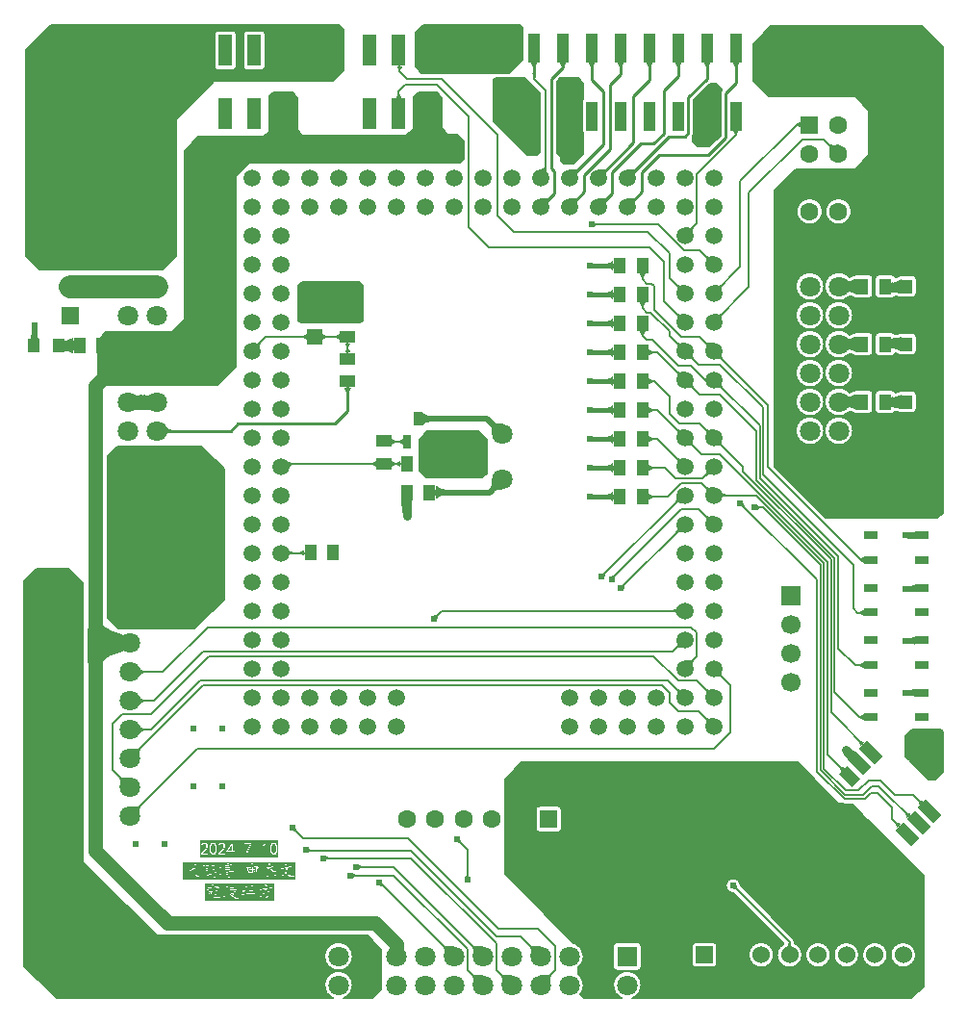
<source format=gtl>
G04 Layer: TopLayer*
G04 EasyEDA Pro v2.1.21.9b64d12f.b3811b, 2024-07-11 22:11:45*
G04 Gerber Generator version 0.3*
G04 Scale: 100 percent, Rotated: No, Reflected: No*
G04 Dimensions in millimeters*
G04 Leading zeros omitted, absolute positions, 3 integers and 3 decimals*
%FSLAX33Y33*%
%MOMM*%
%AMRect*21,1,$1,$2,0,0,$3*%
%ADD8191C,0.203*%
%ADD10C,1.5*%
%ADD11R,1.133X1.377*%
%ADD12R,1.0X1.25*%
%ADD13R,1.133X1.377*%
%ADD14R,1.0084X1.25*%
%ADD15R,1.0X1.25*%
%ADD16R,1.133X1.377*%
%ADD17R,0.7X1.25*%
%ADD18R,1.6X1.6*%
%ADD19C,1.6*%
%ADD20R,1.7X1.7*%
%ADD21C,1.7*%
%ADD22R,1.27X2.8*%
%ADD23C,1.575*%
%ADD24R,1.575X1.575*%
%ADD25R,1.6X1.6*%
%ADD26C,1.6*%
%ADD27Rect,2.0X1.0X-45.0*%
%ADD28Rect,1.6X1.0X-45.0*%
%ADD29Rect,1.5X1.5X-45.0*%
%ADD30R,1.3X0.7*%
%ADD31R,1.377X1.133*%
%ADD32R,1.35X1.41*%
%ADD33R,1.02X2.5*%
%ADD34C,1.8*%
%ADD35R,1.8X1.8*%
%ADD36R,1.8X1.8*%
%ADD37R,1.8X1.8*%
%ADD38R,1.524X1.524*%
%ADD39C,1.524*%
%ADD40R,1.377X1.133*%
%ADD41C,0.61*%
%ADD42C,0.254*%
%ADD43C,2.032*%
%ADD44C,1.27*%
%ADD45C,0.203*%
%ADD46C,0.508*%
%ADD47C,0.762*%
%ADD48C,0.381*%
G75*


G04 Copper Start*
G36*
G01X-23968Y-50188D02*
G01X-26820Y-47336D01*
G01Y-13469D01*
G01X-25772Y-12421D01*
G01X-22902D01*
G01X-21692Y-13631D01*
G01Y-38100D01*
G03X-21662Y-38172I102J0D01*
G01X-15185Y-44649D01*
G03X-15113Y-44679I72J72D01*
G01X3387D01*
G01X4597Y-45889D01*
G01Y-49424D01*
G01X3834Y-50188D01*
G01X1316D01*
G03X2101Y-49022I-473J1166D01*
G03X843Y-47764I-1258J0D01*
G03X-415Y-49022I0J-1258D01*
G03X370Y-50188I1258J0D01*
G01X-23968D01*
G37*
%LPC*%
G36*
G01X843Y-47740D02*
G03X2101Y-46482I0J1258D01*
G03X843Y-45224I-1258J0D01*
G03X-415Y-46482I0J-1258D01*
G03X843Y-47740I1258J0D01*
G37*
%LPD*%
G36*
G01X-25485Y13945D02*
G01X-26677Y15137D01*
G01Y33232D01*
G01X-24453Y35456D01*
G01X849D01*
G01X1295Y35010D01*
G01Y31431D01*
G01X382Y30518D01*
G01X-10091D01*
G03X-10163Y30488I0J-102D01*
G01X-13407Y27245D01*
G03X-13437Y27173I72J-72D01*
G01Y15155D01*
G01X-14647Y13945D01*
G01X-25485D01*
G37*
%LPC*%
G36*
G01X-8473Y31458D02*
G03X-8115Y31816I0J358D01*
G01Y34616D01*
G03X-8473Y34975I-358J0D01*
G01X-9743D01*
G03X-10101Y34616I0J-358D01*
G01Y31816D01*
G03X-9743Y31458I358J0D01*
G01X-8473D01*
G37*
G36*
G01X-5933Y31458D02*
G03X-5575Y31816I0J358D01*
G01Y34616D01*
G03X-5933Y34975I-358J0D01*
G01X-7203D01*
G03X-7561Y34616I0J-358D01*
G01Y31816D01*
G03X-7203Y31458I358J0D01*
G01X-5933D01*
G37*
%LPD*%
G36*
G01X-19812Y-19304D02*
G01X-21209Y-20701D01*
G01Y-17653D01*
G01X-21082D01*
G01X-19812Y-18923D01*
G01Y-19304D01*
G37*
G36*
G01X-8230Y5376D02*
G01X-9821Y3785D01*
G01X-20024D01*
G01X-20345Y4106D01*
G01Y7705D01*
G01X-19643Y8407D01*
G01X-13843D01*
G03X-13771Y8437I0J102D01*
G01X-12755Y9453D01*
G03X-12725Y9525I-72J72D01*
G01Y24377D01*
G01X-11507Y25595D01*
G01X-5799D01*
G03X-5727Y25625I0J102D01*
G01X-5262Y26090D01*
G03X-5232Y26162I-72J72D01*
G01Y29168D01*
G01X-4911Y29489D01*
G01X-3217D01*
G01X-2769Y29041D01*
G01Y26210D01*
G03X-2739Y26138I102J0D01*
G01X-2322Y25721D01*
G03X-2250Y25692I72J72D01*
G01X6743D01*
G03X6815Y25721I0J102D01*
G01X7438Y26344D01*
G03X7468Y26416I-72J72D01*
G01Y29082D01*
G01X7875Y29489D01*
G01X9483D01*
G01X9931Y29041D01*
G01Y26342D01*
G03X9961Y26270I102J0D01*
G01X10435Y25796D01*
G03X10506Y25767I72J72D01*
G01X11276D01*
G01X11859Y25184D01*
G01Y23687D01*
G01X11515Y23343D01*
G01X-6985D01*
G03X-7057Y23313I0J-102D01*
G01X-8200Y22170D01*
G03X-8230Y22098I72J-72D01*
G01Y5376D01*
G37*
G36*
G01X-9246Y-15071D02*
G01X-11853Y-17678D01*
G01X-17342D01*
G03X-17526Y-17665I-184J-1245D01*
G03X-17710Y-17678I0J-1258D01*
G01X-18500D01*
G01X-19456Y-16722D01*
G01Y-2455D01*
G01X-18627Y-1626D01*
G01X-11214D01*
G01X-9246Y-3594D01*
G01Y-15071D01*
G37*
G36*
G01X2946Y9440D02*
G01X2752Y9246D01*
G01X-2486D01*
G01X-2701Y9460D01*
G01Y12522D01*
G01X-2371Y12852D01*
G01X2625D01*
G01X2946Y12531D01*
G01Y9440D01*
G37*
G36*
G01X14621Y31254D02*
G03X14462Y31217I0J-358D01*
G01X8170D01*
G01X7595Y31792D01*
G01Y34756D01*
G01X8295Y35456D01*
G01X16798D01*
G01X17043Y35210D01*
G01Y32441D01*
G01X15857Y31254D01*
G01X14621D01*
G37*
G36*
G01X8519Y-4363D02*
G01X7929Y-3773D01*
G01Y-1050D01*
G01X8661Y-318D01*
G01X13129D01*
G01X13868Y-1058D01*
G01Y-3995D01*
G01X13501Y-4363D01*
G01X8519D01*
G37*
G36*
G01X17412Y24027D02*
G01X14453Y26987D01*
G01Y30584D01*
G01X14664Y30794D01*
G01X17195D01*
G01X18590Y29399D01*
G01Y24288D01*
G01X18329Y24027D01*
G01X17412D01*
G37*
G36*
G01X22472Y-50188D02*
G01X22121Y-49837D01*
G03X22421Y-49022I-959J815D01*
G03X21899Y-48002I-1258J0D01*
G01Y-47502D01*
G03X22421Y-46482I-737J1020D01*
G03X21554Y-45286I-1258J0D01*
G01X15469Y-39201D01*
G01Y-34633D01*
G03X15489Y-34417I-1138J216D01*
G03X15469Y-34201I-1158J0D01*
G01Y-30903D01*
G01X16933Y-29439D01*
G01X41207D01*
G01X44785Y-33016D01*
G03X44856Y-33046I72J72D01*
G01X45151D01*
G03X45366Y-33099I214J407D01*
G01X46036D01*
G01X46868Y-33931D01*
G03X47476Y-34539I1064J456D01*
G01X52349Y-39412D01*
G01Y-49107D01*
G01X51268Y-50188D01*
G01X26716D01*
G03X27501Y-49022I-473J1166D01*
G03X26243Y-47764I-1258J0D01*
G03X24985Y-49022I0J-1258D01*
G03X25770Y-50188I1258J0D01*
G01X22472D01*
G37*
%LPC*%
G36*
G01X39413Y-46355D02*
G03X40533Y-47475I1120J0D01*
G03X41653Y-46355I0J1120D01*
G03X41373Y-45614I-1120J0D01*
G03X41330Y-45568I-840J-741D01*
G01X41319Y-45557D01*
G03X41285Y-45524I-786J-798D01*
G01X41269Y-45510D01*
G01X41268Y-45509D01*
G03X41238Y-45485I-734J-846D01*
G01X41236Y-45483D01*
G01X41219Y-45469D01*
G01X41218D01*
G03X41178Y-45439I-685J-886D01*
G01X41176Y-45438D01*
G01X41157Y-45424D01*
G01X41151Y-45421D01*
G03X41125Y-45404I-618J-934D01*
G01X41105Y-45391D01*
G01X41089Y-45381D01*
G01X40993Y-45327D01*
G01Y-45322D01*
G01Y-45316D01*
G01Y-45232D01*
G03X40858Y-44907I-460J0D01*
G01X36224Y-40273D01*
G01X36223Y-40244D01*
G01Y-40239D01*
G01X36222Y-40229D01*
G01Y-40217D01*
G03X35560Y-39596I-662J-42D01*
G03X34897Y-40259I0J-663D01*
G03X35518Y-40921I663J0D01*
G03X35547Y-40922I42J662D01*
G01X35574Y-40923D01*
G01X40012Y-45361D01*
G01X39987Y-45375D01*
G01X39975Y-45383D01*
G01X39923Y-45415D01*
G01X39905Y-45427D01*
G01X39901Y-45430D01*
G03X39864Y-45457I632J-925D01*
G01X39863Y-45458D01*
G01X39846Y-45470D01*
G01X39843Y-45473D01*
G03X39815Y-45495I690J-882D01*
G01X39813Y-45497D01*
G01X39798Y-45510D01*
G01X39797Y-45511D01*
G03X39764Y-45540I736J-844D01*
G01X39751Y-45553D01*
G03X39711Y-45594I782J-802D01*
G01X39707Y-45598D01*
G01X39693Y-45614D01*
G03X39413Y-46355I840J-741D01*
G37*
G36*
G01X24985Y-47382D02*
G03X25343Y-47740I358J0D01*
G01X27143D01*
G03X27501Y-47382I0J358D01*
G01Y-45582D01*
G03X27143Y-45224I-358J0D01*
G01X25343D01*
G03X24985Y-45582I0J-358D01*
G01Y-47382D01*
G37*
G36*
G01X18174Y-35217D02*
G03X18532Y-35575I358J0D01*
G01X20132D01*
G03X20490Y-35217I0J358D01*
G01Y-33617D01*
G03X20132Y-33259I-358J0D01*
G01X18532D01*
G03X18174Y-33617I0J-358D01*
G01Y-35217D01*
G37*
G36*
G01X50533Y-47475D02*
G03X51653Y-46355I0J1120D01*
G03X50533Y-45235I-1120J0D01*
G03X49413Y-46355I0J-1120D01*
G03X50533Y-47475I1120J0D01*
G37*
G36*
G01X31913Y-47117D02*
G03X32271Y-47475I358J0D01*
G01X33795D01*
G03X34153Y-47117I0J358D01*
G01Y-45593D01*
G03X33795Y-45235I-358J0D01*
G01X32271D01*
G03X31913Y-45593I0J-358D01*
G01Y-47117D01*
G37*
G36*
G01X43033Y-47475D02*
G03X44153Y-46355I0J1120D01*
G03X43033Y-45235I-1120J0D01*
G03X41913Y-46355I0J-1120D01*
G03X43033Y-47475I1120J0D01*
G37*
G36*
G01X36913Y-46355D02*
G03X38033Y-47475I1120J0D01*
G03X39153Y-46355I0J1120D01*
G03X38033Y-45235I-1120J0D01*
G03X36913Y-46355I0J-1120D01*
G37*
G36*
G01X46913Y-46355D02*
G03X48033Y-47475I1120J0D01*
G03X49153Y-46355I0J1120D01*
G03X48033Y-45235I-1120J0D01*
G03X46913Y-46355I0J-1120D01*
G37*
G36*
G01X45533Y-47475D02*
G03X46653Y-46355I0J1120D01*
G03X45533Y-45235I-1120J0D01*
G03X44413Y-46355I0J-1120D01*
G03X45533Y-47475I1120J0D01*
G37*
%LPD*%
G36*
G01X20670Y23289D02*
G01X20422Y23537D01*
G01Y23749D01*
G03X20392Y23821I-102J0D01*
G01X20043Y24170D01*
G01Y30440D01*
G01X20362Y30759D01*
G01X21929D01*
G01X22377Y30311D01*
G01Y28944D01*
G03X22246Y28667I227J-277D01*
G01Y26167D01*
G03X22377Y25889I358J0D01*
G01Y24139D01*
G01X21527Y23289D01*
G01X20670D01*
G37*
G36*
G01X32427Y24740D02*
G01X31979Y25188D01*
G01Y25632D01*
G03X32108Y25962I-356J330D01*
G01Y28882D01*
G01X33541Y30315D01*
G01X34057D01*
G01X34569Y29803D01*
G01Y29794D01*
G03X34440Y29464I356J-330D01*
G01Y25728D01*
G01X33452Y24740D01*
G01X32427D01*
G37*
G36*
G01X43730Y-7899D02*
G01X39218Y-3387D01*
G01Y20913D01*
G01X41063Y22758D01*
G01X46228D01*
G03X46300Y22788I0J102D01*
G01X47443Y23931D01*
G03X47473Y24003I-72J72D01*
G01Y27940D01*
G03X47443Y28012I-102J0D01*
G01X46300Y29155D01*
G03X46228Y29185I-72J-72D01*
G01X38664D01*
G01X37313Y30536D01*
G01Y33753D01*
G01X38891Y35331D01*
G01X52155D01*
G01X53986Y33500D01*
G02X53998Y33274I-2170J-226D01*
G01Y-7453D01*
G01X53552Y-7899D01*
G01X43730D01*
G37*
%LPC*%
G36*
G01X43601Y2291D02*
G03X44859Y1033I1258J0D01*
G03X45687Y1344I0J1258D01*
G01X45741Y1389D01*
G01X45796Y1430D01*
G01X45839Y1457D01*
G02X46207Y1293I-595J-1825D01*
G03X46387Y1244I180J310D01*
G01X47519D01*
G03X47877Y1603I0J358D01*
G01Y2980D01*
G03X47519Y3338I-358J0D01*
G01X46387D01*
G03X46207Y3289I0J-358D01*
G02X45838Y3125I-963J1661D01*
G01X45826Y3133D01*
G01X45768Y3172D01*
G01X45714Y3215D01*
G01X45689Y3236D01*
G03X44859Y3549I-830J-945D01*
G03X43601Y2291I0J-1258D01*
G37*
G36*
G01X43601Y12451D02*
G03X44859Y11193I1258J0D01*
G03X45687Y11504I0J1258D01*
G01X45741Y11549D01*
G01X45796Y11590D01*
G01X45839Y11617D01*
G02X46207Y11453I-595J-1825D01*
G03X46387Y11404I180J310D01*
G01X47519D01*
G03X47877Y11763I0J358D01*
G01Y13140D01*
G03X47519Y13498I-358J0D01*
G01X46387D01*
G03X46207Y13449I0J-358D01*
G02X45838Y13285I-963J1661D01*
G01X45826Y13293D01*
G01X45768Y13332D01*
G01X45714Y13375D01*
G01X45689Y13396D01*
G03X44859Y13709I-830J-945D01*
G03X43601Y12451I0J-1258D01*
G37*
G36*
G01X43601Y7371D02*
G03X44859Y6113I1258J0D01*
G03X45687Y6424I0J1258D01*
G01X45741Y6469D01*
G01X45796Y6510D01*
G01X45839Y6537D01*
G02X46207Y6373I-595J-1825D01*
G03X46387Y6324I180J310D01*
G01X47519D01*
G03X47877Y6683I0J358D01*
G01Y8060D01*
G03X47519Y8418I-358J0D01*
G01X46387D01*
G03X46207Y8369I0J-358D01*
G02X45838Y8205I-963J1661D01*
G01X45826Y8213D01*
G01X45768Y8252D01*
G01X45714Y8295D01*
G01X45689Y8316D01*
G03X44859Y8629I-830J-945D01*
G03X43601Y7371I0J-1258D01*
G37*
G36*
G01X48029Y11763D02*
G03X48387Y11404I358J0D01*
G01X49519D01*
G03X49813Y11557I0J358D01*
G01X49838Y11560D01*
G02X50262Y11482I-638J-4650D01*
G03X50343Y11473I81J349D01*
G01X51343D01*
G03X51701Y11831I0J358D01*
G01Y13081D01*
G03X51343Y13439I-358J0D01*
G01X50343D01*
G03X50139Y13375I0J-358D01*
G02X49867Y13223I-939J1357D01*
G03X49519Y13498I-348J-84D01*
G01X48387D01*
G03X48029Y13140I0J-358D01*
G01Y11763D01*
G37*
G36*
G01X48029Y6683D02*
G03X48387Y6324I358J0D01*
G01X49519D01*
G03X49862Y6578I0J358D01*
G02X50167Y6439I-662J-1852D01*
G03X50343Y6393I176J312D01*
G01X51343D01*
G03X51701Y6751I0J358D01*
G01Y8001D01*
G03X51343Y8359I-358J0D01*
G01X50343D01*
G03X50228Y8340I0J-358D01*
G02X49832Y8234I-1028J3047D01*
G03X49519Y8418I-313J-175D01*
G01X48387D01*
G03X48029Y8060I0J-358D01*
G01Y6683D01*
G37*
G36*
G01X49519Y1244D02*
G03X49844Y1453I0J358D01*
G02X50212Y1337I-644J-2703D01*
G03X50343Y1313I131J334D01*
G01X51343D01*
G03X51701Y1671I0J358D01*
G01Y2921D01*
G03X51343Y3279I-358J0D01*
G01X50343D01*
G03X50181Y3241I0J-358D01*
G02X49854Y3107I-981J1943D01*
G03X49519Y3338I-335J-128D01*
G01X48387D01*
G03X48029Y2980I0J-358D01*
G01Y1603D01*
G03X48387Y1244I358J0D01*
G01X49519D01*
G37*
G36*
G01X41061Y2291D02*
G03X42319Y1033I1258J0D01*
G03X43577Y2291I0J1258D01*
G03X42319Y3549I-1258J0D01*
G03X41061Y2291I0J-1258D01*
G37*
G36*
G01X41061Y-249D02*
G03X42319Y-1507I1258J0D01*
G03X43577Y-249I0J1258D01*
G03X42319Y1009I-1258J0D01*
G03X41061Y-249I0J-1258D01*
G37*
G36*
G01X44859Y-1507D02*
G03X46117Y-249I0J1258D01*
G03X44859Y1009I-1258J0D01*
G03X43601Y-249I0J-1258D01*
G03X44859Y-1507I1258J0D01*
G37*
G36*
G01X44859Y3573D02*
G03X46117Y4831I0J1258D01*
G03X44859Y6089I-1258J0D01*
G03X43601Y4831I0J-1258D01*
G03X44859Y3573I1258J0D01*
G37*
G36*
G01X42319Y3573D02*
G03X43577Y4831I0J1258D01*
G03X42319Y6089I-1258J0D01*
G03X41061Y4831I0J-1258D01*
G03X42319Y3573I1258J0D01*
G37*
G36*
G01X44859Y8653D02*
G03X46117Y9911I0J1258D01*
G03X44859Y11169I-1258J0D01*
G03X43601Y9911I0J-1258D01*
G03X44859Y8653I1258J0D01*
G37*
G36*
G01X42319Y11193D02*
G03X43577Y12451I0J1258D01*
G03X42319Y13709I-1258J0D01*
G03X41061Y12451I0J-1258D01*
G03X42319Y11193I1258J0D01*
G37*
G36*
G01X41061Y9911D02*
G03X42319Y8653I1258J0D01*
G03X43577Y9911I0J1258D01*
G03X42319Y11169I-1258J0D01*
G03X41061Y9911I0J-1258D01*
G37*
G36*
G01X41061Y7371D02*
G03X42319Y6113I1258J0D01*
G03X43577Y7371I0J1258D01*
G03X42319Y8629I-1258J0D01*
G03X41061Y7371I0J-1258D01*
G37*
G36*
G01X42291Y17892D02*
G03X43449Y19050I0J1158D01*
G03X42291Y20208I-1158J0D01*
G03X41133Y19050I0J-1158D01*
G03X42291Y17892I1158J0D01*
G37*
G36*
G01X44831Y17892D02*
G03X45989Y19050I0J1158D01*
G03X44831Y20208I-1158J0D01*
G03X43673Y19050I0J-1158D01*
G03X44831Y17892I1158J0D01*
G37*
%LPD*%
G36*
G01X53998Y-30269D02*
G01X53352Y-30915D01*
G01X52776D01*
G01X51818Y-29958D01*
G03X51449Y-29588I-1199J-830D01*
G01X50745Y-28885D01*
G01Y-27114D01*
G01X51342Y-26518D01*
G01X53806D01*
G01X53998Y-26710D01*
G01Y-30269D01*
G37*
G54D8191*
G01X-23968Y-50188D02*
G01X-26820Y-47336D01*
G01Y-13469D01*
G01X-25772Y-12421D01*
G01X-22902D01*
G01X-21692Y-13631D01*
G01Y-38100D01*
G03X-21662Y-38172I102J0D01*
G01X-15185Y-44649D01*
G03X-15113Y-44679I72J72D01*
G01X3387D01*
G01X4597Y-45889D01*
G01Y-49424D01*
G01X3834Y-50188D01*
G01X1316D01*
G03X2101Y-49022I-473J1166D01*
G03X843Y-47764I-1258J0D01*
G03X-415Y-49022I0J-1258D01*
G03X370Y-50188I1258J0D01*
G01X-23968D01*
G01X843Y-47740D02*
G03X2101Y-46482I0J1258D01*
G03X843Y-45224I-1258J0D01*
G03X-415Y-46482I0J-1258D01*
G03X843Y-47740I1258J0D01*
G01X-25485Y13945D02*
G01X-26677Y15137D01*
G01Y33232D01*
G01X-24453Y35456D01*
G01X849D01*
G01X1295Y35010D01*
G01Y31431D01*
G01X382Y30518D01*
G01X-10091D01*
G03X-10163Y30488I0J-102D01*
G01X-13407Y27245D01*
G03X-13437Y27173I72J-72D01*
G01Y15155D01*
G01X-14647Y13945D01*
G01X-25485D01*
G01X-8473Y31458D02*
G03X-8115Y31816I0J358D01*
G01Y34616D01*
G03X-8473Y34975I-358J0D01*
G01X-9743D01*
G03X-10101Y34616I0J-358D01*
G01Y31816D01*
G03X-9743Y31458I358J0D01*
G01X-8473D01*
G01X-5933Y31458D02*
G03X-5575Y31816I0J358D01*
G01Y34616D01*
G03X-5933Y34975I-358J0D01*
G01X-7203D01*
G03X-7561Y34616I0J-358D01*
G01Y31816D01*
G03X-7203Y31458I358J0D01*
G01X-5933D01*
G01X-8230Y5376D02*
G01X-9821Y3785D01*
G01X-20024D01*
G01X-20345Y4106D01*
G01Y7705D01*
G01X-19643Y8407D01*
G01X-13843D01*
G03X-13771Y8437I0J102D01*
G01X-12755Y9453D01*
G03X-12725Y9525I-72J72D01*
G01Y24377D01*
G01X-11507Y25595D01*
G01X-5799D01*
G03X-5727Y25625I0J102D01*
G01X-5262Y26090D01*
G03X-5232Y26162I-72J72D01*
G01Y29168D01*
G01X-4911Y29489D01*
G01X-3217D01*
G01X-2769Y29041D01*
G01Y26210D01*
G03X-2739Y26138I102J0D01*
G01X-2322Y25721D01*
G03X-2250Y25692I72J72D01*
G01X6743D01*
G03X6815Y25721I0J102D01*
G01X7438Y26344D01*
G03X7468Y26416I-72J72D01*
G01Y29082D01*
G01X7875Y29489D01*
G01X9483D01*
G01X9931Y29041D01*
G01Y26342D01*
G03X9961Y26270I102J0D01*
G01X10435Y25796D01*
G03X10506Y25767I72J72D01*
G01X11276D01*
G01X11859Y25184D01*
G01Y23687D01*
G01X11515Y23343D01*
G01X-6985D01*
G03X-7057Y23313I0J-102D01*
G01X-8200Y22170D01*
G03X-8230Y22098I72J-72D01*
G01Y5376D01*
G01X-9246Y-15071D02*
G01X-11853Y-17678D01*
G01X-17342D01*
G03X-17526Y-17665I-184J-1245D01*
G03X-17710Y-17678I0J-1258D01*
G01X-18500D01*
G01X-19456Y-16722D01*
G01Y-2455D01*
G01X-18627Y-1626D01*
G01X-11214D01*
G01X-9246Y-3594D01*
G01Y-15071D01*
G01X2946Y9440D02*
G01X2752Y9246D01*
G01X-2486D01*
G01X-2701Y9460D01*
G01Y12522D01*
G01X-2371Y12852D01*
G01X2625D01*
G01X2946Y12531D01*
G01Y9440D01*
G01X14621Y31254D02*
G03X14462Y31217I0J-358D01*
G01X8170D01*
G01X7595Y31792D01*
G01Y34756D01*
G01X8295Y35456D01*
G01X16798D01*
G01X17043Y35210D01*
G01Y32441D01*
G01X15857Y31254D01*
G01X14621D01*
G01X8519Y-4363D02*
G01X7929Y-3773D01*
G01Y-1050D01*
G01X8661Y-318D01*
G01X13129D01*
G01X13868Y-1058D01*
G01Y-3995D01*
G01X13501Y-4363D01*
G01X8519D01*
G01X17412Y24027D02*
G01X14453Y26987D01*
G01Y30584D01*
G01X14664Y30794D01*
G01X17195D01*
G01X18590Y29399D01*
G01Y24288D01*
G01X18329Y24027D01*
G01X17412D01*
G01X22472Y-50188D02*
G01X22121Y-49837D01*
G03X22421Y-49022I-959J815D01*
G03X21899Y-48002I-1258J0D01*
G01Y-47502D01*
G03X22421Y-46482I-737J1020D01*
G03X21554Y-45286I-1258J0D01*
G01X15469Y-39201D01*
G01Y-34633D01*
G03X15489Y-34417I-1138J216D01*
G03X15469Y-34201I-1158J0D01*
G01Y-30903D01*
G01X16933Y-29439D01*
G01X41207D01*
G01X44785Y-33016D01*
G03X44856Y-33046I72J72D01*
G01X45151D01*
G03X45366Y-33099I214J407D01*
G01X46036D01*
G01X46868Y-33931D01*
G03X47476Y-34539I1064J456D01*
G01X52349Y-39412D01*
G01Y-49107D01*
G01X51268Y-50188D01*
G01X26716D01*
G03X27501Y-49022I-473J1166D01*
G03X26243Y-47764I-1258J0D01*
G03X24985Y-49022I0J-1258D01*
G03X25770Y-50188I1258J0D01*
G01X22472D01*
G01X39413Y-46355D02*
G03X40533Y-47475I1120J0D01*
G03X41653Y-46355I0J1120D01*
G03X41373Y-45614I-1120J0D01*
G03X41330Y-45568I-840J-741D01*
G01X41319Y-45557D01*
G03X41285Y-45524I-786J-798D01*
G01X41269Y-45510D01*
G01X41268Y-45509D01*
G03X41238Y-45485I-734J-846D01*
G01X41236Y-45483D01*
G01X41219Y-45469D01*
G01X41218D01*
G03X41178Y-45439I-685J-886D01*
G01X41176Y-45438D01*
G01X41157Y-45424D01*
G01X41151Y-45421D01*
G03X41125Y-45404I-618J-934D01*
G01X41105Y-45391D01*
G01X41089Y-45381D01*
G01X40993Y-45327D01*
G01Y-45322D01*
G01Y-45316D01*
G01Y-45232D01*
G03X40858Y-44907I-460J0D01*
G01X36224Y-40273D01*
G01X36223Y-40244D01*
G01Y-40239D01*
G01X36222Y-40229D01*
G01Y-40217D01*
G03X35560Y-39596I-662J-42D01*
G03X34897Y-40259I0J-663D01*
G03X35518Y-40921I663J0D01*
G03X35547Y-40922I42J662D01*
G01X35574Y-40923D01*
G01X40012Y-45361D01*
G01X39987Y-45375D01*
G01X39975Y-45383D01*
G01X39923Y-45415D01*
G01X39905Y-45427D01*
G01X39901Y-45430D01*
G03X39864Y-45457I632J-925D01*
G01X39863Y-45458D01*
G01X39846Y-45470D01*
G01X39843Y-45473D01*
G03X39815Y-45495I690J-882D01*
G01X39813Y-45497D01*
G01X39798Y-45510D01*
G01X39797Y-45511D01*
G03X39764Y-45540I736J-844D01*
G01X39751Y-45553D01*
G03X39711Y-45594I782J-802D01*
G01X39707Y-45598D01*
G01X39693Y-45614D01*
G03X39413Y-46355I840J-741D01*
G01X24985Y-47382D02*
G03X25343Y-47740I358J0D01*
G01X27143D01*
G03X27501Y-47382I0J358D01*
G01Y-45582D01*
G03X27143Y-45224I-358J0D01*
G01X25343D01*
G03X24985Y-45582I0J-358D01*
G01Y-47382D01*
G01X18174Y-35217D02*
G03X18532Y-35575I358J0D01*
G01X20132D01*
G03X20490Y-35217I0J358D01*
G01Y-33617D01*
G03X20132Y-33259I-358J0D01*
G01X18532D01*
G03X18174Y-33617I0J-358D01*
G01Y-35217D01*
G01X50533Y-47475D02*
G03X51653Y-46355I0J1120D01*
G03X50533Y-45235I-1120J0D01*
G03X49413Y-46355I0J-1120D01*
G03X50533Y-47475I1120J0D01*
G01X31913Y-47117D02*
G03X32271Y-47475I358J0D01*
G01X33795D01*
G03X34153Y-47117I0J358D01*
G01Y-45593D01*
G03X33795Y-45235I-358J0D01*
G01X32271D01*
G03X31913Y-45593I0J-358D01*
G01Y-47117D01*
G01X43033Y-47475D02*
G03X44153Y-46355I0J1120D01*
G03X43033Y-45235I-1120J0D01*
G03X41913Y-46355I0J-1120D01*
G03X43033Y-47475I1120J0D01*
G01X36913Y-46355D02*
G03X38033Y-47475I1120J0D01*
G03X39153Y-46355I0J1120D01*
G03X38033Y-45235I-1120J0D01*
G03X36913Y-46355I0J-1120D01*
G01X46913Y-46355D02*
G03X48033Y-47475I1120J0D01*
G03X49153Y-46355I0J1120D01*
G03X48033Y-45235I-1120J0D01*
G03X46913Y-46355I0J-1120D01*
G01X45533Y-47475D02*
G03X46653Y-46355I0J1120D01*
G03X45533Y-45235I-1120J0D01*
G03X44413Y-46355I0J-1120D01*
G03X45533Y-47475I1120J0D01*
G01X20670Y23289D02*
G01X20422Y23537D01*
G01Y23749D01*
G03X20392Y23821I-102J0D01*
G01X20043Y24170D01*
G01Y30440D01*
G01X20362Y30759D01*
G01X21929D01*
G01X22377Y30311D01*
G01Y28944D01*
G03X22246Y28667I227J-277D01*
G01Y26167D01*
G03X22377Y25889I358J0D01*
G01Y24139D01*
G01X21527Y23289D01*
G01X20670D01*
G01X32427Y24740D02*
G01X31979Y25188D01*
G01Y25632D01*
G03X32108Y25962I-356J330D01*
G01Y28882D01*
G01X33541Y30315D01*
G01X34057D01*
G01X34569Y29803D01*
G01Y29794D01*
G03X34440Y29464I356J-330D01*
G01Y25728D01*
G01X33452Y24740D01*
G01X32427D01*
G01X43730Y-7899D02*
G01X39218Y-3387D01*
G01Y20913D01*
G01X41063Y22758D01*
G01X46228D01*
G03X46300Y22788I0J102D01*
G01X47443Y23931D01*
G03X47473Y24003I-72J72D01*
G01Y27940D01*
G03X47443Y28012I-102J0D01*
G01X46300Y29155D01*
G03X46228Y29185I-72J-72D01*
G01X38664D01*
G01X37313Y30536D01*
G01Y33753D01*
G01X38891Y35331D01*
G01X52155D01*
G01X53986Y33500D01*
G02X53998Y33274I-2170J-226D01*
G01Y-7453D01*
G01X53552Y-7899D01*
G01X43730D01*
G01X43601Y2291D02*
G03X44859Y1033I1258J0D01*
G03X45687Y1344I0J1258D01*
G01X45741Y1389D01*
G01X45796Y1430D01*
G01X45839Y1457D01*
G02X46207Y1293I-595J-1825D01*
G03X46387Y1244I180J310D01*
G01X47519D01*
G03X47877Y1603I0J358D01*
G01Y2980D01*
G03X47519Y3338I-358J0D01*
G01X46387D01*
G03X46207Y3289I0J-358D01*
G02X45838Y3125I-963J1661D01*
G01X45826Y3133D01*
G01X45768Y3172D01*
G01X45714Y3215D01*
G01X45689Y3236D01*
G03X44859Y3549I-830J-945D01*
G03X43601Y2291I0J-1258D01*
G01X43601Y12451D02*
G03X44859Y11193I1258J0D01*
G03X45687Y11504I0J1258D01*
G01X45741Y11549D01*
G01X45796Y11590D01*
G01X45839Y11617D01*
G02X46207Y11453I-595J-1825D01*
G03X46387Y11404I180J310D01*
G01X47519D01*
G03X47877Y11763I0J358D01*
G01Y13140D01*
G03X47519Y13498I-358J0D01*
G01X46387D01*
G03X46207Y13449I0J-358D01*
G02X45838Y13285I-963J1661D01*
G01X45826Y13293D01*
G01X45768Y13332D01*
G01X45714Y13375D01*
G01X45689Y13396D01*
G03X44859Y13709I-830J-945D01*
G03X43601Y12451I0J-1258D01*
G01X43601Y7371D02*
G03X44859Y6113I1258J0D01*
G03X45687Y6424I0J1258D01*
G01X45741Y6469D01*
G01X45796Y6510D01*
G01X45839Y6537D01*
G02X46207Y6373I-595J-1825D01*
G03X46387Y6324I180J310D01*
G01X47519D01*
G03X47877Y6683I0J358D01*
G01Y8060D01*
G03X47519Y8418I-358J0D01*
G01X46387D01*
G03X46207Y8369I0J-358D01*
G02X45838Y8205I-963J1661D01*
G01X45826Y8213D01*
G01X45768Y8252D01*
G01X45714Y8295D01*
G01X45689Y8316D01*
G03X44859Y8629I-830J-945D01*
G03X43601Y7371I0J-1258D01*
G01X48029Y11763D02*
G03X48387Y11404I358J0D01*
G01X49519D01*
G03X49813Y11557I0J358D01*
G01X49838Y11560D01*
G02X50262Y11482I-638J-4650D01*
G03X50343Y11473I81J349D01*
G01X51343D01*
G03X51701Y11831I0J358D01*
G01Y13081D01*
G03X51343Y13439I-358J0D01*
G01X50343D01*
G03X50139Y13375I0J-358D01*
G02X49867Y13223I-939J1357D01*
G03X49519Y13498I-348J-84D01*
G01X48387D01*
G03X48029Y13140I0J-358D01*
G01Y11763D01*
G01X48029Y6683D02*
G03X48387Y6324I358J0D01*
G01X49519D01*
G03X49862Y6578I0J358D01*
G02X50167Y6439I-662J-1852D01*
G03X50343Y6393I176J312D01*
G01X51343D01*
G03X51701Y6751I0J358D01*
G01Y8001D01*
G03X51343Y8359I-358J0D01*
G01X50343D01*
G03X50228Y8340I0J-358D01*
G02X49832Y8234I-1028J3047D01*
G03X49519Y8418I-313J-175D01*
G01X48387D01*
G03X48029Y8060I0J-358D01*
G01Y6683D01*
G01X49519Y1244D02*
G03X49844Y1453I0J358D01*
G02X50212Y1337I-644J-2703D01*
G03X50343Y1313I131J334D01*
G01X51343D01*
G03X51701Y1671I0J358D01*
G01Y2921D01*
G03X51343Y3279I-358J0D01*
G01X50343D01*
G03X50181Y3241I0J-358D01*
G02X49854Y3107I-981J1943D01*
G03X49519Y3338I-335J-128D01*
G01X48387D01*
G03X48029Y2980I0J-358D01*
G01Y1603D01*
G03X48387Y1244I358J0D01*
G01X49519D01*
G01X41061Y2291D02*
G03X42319Y1033I1258J0D01*
G03X43577Y2291I0J1258D01*
G03X42319Y3549I-1258J0D01*
G03X41061Y2291I0J-1258D01*
G01X41061Y-249D02*
G03X42319Y-1507I1258J0D01*
G03X43577Y-249I0J1258D01*
G03X42319Y1009I-1258J0D01*
G03X41061Y-249I0J-1258D01*
G01X44859Y-1507D02*
G03X46117Y-249I0J1258D01*
G03X44859Y1009I-1258J0D01*
G03X43601Y-249I0J-1258D01*
G03X44859Y-1507I1258J0D01*
G01X44859Y3573D02*
G03X46117Y4831I0J1258D01*
G03X44859Y6089I-1258J0D01*
G03X43601Y4831I0J-1258D01*
G03X44859Y3573I1258J0D01*
G01X42319Y3573D02*
G03X43577Y4831I0J1258D01*
G03X42319Y6089I-1258J0D01*
G03X41061Y4831I0J-1258D01*
G03X42319Y3573I1258J0D01*
G01X44859Y8653D02*
G03X46117Y9911I0J1258D01*
G03X44859Y11169I-1258J0D01*
G03X43601Y9911I0J-1258D01*
G03X44859Y8653I1258J0D01*
G01X42319Y11193D02*
G03X43577Y12451I0J1258D01*
G03X42319Y13709I-1258J0D01*
G03X41061Y12451I0J-1258D01*
G03X42319Y11193I1258J0D01*
G01X41061Y9911D02*
G03X42319Y8653I1258J0D01*
G03X43577Y9911I0J1258D01*
G03X42319Y11169I-1258J0D01*
G03X41061Y9911I0J-1258D01*
G01X41061Y7371D02*
G03X42319Y6113I1258J0D01*
G03X43577Y7371I0J1258D01*
G03X42319Y8629I-1258J0D01*
G03X41061Y7371I0J-1258D01*
G01X42291Y17892D02*
G03X43449Y19050I0J1158D01*
G03X42291Y20208I-1158J0D01*
G03X41133Y19050I0J-1158D01*
G03X42291Y17892I1158J0D01*
G01X44831Y17892D02*
G03X45989Y19050I0J1158D01*
G03X44831Y20208I-1158J0D01*
G03X43673Y19050I0J-1158D01*
G03X44831Y17892I1158J0D01*
G01X53998Y-30269D02*
G01X53352Y-30915D01*
G01X52776D01*
G01X51818Y-29958D01*
G03X51449Y-29588I-1199J-830D01*
G01X50745Y-28885D01*
G01Y-27114D01*
G01X51342Y-26518D01*
G01X53806D01*
G01X53998Y-26710D01*
G01Y-30269D01*
G04 Copper End*

G04 Text Start*
G36*
G01X-10945Y-40038D02*
G01X-10945Y-40182D01*
G01X-10306D01*
G01Y-40179D01*
G01Y-40174D01*
G01X-10304Y-40169D01*
G01X-10302Y-40165D01*
G01X-10298Y-40163D01*
G01X-10294Y-40162D01*
G01X-10283Y-40163D01*
G01X-10269Y-40165D01*
G01X-10261Y-40166D01*
G01X-10249Y-40168D01*
G01X-10238Y-40172D01*
G01X-10215Y-40177D01*
G01X-10202Y-40181D01*
G01X-10189Y-40185D01*
G01X-10185Y-40188D01*
G01X-10173Y-40194D01*
G01X-10161Y-40202D01*
G01X-10157Y-40204D01*
G01X-10153Y-40207D01*
G01X-10148Y-40214D01*
G01X-10143Y-40220D01*
G01X-10136Y-40225D01*
G01X-10134Y-40228D01*
G01X-10132Y-40231D01*
G01X-10130Y-40234D01*
G01X-10127Y-40241D01*
G01X-10123Y-40248D01*
G01X-10122Y-40250D01*
G01X-10121Y-40252D01*
G01X-10120Y-40257D01*
G01X-10119Y-40270D01*
G01Y-40289D01*
G01Y-40301D01*
G01X-10120Y-40310D01*
G01X-10122Y-40316D01*
G01X-10123Y-40319D01*
G01X-10126Y-40324D01*
G01X-10129Y-40329D01*
G01X-10133Y-40333D01*
G01X-10139Y-40340D01*
G01X-10144Y-40343D01*
G01X-10149Y-40346D01*
G01X-10151D01*
G01X-10153Y-40347D01*
G01X-10160D01*
G01X-10164Y-40346D01*
G01X-10167Y-40344D01*
G01X-10170Y-40342D01*
G01X-10171Y-40341D01*
G01X-10178Y-40336D01*
G01X-10191Y-40328D01*
G01X-10196Y-40324D01*
G01X-10199Y-40320D01*
G01X-10202Y-40317D01*
G01X-10207Y-40311D01*
G01X-10216Y-40303D01*
G01X-10222Y-40297D01*
G01X-10230Y-40287D01*
G01X-10236Y-40282D01*
G01X-10245Y-40275D01*
G01X-10259Y-40263D01*
G01X-10262Y-40258D01*
G01X-10269Y-40245D01*
G01X-10273Y-40239D01*
G01X-10281Y-40227D01*
G01X-10285Y-40220D01*
G01X-10292Y-40208D01*
G01X-10296Y-40202D01*
G01X-10303Y-40192D01*
G01X-10306Y-40185D01*
G01Y-40182D01*
G01X-10945D01*
G01Y-40645D01*
G01X-10705D01*
G01Y-40635D01*
G01Y-40618D01*
G01X-10704Y-40612D01*
G01X-10703Y-40608D01*
G01X-10701Y-40600D01*
G01X-10697Y-40584D01*
G01X-10695Y-40580D01*
G01X-10693Y-40576D01*
G01X-10691Y-40573D01*
G01X-10689Y-40570D01*
G01X-10687Y-40567D01*
G01X-10680Y-40552D01*
G01X-10675Y-40543D01*
G01X-10672Y-40539D01*
G01X-10670Y-40536D01*
G01X-10666Y-40530D01*
G01X-10659Y-40515D01*
G01X-10652Y-40503D01*
G01X-10649Y-40496D01*
G01X-10645Y-40486D01*
G01X-10640Y-40477D01*
G01X-10638Y-40473D01*
G01X-10635Y-40466D01*
G01X-10632Y-40455D01*
G01X-10630Y-40451D01*
G01X-10629Y-40446D01*
G01X-10625Y-40443D01*
G01X-10623Y-40439D01*
G01X-10622Y-40435D01*
G01X-10618Y-40422D01*
G01X-10615Y-40412D01*
G01X-10609Y-40398D01*
G01X-10605Y-40389D01*
G01X-10601Y-40380D01*
G01X-10596Y-40372D01*
G01X-10593Y-40367D01*
G01X-10590Y-40363D01*
G01X-10586Y-40360D01*
G01X-10583Y-40359D01*
G01X-10580Y-40358D01*
G01X-10577Y-40359D01*
G01X-10574Y-40360D01*
G01X-10571Y-40363D01*
G01X-10569Y-40367D01*
G01X-10565Y-40373D01*
G01X-10555Y-40405D01*
G01X-10553Y-40414D01*
G01X-10551Y-40428D01*
G01X-10549Y-40435D01*
G01X-10547Y-40440D01*
G01X-10545Y-40444D01*
G01X-10541Y-40446D01*
G01X-10538Y-40447D01*
G01X-10534D01*
G01X-10531D01*
G01X-10517Y-40444D01*
G01X-10500Y-40442D01*
G01X-10458Y-40437D01*
G01X-10439Y-40435D01*
G01X-10426Y-40432D01*
G01X-10416Y-40430D01*
G01X-10403Y-40427D01*
G01X-10394Y-40426D01*
G01X-10373Y-40425D01*
G01X-10362Y-40424D01*
G01X-10357Y-40422D01*
G01X-10349Y-40419D01*
G01X-10344Y-40417D01*
G01X-10339Y-40416D01*
G01X-10328D01*
G01X-10318Y-40415D01*
G01X-10306Y-40411D01*
G01X-10284Y-40408D01*
G01X-10273Y-40406D01*
G01X-10265Y-40404D01*
G01X-10254Y-40403D01*
G01X-10241Y-40402D01*
G01X-10236Y-40401D01*
G01X-10231Y-40400D01*
G01X-10226Y-40397D01*
G01X-10223Y-40396D01*
G01X-10218Y-40394D01*
G01X-10213D01*
G01X-10197Y-40393D01*
G01X-10185Y-40390D01*
G01X-10179Y-40387D01*
G01X-10174Y-40385D01*
G01X-10170Y-40384D01*
G01X-10161D01*
G01X-10152Y-40382D01*
G01X-10140Y-40379D01*
G01X-10121Y-40376D01*
G01X-10111Y-40373D01*
G01X-10103Y-40371D01*
G01X-10094Y-40370D01*
G01X-10083D01*
G01X-10078Y-40369D01*
G01X-10073Y-40367D01*
G01X-10066Y-40364D01*
G01X-10060Y-40363D01*
G01X-10054Y-40362D01*
G01X-10041Y-40361D01*
G01X-10032Y-40360D01*
G01X-10026Y-40358D01*
G01X-10019Y-40355D01*
G01X-10014Y-40353D01*
G01X-10008Y-40352D01*
G01X-9995Y-40351D01*
G01X-9986Y-40350D01*
G01X-9980Y-40349D01*
G01X-9973Y-40346D01*
G01X-9967Y-40344D01*
G01X-9955Y-40341D01*
G01X-9936Y-40339D01*
G01X-9922Y-40337D01*
G01X-9910Y-40333D01*
G01X-9889Y-40329D01*
G01X-9872Y-40324D01*
G01X-9857Y-40320D01*
G01X-9852Y-40318D01*
G01X-9848Y-40317D01*
G01X-9840Y-40313D01*
G01X-9836Y-40311D01*
G01X-9832Y-40310D01*
G01X-9825D01*
G01X-9817Y-40311D01*
G01X-9811Y-40313D01*
G01X-9801Y-40316D01*
G01X-9779Y-40324D01*
G01X-9773Y-40327D01*
G01X-9768Y-40329D01*
G01X-9763Y-40332D01*
G01X-9722Y-40362D01*
G01X-9713Y-40366D01*
G01X-9706Y-40369D01*
G01X-9703Y-40371D01*
G01X-9701Y-40374D01*
G01X-9696Y-40380D01*
G01X-9690Y-40386D01*
G01X-9680Y-40394D01*
G01X-9673Y-40403D01*
G01X-9667Y-40409D01*
G01X-9658Y-40417D01*
G01X-9652Y-40423D01*
G01X-9643Y-40437D01*
G01X-9641Y-40441D01*
G01X-9640Y-40444D01*
G01Y-40448D01*
G01X-9641Y-40453D01*
G01Y-40456D01*
G01X-9643Y-40460D01*
G01X-9648Y-40464D01*
G01X-9650Y-40466D01*
G01X-9661Y-40471D01*
G01X-9669Y-40474D01*
G01X-9679Y-40476D01*
G01X-9705Y-40480D01*
G01X-9720Y-40482D01*
G01X-9732Y-40486D01*
G01X-9748Y-40489D01*
G01X-9757Y-40492D01*
G01X-9768Y-40496D01*
G01X-9791Y-40504D01*
G01X-9803Y-40508D01*
G01X-9807Y-40511D01*
G01X-9819Y-40517D01*
G01X-9832Y-40522D01*
G01X-9840Y-40525D01*
G01X-9846Y-40528D01*
G01X-9854Y-40533D01*
G01X-9870Y-40540D01*
G01X-9888Y-40548D01*
G01X-9892Y-40549D01*
G01X-9897Y-40550D01*
G01X-9901D01*
G01X-9905D01*
G01X-9909Y-40549D01*
G01X-9912Y-40546D01*
G01X-9913Y-40543D01*
G01X-9914Y-40541D01*
G01Y-40539D01*
G01X-9913Y-40535D01*
G01X-9910Y-40530D01*
G01X-9906Y-40525D01*
G01X-9895Y-40510D01*
G01X-9883Y-40491D01*
G01X-9873Y-40476D01*
G01X-9868Y-40469D01*
G01X-9862Y-40458D01*
G01X-9858Y-40451D01*
G01X-9854Y-40447D01*
G01X-9852Y-40443D01*
G01X-9851Y-40438D01*
G01X-9849Y-40428D01*
G01X-9848Y-40420D01*
G01Y-40417D01*
G01X-9849Y-40414D01*
G01X-9850Y-40411D01*
G01X-9853Y-40406D01*
G01X-9855Y-40405D01*
G01X-9857Y-40404D01*
G01X-9860Y-40402D01*
G01X-9864Y-40401D01*
G01X-9874Y-40399D01*
G01X-9884Y-40398D01*
G01X-9899D01*
G01X-9927D01*
G01X-9939Y-40400D01*
G01X-9943Y-40401D01*
G01X-9949Y-40402D01*
G01X-9965Y-40403D01*
G01X-9974D01*
G01X-10010Y-40409D01*
G01X-10018Y-40410D01*
G01X-10029Y-40413D01*
G01X-10037Y-40415D01*
G01X-10045Y-40416D01*
G01X-10064D01*
G01X-10074Y-40418D01*
G01X-10079Y-40420D01*
G01X-10086Y-40423D01*
G01X-10091Y-40424D01*
G01X-10097Y-40425D01*
G01X-10108Y-40426D01*
G01X-10117D01*
G01X-10125Y-40428D01*
G01X-10136Y-40430D01*
G01X-10146Y-40433D01*
G01X-10152Y-40434D01*
G01X-10168Y-40435D01*
G01X-10177Y-40436D01*
G01X-10191Y-40439D01*
G01X-10215Y-40443D01*
G01X-10228Y-40445D01*
G01X-10236Y-40447D01*
G01X-10244Y-40448D01*
G01X-10263Y-40449D01*
G01X-10269D01*
G01X-10275Y-40451D01*
G01X-10283Y-40454D01*
G01X-10289Y-40456D01*
G01X-10299Y-40458D01*
G01X-10316D01*
G01X-10328Y-40460D01*
G01X-10333Y-40461D01*
G01X-10340Y-40464D01*
G01X-10345Y-40466D01*
G01X-10351Y-40467D01*
G01X-10362D01*
G01X-10371Y-40468D01*
G01X-10385Y-40472D01*
G01X-10409Y-40475D01*
G01X-10422Y-40477D01*
G01X-10429Y-40479D01*
G01X-10437Y-40480D01*
G01X-10453Y-40482D01*
G01X-10467Y-40483D01*
G01X-10475Y-40485D01*
G01X-10486Y-40487D01*
G01X-10494Y-40489D01*
G01X-10505Y-40490D01*
G01X-10537Y-40491D01*
G01X-10547D01*
G01X-10552Y-40493D01*
G01X-10555Y-40495D01*
G01X-10558Y-40500D01*
G01X-10563Y-40508D01*
G01X-10565Y-40512D01*
G01X-10567Y-40521D01*
G01X-10570Y-40534D01*
G01X-10572Y-40540D01*
G01X-10574Y-40545D01*
G01X-10581Y-40561D01*
G01X-10585Y-40573D01*
G01X-10590Y-40585D01*
G01X-10592Y-40590D01*
G01X-10595Y-40596D01*
G01X-10600Y-40604D01*
G01X-10608Y-40623D01*
G01X-10624Y-40650D01*
G01X-10628Y-40655D01*
G01X-10631Y-40659D01*
G01X-10634Y-40663D01*
G01X-10642Y-40668D01*
G01X-10647Y-40674D01*
G01X-10651Y-40679D01*
G01X-10654Y-40682D01*
G01X-10657Y-40683D01*
G01X-10659Y-40684D01*
G01X-10665Y-40686D01*
G01X-10672Y-40687D01*
G01X-10678D01*
G01X-10683Y-40685D01*
G01X-10685Y-40683D01*
G01X-10687Y-40682D01*
G01X-10689Y-40680D01*
G01X-10701Y-40663D01*
G01X-10702Y-40661D01*
G01X-10703Y-40659D01*
G01X-10704Y-40655D01*
G01X-10705Y-40645D01*
G01X-10945D01*
G01Y-41392D01*
G01X-10768D01*
G01Y-41391D01*
G01Y-41390D01*
G01X-10767Y-41389D01*
G01X-10765Y-41386D01*
G01X-10756Y-41377D01*
G01X-10748Y-41370D01*
G01X-10728Y-41356D01*
G01X-10702Y-41335D01*
G01X-10686Y-41324D01*
G01X-10675Y-41315D01*
G01X-10666Y-41308D01*
G01X-10659Y-41302D01*
G01X-10652Y-41293D01*
G01X-10646Y-41287D01*
G01X-10637Y-41279D01*
G01X-10629Y-41269D01*
G01X-10623Y-41264D01*
G01X-10613Y-41256D01*
G01X-10606Y-41247D01*
G01X-10600Y-41241D01*
G01X-10590Y-41233D01*
G01X-10585Y-41227D01*
G01X-10579Y-41218D01*
G01X-10570Y-41209D01*
G01X-10564Y-41202D01*
G01X-10562Y-41199D01*
G01X-10555Y-41190D01*
G01X-10548Y-41182D01*
G01X-10520Y-41143D01*
G01X-10511Y-41130D01*
G01X-10500Y-41111D01*
G01X-10493Y-41101D01*
G01X-10491Y-41098D01*
G01X-10486Y-41093D01*
G01X-10485Y-41090D01*
G01X-10484Y-41086D01*
G01Y-41077D01*
G01X-10485Y-41074D01*
G01X-10486Y-41071D01*
G01X-10490Y-41068D01*
G01X-10493Y-41066D01*
G01X-10495Y-41064D01*
G01X-10500Y-41057D01*
G01X-10503Y-41054D01*
G01X-10507Y-41051D01*
G01X-10516Y-41046D01*
G01X-10519Y-41044D01*
G01X-10522Y-41041D01*
G01X-10525Y-41037D01*
G01X-10528Y-41034D01*
G01X-10531Y-41031D01*
G01X-10534Y-41028D01*
G01X-10543Y-41024D01*
G01X-10547Y-41020D01*
G01X-10550Y-41017D01*
G01X-10553Y-41014D01*
G01X-10560Y-41005D01*
G01X-10566Y-40998D01*
G01X-10576Y-40986D01*
G01X-10584Y-40976D01*
G01X-10590Y-40966D01*
G01X-10599Y-40947D01*
G01X-10601Y-40943D01*
G01X-10602Y-40939D01*
G01Y-40935D01*
G01X-10600Y-40928D01*
G01X-10601Y-40925D01*
G01X-10603Y-40923D01*
G01X-10606Y-40922D01*
G01X-10608Y-40921D01*
G01X-10611D01*
G01X-10615Y-40922D01*
G01X-10618Y-40923D01*
G01X-10627Y-40930D01*
G01X-10632Y-40933D01*
G01X-10639Y-40936D01*
G01X-10645Y-40938D01*
G01X-10651Y-40940D01*
G01X-10656D01*
G01X-10659Y-40939D01*
G01X-10661Y-40936D01*
G01X-10662Y-40933D01*
G01X-10661Y-40930D01*
G01X-10659Y-40927D01*
G01X-10655Y-40923D01*
G01X-10649Y-40918D01*
G01X-10645Y-40913D01*
G01X-10636Y-40903D01*
G01X-10624Y-40886D01*
G01X-10615Y-40876D01*
G01X-10608Y-40867D01*
G01X-10590Y-40837D01*
G01X-10580Y-40822D01*
G01X-10574Y-40812D01*
G01X-10566Y-40796D01*
G01X-10561Y-40786D01*
G01X-10556Y-40778D01*
G01X-10548Y-40759D01*
G01X-10543Y-40749D01*
G01X-10538Y-40741D01*
G01X-10531Y-40724D01*
G01X-10521Y-40703D01*
G01X-10515Y-40688D01*
G01X-10509Y-40675D01*
G01X-10505Y-40664D01*
G01X-10502Y-40648D01*
G01X-10499Y-40636D01*
G01X-10498Y-40627D01*
G01X-10497Y-40606D01*
G01X-10496Y-40599D01*
G01X-10495Y-40592D01*
G01X-10493Y-40587D01*
G01X-10490Y-40583D01*
G01X-10488Y-40582D01*
G01X-10483Y-40581D01*
G01X-10481D01*
G01X-10477Y-40582D01*
G01X-10467Y-40585D01*
G01X-10461Y-40588D01*
G01X-10455Y-40591D01*
G01X-10449Y-40594D01*
G01X-10426Y-40608D01*
G01X-10416Y-40614D01*
G01X-10412Y-40617D01*
G01X-10404Y-40624D01*
G01X-10395Y-40631D01*
G01X-10392Y-40634D01*
G01X-10390Y-40637D01*
G01X-10389Y-40640D01*
G01X-10388Y-40644D01*
G01Y-40647D01*
G01X-10389Y-40649D01*
G01X-10391Y-40652D01*
G01X-10396Y-40657D01*
G01X-10437Y-40714D01*
G01X-10204D01*
G01X-10202Y-40710D01*
G01X-10200Y-40707D01*
G01X-10198Y-40706D01*
G01X-10196D01*
G01X-10194Y-40705D01*
G01X-10190D01*
G01X-10188Y-40706D01*
G01X-10185D01*
G01X-10181Y-40708D01*
G01X-10172Y-40711D01*
G01X-10166Y-40713D01*
G01X-10150Y-40715D01*
G01X-10139Y-40718D01*
G01X-10133Y-40719D01*
G01X-10126Y-40720D01*
G01X-10114Y-40721D01*
G01X-10100Y-40720D01*
G01X-10084Y-40719D01*
G01X-10056Y-40714D01*
G01X-10046Y-40712D01*
G01X-10038Y-40710D01*
G01X-10007Y-40700D01*
G01X-10001Y-40698D01*
G01X-9995Y-40696D01*
G01X-9990Y-40692D01*
G01X-9981Y-40688D01*
G01X-9968Y-40682D01*
G01X-9960Y-40677D01*
G01X-9956Y-40674D01*
G01X-9955D01*
G01X-9953Y-40673D01*
G01X-9948Y-40671D01*
G01X-9939Y-40670D01*
G01X-9922D01*
G01X-9915Y-40671D01*
G01X-9910Y-40673D01*
G01X-9906Y-40675D01*
G01X-9905Y-40676D01*
G01X-9903Y-40677D01*
G01X-9900Y-40679D01*
G01X-9895Y-40681D01*
G01X-9884Y-40683D01*
G01X-9879Y-40685D01*
G01X-9874Y-40688D01*
G01X-9865Y-40694D01*
G01X-9858Y-40699D01*
G01X-9849Y-40704D01*
G01X-9844Y-40707D01*
G01X-9840Y-40711D01*
G01X-9836Y-40716D01*
G01X-9832Y-40724D01*
G01X-9830Y-40729D01*
G01X-9829Y-40733D01*
G01X-9830Y-40737D01*
G01X-9833Y-40745D01*
G01X-9837Y-40753D01*
G01X-9839Y-40758D01*
G01X-9844Y-40765D01*
G01X-9853Y-40779D01*
G01X-9856Y-40786D01*
G01X-9859Y-40795D01*
G01X-9862Y-40803D01*
G01X-9866Y-40808D01*
G01X-9868Y-40812D01*
G01X-9870Y-40819D01*
G01X-9873Y-40830D01*
G01X-9877Y-40841D01*
G01X-9881Y-40851D01*
G01X-9882Y-40856D01*
G01X-9883Y-40862D01*
G01X-9884Y-40879D01*
G01X-9885Y-40884D01*
G01X-9887Y-40889D01*
G01X-9889Y-40896D01*
G01X-9891Y-40903D01*
G01X-9892Y-40913D01*
G01X-9893Y-40935D01*
G01Y-40944D01*
G01X-9896Y-40954D01*
G01X-9899Y-40961D01*
G01X-9900Y-40966D01*
G01X-9901Y-40970D01*
G01X-9902Y-40979D01*
G01X-9903Y-40987D01*
G01X-9905Y-40995D01*
G01X-9910Y-41012D01*
G01X-9913Y-41020D01*
G01X-9917Y-41026D01*
G01X-9921Y-41034D01*
G01X-9927Y-41047D01*
G01X-9931Y-41056D01*
G01X-9935Y-41060D01*
G01X-9939Y-41064D01*
G01X-9946Y-41076D01*
G01X-9948Y-41080D01*
G01X-9951Y-41083D01*
G01X-9955Y-41086D01*
G01X-9964Y-41093D01*
G01X-9969Y-41097D01*
G01X-9976Y-41102D01*
G01X-9982Y-41105D01*
G01X-9987Y-41107D01*
G01X-9992D01*
G01X-9998D01*
G01X-10004Y-41106D01*
G01X-10009Y-41104D01*
G01X-10011Y-41102D01*
G01X-10013Y-41100D01*
G01X-10014Y-41098D01*
G01X-10016Y-41096D01*
G01X-10017Y-41093D01*
G01X-10026Y-41070D01*
G01X-10031Y-41059D01*
G01X-10047Y-41033D01*
G01X-10050Y-41028D01*
G01X-10054Y-41023D01*
G01X-10057Y-41019D01*
G01X-10064Y-41014D01*
G01X-10070Y-41008D01*
G01X-10075Y-41002D01*
G01X-10078Y-40999D01*
G01X-10082Y-40996D01*
G01X-10090Y-40991D01*
G01X-10094Y-40988D01*
G01X-10096Y-40985D01*
G01X-10098Y-40982D01*
G01Y-40980D01*
G01Y-40979D01*
G01X-10096Y-40978D01*
G01X-10095D01*
G01X-10094Y-40977D01*
G01X-10092D01*
G01X-10084D01*
G01X-10070Y-40978D01*
G01X-10056Y-40981D01*
G01X-10047Y-40983D01*
G01X-10039Y-40984D01*
G01X-10026D01*
G01X-10018D01*
G01X-10007Y-40982D01*
G01X-10001Y-40981D01*
G01X-9996Y-40978D01*
G01X-9992Y-40975D01*
G01X-9989Y-40972D01*
G01X-9986Y-40968D01*
G01X-9981Y-40957D01*
G01X-9978Y-40950D01*
G01X-9976Y-40941D01*
G01X-9972Y-40922D01*
G01X-9969Y-40912D01*
G01X-9967Y-40904D01*
G01X-9966Y-40895D01*
G01X-9965Y-40867D01*
G01Y-40861D01*
G01X-9964Y-40857D01*
G01X-9963Y-40854D01*
G01X-9962Y-40843D01*
G01X-9961Y-40816D01*
G01X-9962Y-40800D01*
G01X-9963Y-40787D01*
G01X-9964Y-40777D01*
G01X-9966Y-40770D01*
G01X-9967Y-40767D01*
G01X-9969Y-40764D01*
G01X-9971Y-40762D01*
G01X-9973Y-40761D01*
G01X-9976Y-40759D01*
G01X-9978D01*
G01X-9981Y-40758D01*
G01X-9985D01*
G01X-9998D01*
G01X-10010Y-40760D01*
G01X-10020Y-40762D01*
G01X-10029Y-40765D01*
G01X-10036Y-40766D01*
G01X-10044Y-40767D01*
G01X-10058D01*
G01X-10078Y-40768D01*
G01X-10084Y-40769D01*
G01X-10092Y-40771D01*
G01X-10102Y-40772D01*
G01X-10119D01*
G01Y-40792D01*
G01Y-40810D01*
G01X-10120Y-40816D01*
G01X-10121Y-40820D01*
G01X-10122Y-40828D01*
G01X-10123Y-40841D01*
G01X-10124Y-40849D01*
G01X-10126Y-40855D01*
G01X-10127Y-40868D01*
G01X-10128Y-40906D01*
G01Y-40917D01*
G01X-10129Y-40948D01*
G01X-10130Y-40956D01*
G01Y-40959D01*
G01X-10131Y-40963D01*
G01X-10132Y-40971D01*
G01X-10133Y-40996D01*
G01X-10134Y-41001D01*
G01X-10135Y-41005D01*
G01Y-41007D01*
G01X-10136Y-41018D01*
G01X-10137Y-41079D01*
G01Y-41132D01*
G01X-10135Y-41154D01*
G01Y-41158D01*
G01X-10133Y-41168D01*
G01X-10129Y-41179D01*
G01X-10128Y-41188D01*
G01X-10127Y-41197D01*
G01X-10125Y-41206D01*
G01X-10121Y-41216D01*
G01X-10113Y-41234D01*
G01X-10110Y-41239D01*
G01X-10106Y-41245D01*
G01X-10101Y-41250D01*
G01X-10092Y-41256D01*
G01X-10086Y-41260D01*
G01X-10081Y-41263D01*
G01X-10075Y-41266D01*
G01X-10052Y-41275D01*
G01X-10033Y-41282D01*
G01X-10029Y-41283D01*
G01X-10021Y-41284D01*
G01X-10012Y-41285D01*
G01X-10008Y-41286D01*
G01X-10003Y-41287D01*
G01X-9995Y-41290D01*
G01X-9986Y-41291D01*
G01X-9971Y-41293D01*
G01X-9916Y-41294D01*
G01X-9834Y-41292D01*
G01X-9821Y-41291D01*
G01X-9811Y-41290D01*
G01X-9797Y-41288D01*
G01X-9791Y-41286D01*
G01X-9785Y-41285D01*
G01X-9766Y-41284D01*
G01X-9755Y-41283D01*
G01X-9752Y-41282D01*
G01X-9744Y-41281D01*
G01X-9733Y-41280D01*
G01X-9728Y-41279D01*
G01X-9720Y-41277D01*
G01X-9696Y-41268D01*
G01X-9675Y-41261D01*
G01X-9669Y-41259D01*
G01X-9660Y-41255D01*
G01X-9655Y-41250D01*
G01X-9645Y-41243D01*
G01X-9639Y-41238D01*
G01X-9634Y-41231D01*
G01X-9624Y-41216D01*
G01X-9622Y-41211D01*
G01X-9619Y-41204D01*
G01X-9616Y-41194D01*
G01X-9614Y-41189D01*
G01X-9613Y-41184D01*
G01X-9609Y-41178D01*
G01X-9607Y-41174D01*
G01X-9605Y-41166D01*
G01X-9602Y-41153D01*
G01X-9601Y-41147D01*
G01X-9599Y-41141D01*
G01X-9596Y-41134D01*
G01X-9594Y-41129D01*
G01X-9592Y-41110D01*
G01X-9591Y-41105D01*
G01X-9590Y-41100D01*
G01X-9586Y-41093D01*
G01X-9585Y-41088D01*
G01X-9583Y-41082D01*
G01X-9582Y-41066D01*
G01Y-41060D01*
G01X-9580Y-41055D01*
G01X-9576Y-41047D01*
G01X-9575Y-41044D01*
G01X-9574Y-41039D01*
G01Y-41033D01*
G01X-9573Y-41028D01*
G01X-9571Y-41020D01*
G01X-9569Y-41014D01*
G01X-9565Y-41006D01*
G01X-9562Y-41003D01*
G01X-9561D01*
G01X-9559Y-41005D01*
G01X-9555Y-41012D01*
G01X-9554Y-41014D01*
G01X-9553Y-41017D01*
G01X-9552Y-41026D01*
G01X-9551Y-41038D01*
G01X-9550Y-41107D01*
G01X-9548Y-41125D01*
G01X-9547Y-41135D01*
G01X-9545Y-41149D01*
G01X-9544Y-41153D01*
G01X-9542Y-41160D01*
G01X-9541Y-41173D01*
G01X-9540Y-41182D01*
G01X-9537Y-41193D01*
G01X-9533Y-41209D01*
G01X-9530Y-41220D01*
G01X-9523Y-41233D01*
G01X-9518Y-41248D01*
G01X-9513Y-41259D01*
G01X-9512Y-41262D01*
G01X-9511Y-41264D01*
G01Y-41270D01*
G01X-9513Y-41277D01*
G01X-9514Y-41281D01*
G01X-9282D01*
G01X-9281Y-41277D01*
G01Y-41273D01*
G01X-9279Y-41265D01*
G01X-9278Y-41257D01*
G01X-9277Y-41245D01*
G01X-9276Y-41236D01*
G01X-9275Y-41230D01*
G01X-9269Y-41208D01*
G01X-9266Y-41197D01*
G01X-9260Y-41170D01*
G01X-9256Y-41158D01*
G01X-9255Y-41148D01*
G01X-9254Y-41132D01*
G01X-9253Y-41126D01*
G01X-9252Y-41121D01*
G01X-9248Y-41113D01*
G01X-9247Y-41108D01*
G01X-9246Y-41103D01*
G01Y-41092D01*
G01X-9245Y-41083D01*
G01X-9244Y-41074D01*
G01X-9241Y-41064D01*
G01X-9238Y-41052D01*
G01X-9237Y-41042D01*
G01X-9236Y-41017D01*
G01Y-41003D01*
G01X-9235Y-40996D01*
G01X-9234Y-40991D01*
G01X-9232Y-40984D01*
G01Y-40975D01*
G01X-9231Y-40963D01*
G01X-9229Y-40947D01*
G01X-9228Y-40937D01*
G01X-9227Y-40880D01*
G01X-9226Y-40872D01*
G01X-9225Y-40867D01*
G01Y-40865D01*
G01X-9224Y-40853D01*
G01X-9222Y-40737D01*
G01X-9221Y-40726D01*
G01X-9220Y-40723D01*
G01Y-40721D01*
G01X-9219Y-40711D01*
G01X-9218Y-40645D01*
G01X-9219Y-40581D01*
G01X-9220Y-40569D01*
G01Y-40566D01*
G01X-9221Y-40563D01*
G01X-9222Y-40553D01*
G01X-9223Y-40528D01*
G01Y-40513D01*
G01X-9224Y-40506D01*
G01X-9225Y-40502D01*
G01X-9227Y-40494D01*
G01Y-40481D01*
G01X-9229Y-40473D01*
G01X-9231Y-40466D01*
G01X-9237Y-40444D01*
G01X-9241Y-40435D01*
G01X-9246Y-40426D01*
G01X-9252Y-40415D01*
G01X-9253Y-40411D01*
G01Y-40408D01*
G01Y-40405D01*
G01X-9251Y-40402D01*
G01X-9249Y-40400D01*
G01X-9248D01*
G01X-9245Y-40399D01*
G01X-9240Y-40398D01*
G01X-9230D01*
G01X-9225Y-40399D01*
G01X-9221Y-40400D01*
G01X-9217Y-40403D01*
G01X-9215Y-40404D01*
G01X-9213Y-40405D01*
G01X-9208Y-40407D01*
G01X-9197Y-40409D01*
G01X-9189Y-40410D01*
G01X-9173D01*
G01X-9165Y-40409D01*
G01X-9157Y-40408D01*
G01X-9146Y-40406D01*
G01X-9134Y-40402D01*
G01X-9118Y-40399D01*
G01X-9112Y-40397D01*
G01X-9106Y-40394D01*
G01X-9090Y-40385D01*
G01X-9078Y-40380D01*
G01X-9075Y-40379D01*
G01X-9073Y-40377D01*
G01X-9068Y-40372D01*
G01X-9065Y-40371D01*
G01X-9062Y-40369D01*
G01X-9056Y-40366D01*
G01X-9053Y-40364D01*
G01X-9050Y-40362D01*
G01X-9046Y-40357D01*
G01X-9043Y-40353D01*
G01X-9036Y-40348D01*
G01X-9031Y-40345D01*
G01X-9008Y-40331D01*
G01X-9002Y-40328D01*
G01X-8996Y-40326D01*
G01X-8991Y-40325D01*
G01X-8985Y-40324D01*
G01X-8979D01*
G01X-8974Y-40325D01*
G01X-8969Y-40327D01*
G01X-8959Y-40331D01*
G01X-8933Y-40342D01*
G01X-8906Y-40359D01*
G01X-8897Y-40365D01*
G01X-8893Y-40368D01*
G01X-8885Y-40375D01*
G01X-8875Y-40382D01*
G01X-8873Y-40385D01*
G01X-8871Y-40389D01*
G01X-8869Y-40393D01*
G01Y-40398D01*
G01Y-40401D01*
G01X-8871Y-40404D01*
G01X-8874Y-40407D01*
G01X-8893Y-40419D01*
G01X-8901Y-40424D01*
G01X-8917Y-40433D01*
G01X-8921Y-40435D01*
G01X-8925Y-40438D01*
G01X-8930Y-40445D01*
G01X-8935Y-40451D01*
G01X-8940Y-40455D01*
G01X-8944Y-40458D01*
G01X-8949Y-40464D01*
G01X-8960Y-40480D01*
G01X-8970Y-40495D01*
G01X-8973Y-40500D01*
G01X-8975Y-40505D01*
G01X-8981Y-40519D01*
G01X-8988Y-40534D01*
G01X-8990Y-40538D01*
G01X-8991Y-40543D01*
G01X-8992Y-40548D01*
G01Y-40555D01*
G01X-8994Y-40564D01*
G01X-8997Y-40571D01*
G01X-8998Y-40573D01*
G01X-8999Y-40580D01*
G01Y-40586D01*
G01Y-40594D01*
G01X-8994Y-40622D01*
G01X-8992Y-40632D01*
G01X-8989Y-40644D01*
G01X-8984Y-40658D01*
G01X-8921D01*
G01Y-40656D01*
G01X-8920Y-40653D01*
G01X-8918Y-40650D01*
G01X-8916Y-40648D01*
G01X-8915Y-40647D01*
G01X-8913Y-40645D01*
G01X-8911Y-40644D01*
G01X-8906Y-40643D01*
G01X-8893D01*
G01X-8882Y-40641D01*
G01X-8879Y-40640D01*
G01X-8875Y-40639D01*
G01X-8864Y-40638D01*
G01X-8821Y-40637D01*
G01X-8811Y-40636D01*
G01X-8805Y-40634D01*
G01X-8797Y-40633D01*
G01X-8771D01*
G01X-8749Y-40631D01*
G01X-8740Y-40630D01*
G01X-8726Y-40627D01*
G01X-8718Y-40625D01*
G01X-8707Y-40624D01*
G01X-8686Y-40623D01*
G01X-8671Y-40622D01*
G01X-8663Y-40621D01*
G01X-8652Y-40618D01*
G01X-8644Y-40616D01*
G01X-8633Y-40615D01*
G01X-8614Y-40614D01*
G01X-8608D01*
G01X-8546Y-40603D01*
G01X-8534Y-40601D01*
G01Y-40548D01*
G01X-8535Y-40499D01*
G01X-8536Y-40490D01*
G01X-8537Y-40488D01*
G01Y-40486D01*
G01X-8538Y-40485D01*
G01X-8542Y-40483D01*
G01X-8544D01*
G01X-8548D01*
G01X-8561Y-40486D01*
G01X-8573Y-40489D01*
G01X-8582Y-40490D01*
G01X-8606Y-40491D01*
G01X-8611Y-40492D01*
G01X-8625Y-40495D01*
G01X-8639Y-40497D01*
G01X-8650Y-40498D01*
G01X-8657D01*
G01X-8663D01*
G01X-8677Y-40495D01*
G01X-8692Y-40490D01*
G01X-8701Y-40486D01*
G01X-8710Y-40481D01*
G01X-8731Y-40467D01*
G01X-8734Y-40464D01*
G01X-8736Y-40461D01*
G01Y-40458D01*
G01Y-40453D01*
G01X-8734Y-40449D01*
G01X-8733Y-40447D01*
G01X-8731Y-40445D01*
G01X-8727Y-40443D01*
G01X-8724Y-40442D01*
G01X-8722D01*
G01X-8694Y-40437D01*
G01X-8686Y-40436D01*
G01X-8675Y-40434D01*
G01X-8670Y-40432D01*
G01X-8663Y-40431D01*
G01X-8656Y-40430D01*
G01X-8630D01*
G01X-8621Y-40429D01*
G01X-8611Y-40427D01*
G01X-8604Y-40424D01*
G01X-8599Y-40422D01*
G01X-8595Y-40421D01*
G01X-8590D01*
G01X-8578Y-40420D01*
G01X-8569Y-40419D01*
G01X-8534Y-40411D01*
G01Y-40351D01*
G01X-8535Y-40313D01*
G01X-8536Y-40283D01*
G01X-8538Y-40268D01*
G01X-8540Y-40256D01*
G01X-8543Y-40248D01*
G01X-8544Y-40239D01*
G01Y-40228D01*
G01X-8545Y-40222D01*
G01X-8547Y-40215D01*
G01X-8549Y-40208D01*
G01X-8558Y-40181D01*
G01X-8560Y-40174D01*
G01X-8564Y-40165D01*
G01X-8569Y-40159D01*
G01X-8571Y-40156D01*
G01X-8572Y-40153D01*
G01X-8574Y-40148D01*
G01X-8575Y-40144D01*
G01Y-40140D01*
G01Y-40136D01*
G01X-8574Y-40132D01*
G01X-8572Y-40129D01*
G01X-8570Y-40127D01*
G01X-8566Y-40126D01*
G01X-8562Y-40125D01*
G01X-8558D01*
G01X-8550Y-40126D01*
G01X-8538Y-40130D01*
G01X-8522Y-40134D01*
G01X-8513Y-40136D01*
G01X-8504Y-40139D01*
G01X-8496Y-40143D01*
G01X-8487Y-40147D01*
G01X-7115D01*
G01Y-40142D01*
G01Y-40137D01*
G01X-7113Y-40132D01*
G01X-7110Y-40128D01*
G01X-7107Y-40126D01*
G01X-7103Y-40125D01*
G01X-7095Y-40126D01*
G01X-7089Y-40127D01*
G01X-7077Y-40130D01*
G01X-7051Y-40138D01*
G01X-7034Y-40143D01*
G01X-7029Y-40145D01*
G01X-7018Y-40151D01*
G01X-6995Y-40165D01*
G01X-6992Y-40167D01*
G01X-6990Y-40168D01*
G01X-6988Y-40171D01*
G01X-6986Y-40173D01*
G01X-6983Y-40178D01*
G01Y-40180D01*
G01Y-40188D01*
G01X-6984Y-40194D01*
G01X-6986Y-40199D01*
G01X-6989Y-40206D01*
G01X-6992Y-40215D01*
G01X-6993Y-40221D01*
G01X-6996Y-40237D01*
G01X-6998Y-40248D01*
G01X-7001Y-40260D01*
G01X-7002Y-40275D01*
G01X-7004Y-40299D01*
G01X-7005Y-40308D01*
G01X-7007Y-40322D01*
G01X-7008Y-40327D01*
G01X-7010Y-40334D01*
G01Y-40341D01*
G01Y-40356D01*
G01Y-40366D01*
G01X-7009Y-40373D01*
G01X-7007Y-40376D01*
G01X-7004Y-40377D01*
G01X-7000Y-40376D01*
G01X-6993Y-40372D01*
G01X-6960Y-40351D01*
G01X-6943Y-40339D01*
G01X-6920Y-40325D01*
G01X-6916Y-40321D01*
G01X-6908Y-40315D01*
G01X-6898Y-40307D01*
G01X-6878Y-40292D01*
G01X-6865Y-40282D01*
G01X-6859Y-40277D01*
G01X-6851Y-40268D01*
G01X-6845Y-40262D01*
G01X-6836Y-40254D01*
G01X-6831Y-40248D01*
G01X-6820Y-40232D01*
G01X-6818Y-40228D01*
G01X-6816Y-40221D01*
G01X-6811Y-40204D01*
G01X-6807Y-40194D01*
G01X-6805Y-40191D01*
G01X-6802Y-40189D01*
G01X-6798Y-40188D01*
G01X-6793Y-40190D01*
G01X-6785Y-40194D01*
G01X-6782Y-40196D01*
G01X-5674D01*
G01Y-40192D01*
G01X-5673Y-40190D01*
G01X-5671Y-40187D01*
G01X-5669Y-40186D01*
G01X-5665Y-40183D01*
G01X-5660Y-40181D01*
G01X-5654Y-40179D01*
G01X-5646Y-40178D01*
G01X-5635D01*
G01X-5628D01*
G01X-5591Y-40183D01*
G01X-5583Y-40184D01*
G01X-5571Y-40186D01*
G01X-5560Y-40190D01*
G01X-5543Y-40193D01*
G01X-5535Y-40196D01*
G01X-5526Y-40199D01*
G01X-5515Y-40204D01*
G01X-5510Y-40207D01*
G01X-5501Y-40214D01*
G01X-5494Y-40218D01*
G01X-5484Y-40223D01*
G01X-5480Y-40226D01*
G01X-5473Y-40233D01*
G01X-5468Y-40239D01*
G01X-5464Y-40244D01*
G01X-5460Y-40249D01*
G01X-5458Y-40254D01*
G01X-5455Y-40264D01*
G01X-5452Y-40273D01*
G01X-5448Y-40282D01*
G01X-5446Y-40287D01*
G01X-5445Y-40292D01*
G01Y-40296D01*
G01X-5446Y-40305D01*
G01X-5447Y-40312D01*
G01X-5454Y-40333D01*
G01X-5456Y-40339D01*
G01X-5459Y-40345D01*
G01X-5461Y-40349D01*
G01X-5464Y-40351D01*
G01X-5469Y-40356D01*
G01X-5472Y-40357D01*
G01X-5475Y-40359D01*
G01X-5477D01*
G01X-5483D01*
G01X-5488Y-40358D01*
G01X-5494Y-40356D01*
G01X-5504Y-40351D01*
G01X-5508Y-40349D01*
G01X-5541Y-40329D01*
G01X-5556Y-40318D01*
G01X-5563Y-40314D01*
G01X-5574Y-40308D01*
G01X-5578Y-40305D01*
G01X-5581Y-40302D01*
G01X-5586Y-40295D01*
G01X-5589Y-40293D01*
G01X-5592Y-40290D01*
G01X-5599Y-40288D01*
G01X-5601Y-40286D01*
G01X-5604Y-40283D01*
G01X-5607Y-40280D01*
G01X-5612Y-40274D01*
G01X-5618Y-40269D01*
G01X-5627Y-40262D01*
G01X-5636Y-40253D01*
G01X-5642Y-40248D01*
G01X-5649Y-40243D01*
G01X-5652Y-40240D01*
G01X-5655Y-40236D01*
G01X-5660Y-40226D01*
G01X-5669Y-40211D01*
G01X-5672Y-40205D01*
G01X-5674Y-40201D01*
G01Y-40196D01*
G01X-6782D01*
G01X-6770Y-40204D01*
G01X-6756Y-40211D01*
G01X-6750Y-40215D01*
G01X-6743Y-40220D01*
G01X-6723Y-40234D01*
G01X-6713Y-40243D01*
G01X-6704Y-40250D01*
G01X-6697Y-40255D01*
G01X-6692Y-40262D01*
G01X-6691Y-40263D01*
G01X-6690Y-40267D01*
G01Y-40271D01*
G01X-6691Y-40275D01*
G01X-6693Y-40280D01*
G01X-6696Y-40284D01*
G01X-6701Y-40288D01*
G01X-6705Y-40292D01*
G01X-6714Y-40297D01*
G01X-6720Y-40300D01*
G01X-6734Y-40305D01*
G01X-6749Y-40311D01*
G01X-6767Y-40319D01*
G01X-6780Y-40324D01*
G01X-6795Y-40330D01*
G01X-6807Y-40335D01*
G01X-6817Y-40339D01*
G01X-6830Y-40343D01*
G01X-6841Y-40349D01*
G01X-6849Y-40352D01*
G01X-6863Y-40357D01*
G01X-6877Y-40363D01*
G01X-6893Y-40370D01*
G01X-6985Y-40407D01*
G01X-6991Y-40409D01*
G01X-7000Y-40413D01*
G01X-7008Y-40419D01*
G01X-7020Y-40426D01*
G01Y-40472D01*
G01X-7019Y-40523D01*
G01X-7018Y-40538D01*
G01X-7016Y-40548D01*
G01X-7014Y-40562D01*
G01X-7013Y-40566D01*
G01X-7011Y-40574D01*
G01X-7010Y-40583D01*
G01Y-40595D01*
G01X-7008Y-40603D01*
G01X-7007Y-40609D01*
G01X-7005Y-40615D01*
G01X-7002Y-40621D01*
G01X-6999Y-40626D01*
G01X-6996Y-40632D01*
G01X-6989Y-40640D01*
G01X-6985Y-40643D01*
G01X-6978Y-40647D01*
G01X-6969Y-40652D01*
G01X-6960Y-40656D01*
G01X-6953Y-40659D01*
G01X-6945Y-40660D01*
G01X-6932Y-40661D01*
G01X-6924Y-40662D01*
G01X-6917Y-40664D01*
G01X-6911D01*
G01X-6908Y-40663D01*
G01X-6905Y-40662D01*
G01X-6897Y-40661D01*
G01X-6854Y-40660D01*
G01X-6844Y-40659D01*
G01X-6838Y-40658D01*
G01X-6829Y-40657D01*
G01X-6813Y-40656D01*
G01X-6805Y-40654D01*
G01X-6784Y-40647D01*
G01X-6772Y-40643D01*
G01X-6768Y-40640D01*
G01X-6756Y-40633D01*
G01X-6743Y-40626D01*
G01X-6740Y-40623D01*
G01X-6738Y-40620D01*
G01X-6735Y-40614D01*
G01X-6733Y-40611D01*
G01X-6730Y-40608D01*
G01X-6723Y-40603D01*
G01X-6721Y-40600D01*
G01X-6719Y-40596D01*
G01X-6716Y-40587D01*
G01X-6714Y-40584D01*
G01X-6713Y-40581D01*
G01X-6708Y-40575D01*
G01X-6706Y-40568D01*
G01Y-40559D01*
G01X-6705Y-40555D01*
G01X-6703Y-40550D01*
G01X-6700Y-40543D01*
G01X-6698Y-40538D01*
G01X-6697Y-40534D01*
G01X-6696Y-40529D01*
G01Y-40523D01*
G01X-6695Y-40518D01*
G01X-6694Y-40513D01*
G01X-6691Y-40506D01*
G01X-6688Y-40497D01*
G01X-6687Y-40493D01*
G01Y-40486D01*
G01X-6686Y-40484D01*
G01X-6683Y-40483D01*
G01X-6680D01*
G01Y-40484D01*
G01X-6679D01*
G01X-6677Y-40486D01*
G01X-6676Y-40489D01*
G01X-6675Y-40492D01*
G01X-6674Y-40499D01*
G01X-6673Y-40524D01*
G01X-6672Y-40530D01*
G01X-6671Y-40534D01*
G01X-6669Y-40543D01*
G01X-6662Y-40582D01*
G01X-6192D01*
G01X-6191Y-40579D01*
G01X-6189Y-40575D01*
G01X-6186Y-40573D01*
G01X-6184Y-40572D01*
G01X-6181Y-40571D01*
G01X-6176Y-40570D01*
G01X-6163Y-40569D01*
G01X-6125Y-40568D01*
G01X-6114Y-40567D01*
G01X-6108Y-40565D01*
G01X-6098Y-40564D01*
G01X-6080D01*
G01X-6060Y-40563D01*
G01X-6048Y-40562D01*
G01X-6040Y-40561D01*
G01X-6028Y-40558D01*
G01X-6021Y-40556D01*
G01X-6010Y-40555D01*
G01X-5989Y-40554D01*
G01X-5974Y-40553D01*
G01X-5966Y-40551D01*
G01X-5955Y-40549D01*
G01X-5949Y-40548D01*
G01X-5942Y-40546D01*
G01X-5923D01*
G01X-5913Y-40544D01*
G01X-5908Y-40543D01*
G01X-5899Y-40541D01*
G01X-5872Y-40537D01*
G01X-5858Y-40535D01*
G01X-5852Y-40533D01*
G01X-5845Y-40532D01*
G01X-5826Y-40531D01*
G01X-5816Y-40530D01*
G01X-5802Y-40527D01*
G01X-5787Y-40525D01*
G01X-5752Y-40520D01*
G01X-5744Y-40519D01*
G01X-5733Y-40517D01*
G01X-5728Y-40515D01*
G01X-5722Y-40514D01*
G01X-5714D01*
G01X-5689Y-40513D01*
G01X-5679Y-40512D01*
G01X-5675Y-40511D01*
G01X-5669Y-40509D01*
G01X-5664Y-40507D01*
G01X-5659Y-40506D01*
G01X-5649Y-40504D01*
G01X-5628Y-40503D01*
G01X-5622D01*
G01X-5614Y-40501D01*
G01X-5606Y-40499D01*
G01X-5594D01*
G01X-5582Y-40496D01*
G01X-5574Y-40495D01*
G01X-5561Y-40494D01*
G01X-5550Y-40492D01*
G01X-5542Y-40490D01*
G01X-5527D01*
G01X-5512Y-40488D01*
G01X-5505Y-40487D01*
G01X-5493Y-40485D01*
G01X-5487Y-40483D01*
G01X-5481Y-40482D01*
G01X-5465Y-40480D01*
G01X-5456D01*
G01X-5447Y-40478D01*
G01X-5437Y-40476D01*
G01X-5427Y-40473D01*
G01X-5421Y-40472D01*
G01X-5405Y-40471D01*
G01X-5396D01*
G01X-5387Y-40469D01*
G01X-5377Y-40467D01*
G01X-5367Y-40464D01*
G01X-5361Y-40463D01*
G01X-5345Y-40462D01*
G01X-5336Y-40461D01*
G01X-5323Y-40458D01*
G01X-5277Y-40451D01*
G01X-5249Y-40446D01*
G01X-5226Y-40441D01*
G01X-5216Y-40439D01*
G01X-5203D01*
G01X-5197Y-40438D01*
G01X-5193Y-40437D01*
G01X-5185Y-40433D01*
G01X-5180Y-40431D01*
G01X-5174Y-40430D01*
G01X-5158Y-40429D01*
G01X-5153Y-40428D01*
G01X-5147Y-40427D01*
G01X-5143Y-40425D01*
G01X-5139Y-40424D01*
G01X-5130Y-40422D01*
G01X-5119D01*
G01X-5090Y-40421D01*
G01X-5078D01*
G01X-5052Y-40422D01*
G01X-5038Y-40424D01*
G01X-5029Y-40426D01*
G01X-4993Y-40438D01*
G01X-4987Y-40440D01*
G01X-4974Y-40449D01*
G01X-4966Y-40454D01*
G01X-4961Y-40456D01*
G01X-4957Y-40459D01*
G01X-4953Y-40462D01*
G01X-4946Y-40469D01*
G01X-4942Y-40475D01*
G01X-4940Y-40480D01*
G01X-4939Y-40484D01*
G01Y-40488D01*
G01X-4940Y-40490D01*
G01X-4942Y-40493D01*
G01X-4945Y-40496D01*
G01X-4948Y-40498D01*
G01X-4954Y-40500D01*
G01X-4962Y-40503D01*
G01X-4969Y-40505D01*
G01X-4984Y-40507D01*
G01X-4995Y-40510D01*
G01X-5003Y-40511D01*
G01X-5013Y-40512D01*
G01X-5069Y-40514D01*
G01X-5081Y-40515D01*
G01X-5084Y-40516D01*
G01X-5091Y-40517D01*
G01X-5106Y-40518D01*
G01X-5116Y-40519D01*
G01X-5121Y-40521D01*
G01X-5133Y-40522D01*
G01X-5191Y-40523D01*
G01X-5233D01*
G01X-5264Y-40524D01*
G01X-5272Y-40525D01*
G01X-5279Y-40526D01*
G01X-5291Y-40528D01*
G01X-5298Y-40530D01*
G01X-5309Y-40531D01*
G01X-5352Y-40532D01*
G01X-5359Y-40533D01*
G01X-5364Y-40534D01*
G01X-5372Y-40536D01*
G01X-5385D01*
G01X-5393Y-40537D01*
G01X-5399Y-40539D01*
G01X-5405Y-40540D01*
G01X-5420Y-40541D01*
G01X-5430Y-40542D01*
G01X-5438Y-40544D01*
G01X-5446Y-40545D01*
G01X-5471Y-40546D01*
G01X-5476Y-40547D01*
G01X-5480Y-40548D01*
G01X-5488Y-40550D01*
G01X-5502Y-40553D01*
G01X-5545Y-40558D01*
G01X-5553Y-40560D01*
G01X-5560Y-40562D01*
G01X-5565Y-40564D01*
G01X-5571Y-40568D01*
G01X-5570Y-40571D01*
G01X-5565Y-40574D01*
G01X-5558Y-40580D01*
G01X-5549Y-40587D01*
G01X-5540Y-40594D01*
G01X-5534Y-40600D01*
G01X-5531Y-40604D01*
G01X-5528Y-40608D01*
G01X-5527Y-40613D01*
G01X-5526Y-40617D01*
G01X-5525Y-40620D01*
G01X-5526Y-40625D01*
G01X-5528Y-40630D01*
G01X-5531Y-40635D01*
G01X-5544Y-40659D01*
G01X-5548Y-40664D01*
G01X-5552Y-40673D01*
G01X-5561Y-40692D01*
G01X-5565Y-40700D01*
G01X-5569Y-40708D01*
G01X-5572Y-40716D01*
G01Y-40721D01*
G01Y-40723D01*
G01X-5571Y-40724D01*
G01X-5570Y-40726D01*
G01X-5568Y-40728D01*
G01X-5563Y-40730D01*
G01X-5544Y-40737D01*
G01X-5541Y-40738D01*
G01X-5531Y-40740D01*
G01X-5520D01*
G01X-5511Y-40739D01*
G01X-5503Y-40737D01*
G01X-5492Y-40735D01*
G01X-5480Y-40731D01*
G01X-5471Y-40730D01*
G01X-5450D01*
G01X-5443Y-40729D01*
G01X-5436Y-40728D01*
G01X-5426Y-40723D01*
G01X-5421Y-40722D01*
G01X-5415Y-40720D01*
G01X-5402Y-40717D01*
G01X-5396Y-40716D01*
G01X-5391Y-40714D01*
G01X-5385Y-40711D01*
G01X-5381Y-40709D01*
G01X-5377Y-40708D01*
G01X-5372Y-40707D01*
G01X-5354Y-40708D01*
G01X-5346Y-40710D01*
G01X-5333Y-40712D01*
G01X-5320Y-40716D01*
G01X-5308Y-40721D01*
G01X-5304Y-40723D01*
G01X-5292Y-40730D01*
G01X-5279Y-40734D01*
G01X-5274Y-40736D01*
G01X-5262Y-40742D01*
G01X-5240Y-40756D01*
G01X-5230Y-40762D01*
G01X-5226Y-40765D01*
G01X-5218Y-40772D01*
G01X-5210Y-40778D01*
G01X-5209Y-40779D01*
G01X-5208Y-40781D01*
G01X-5206Y-40783D01*
G01Y-40785D01*
G01X-5205Y-40790D01*
G01Y-40795D01*
G01Y-40801D01*
G01X-5206Y-40806D01*
G01X-5209Y-40811D01*
G01X-5212Y-40818D01*
G01X-5217Y-40824D01*
G01X-5221Y-40830D01*
G01X-5223Y-40833D01*
G01X-5224Y-40837D01*
G01X-5227Y-40846D01*
G01X-5229Y-40851D01*
G01X-5232Y-40856D01*
G01X-5238Y-40868D01*
G01X-5241Y-40874D01*
G01X-5244Y-40880D01*
G01X-5247Y-40887D01*
G01X-5256Y-40917D01*
G01X-5264Y-40944D01*
G01X-5268Y-40961D01*
G01X-5274Y-40981D01*
G01X-5278Y-40997D01*
G01X-5280Y-41006D01*
G01X-5290Y-41033D01*
G01X-5293Y-41041D01*
G01X-5296Y-41060D01*
G01X-5298Y-41066D01*
G01X-5299Y-41072D01*
G01X-5304Y-41081D01*
G01X-5308Y-41091D01*
G01X-5315Y-41113D01*
G01X-5318Y-41123D01*
G01X-5325Y-41138D01*
G01X-5329Y-41151D01*
G01X-5336Y-41166D01*
G01X-5341Y-41178D01*
G01X-5350Y-41200D01*
G01X-5359Y-41218D01*
G01X-5374Y-41240D01*
G01X-5385Y-41259D01*
G01X-5413Y-41300D01*
G01X-5418Y-41307D01*
G01X-5427Y-41315D01*
G01X-5434Y-41320D01*
G01X-5441Y-41330D01*
G01X-5451Y-41337D01*
G01X-5456Y-41344D01*
G01X-5462Y-41350D01*
G01X-5464Y-41353D01*
G01X-5467Y-41355D01*
G01X-5472Y-41357D01*
G01X-5481Y-41361D01*
G01X-5499Y-41371D01*
G01X-5504Y-41373D01*
G01X-5526Y-41382D01*
G01X-5529Y-41383D01*
G01X-5534D01*
G01X-5537D01*
G01X-5540Y-41382D01*
G01X-5547Y-41379D01*
G01X-5556Y-41373D01*
G01X-5561Y-41368D01*
G01X-5566Y-41363D01*
G01X-5571Y-41355D01*
G01X-5573Y-41350D01*
G01X-5575Y-41345D01*
G01X-5578Y-41335D01*
G01X-5583Y-41317D01*
G01X-5586Y-41311D01*
G01X-5588Y-41305D01*
G01X-5591Y-41301D01*
G01X-5595Y-41296D01*
G01X-5599Y-41289D01*
G01X-5601Y-41280D01*
G01X-5603Y-41277D01*
G01X-5606Y-41273D01*
G01X-5611Y-41269D01*
G01X-5614Y-41266D01*
G01X-5619Y-41260D01*
G01X-5626Y-41249D01*
G01X-5630Y-41245D01*
G01X-5633Y-41241D01*
G01X-5640Y-41236D01*
G01X-5646Y-41230D01*
G01X-5649Y-41225D01*
G01X-5655Y-41219D01*
G01X-5659Y-41215D01*
G01X-5670Y-41206D01*
G01X-5685Y-41195D01*
G01X-5688Y-41193D01*
G01X-5691Y-41189D01*
G01X-5693Y-41185D01*
G01X-5696Y-41178D01*
G01X-5697Y-41175D01*
G01X-5696Y-41173D01*
G01X-5694Y-41171D01*
G01X-5693D01*
G01X-5692Y-41170D01*
G01X-5690D01*
G01X-5686Y-41171D01*
G01X-5678Y-41173D01*
G01X-5670Y-41177D01*
G01X-5648Y-41187D01*
G01X-5634Y-41191D01*
G01X-5629Y-41193D01*
G01X-5624Y-41196D01*
G01X-5612Y-41202D01*
G01X-5607Y-41205D01*
G01X-5602Y-41207D01*
G01X-5588Y-41211D01*
G01X-5574Y-41217D01*
G01X-5569Y-41219D01*
G01X-5563Y-41221D01*
G01X-5549Y-41223D01*
G01X-5539Y-41226D01*
G01X-5533Y-41227D01*
G01X-5529Y-41228D01*
G01X-5524D01*
G01X-5516Y-41227D01*
G01X-5506Y-41224D01*
G01X-5497Y-41222D01*
G01X-5487Y-41218D01*
G01X-5480Y-41213D01*
G01X-5474Y-41209D01*
G01X-5469Y-41205D01*
G01X-5465Y-41200D01*
G01X-5455Y-41185D01*
G01X-5448Y-41177D01*
G01X-5446Y-41174D01*
G01X-5443Y-41167D01*
G01X-5437Y-41154D01*
G01X-5429Y-41136D01*
G01X-5422Y-41121D01*
G01X-5418Y-41112D01*
G01X-5410Y-41095D01*
G01X-5407Y-41086D01*
G01X-5400Y-41063D01*
G01X-5396Y-41054D01*
G01X-5390Y-41039D01*
G01X-5386Y-41023D01*
G01X-5383Y-41012D01*
G01X-5378Y-41002D01*
G01X-5376Y-40997D01*
G01X-5375Y-40991D01*
G01X-5372Y-40978D01*
G01X-5371Y-40972D01*
G01X-5369Y-40966D01*
G01X-5364Y-40956D01*
G01X-5363Y-40952D01*
G01X-5362Y-40947D01*
G01Y-40940D01*
G01X-5361Y-40936D01*
G01X-5358Y-40927D01*
G01X-5355Y-40919D01*
G01X-5354Y-40914D01*
G01X-5353Y-40909D01*
G01X-5352Y-40898D01*
G01X-5351Y-40889D01*
G01X-5350Y-40884D01*
G01X-5349Y-40878D01*
G01X-5348Y-40870D01*
G01Y-40844D01*
G01X-5349Y-40834D01*
G01X-5351Y-40824D01*
G01X-5353Y-40816D01*
G01X-5355Y-40808D01*
G01X-5359Y-40801D01*
G01X-5363Y-40795D01*
G01X-5369Y-40790D01*
G01X-5375Y-40786D01*
G01X-5381Y-40783D01*
G01X-5387Y-40780D01*
G01X-5401Y-40778D01*
G01X-5411Y-40775D01*
G01X-5418Y-40773D01*
G01X-5424D01*
G01X-5426Y-40774D01*
G01X-5430Y-40775D01*
G01X-5433Y-40776D01*
G01X-5448Y-40777D01*
G01X-5457Y-40778D01*
G01X-5466Y-40780D01*
G01X-5474Y-40781D01*
G01X-5486D01*
G01X-5502D01*
G01X-5508Y-40780D01*
G01X-5512Y-40779D01*
G01X-5521Y-40777D01*
G01X-5543Y-40773D01*
G01X-5554Y-40771D01*
G01X-5567Y-40767D01*
G01X-5579Y-40765D01*
G01X-5585Y-40764D01*
G01X-5591Y-40765D01*
G01X-5595Y-40766D01*
G01X-5598Y-40770D01*
G01X-5608Y-40785D01*
G01X-5612Y-40794D01*
G01X-5621Y-40812D01*
G01X-5626Y-40822D01*
G01X-5631Y-40831D01*
G01X-5639Y-40849D01*
G01X-5646Y-40861D01*
G01X-5649Y-40869D01*
G01X-5652Y-40878D01*
G01X-5654Y-40881D01*
G01X-5657Y-40885D01*
G01X-5660Y-40887D01*
G01X-5663Y-40890D01*
G01X-5666Y-40893D01*
G01X-5669Y-40898D01*
G01X-5674Y-40909D01*
G01X-5678Y-40918D01*
G01X-5683Y-40927D01*
G01X-5689Y-40936D01*
G01X-5692Y-40940D01*
G01X-5697Y-40945D01*
G01X-5704Y-40954D01*
G01X-5715Y-40972D01*
G01X-5719Y-40978D01*
G01X-5721Y-40985D01*
G01X-5723Y-40988D01*
G01X-5726Y-40991D01*
G01X-5732Y-40996D01*
G01X-5735Y-40999D01*
G01X-5737Y-41002D01*
G01X-5740Y-41008D01*
G01X-5742Y-41011D01*
G01X-5744Y-41014D01*
G01X-5751Y-41019D01*
G01X-5753Y-41022D01*
G01X-5755Y-41025D01*
G01X-5758Y-41032D01*
G01X-5760Y-41035D01*
G01X-5763Y-41037D01*
G01X-5769Y-41042D01*
G01X-5775Y-41048D01*
G01X-5780Y-41055D01*
G01X-5789Y-41065D01*
G01X-5796Y-41074D01*
G01X-5801Y-41080D01*
G01X-5811Y-41089D01*
G01X-5817Y-41094D01*
G01X-5824Y-41104D01*
G01X-5834Y-41111D01*
G01X-5840Y-41117D01*
G01X-5848Y-41127D01*
G01X-5857Y-41134D01*
G01X-5863Y-41140D01*
G01X-5870Y-41150D01*
G01X-5877Y-41155D01*
G01X-5886Y-41162D01*
G01X-5893Y-41168D01*
G01X-5904Y-41178D01*
G01X-5933Y-41201D01*
G01X-5946Y-41210D01*
G01X-5970Y-41227D01*
G01X-5994Y-41243D01*
G01X-6009Y-41253D01*
G01X-6015Y-41258D01*
G01X-6026Y-41264D01*
G01X-6034Y-41268D01*
G01X-6038Y-41272D01*
G01X-6041Y-41274D01*
G01X-6047Y-41278D01*
G01X-6062Y-41285D01*
G01X-6073Y-41290D01*
G01X-6081Y-41295D01*
G01X-6100Y-41303D01*
G01X-6108Y-41308D01*
G01X-6115Y-41312D01*
G01X-6129Y-41316D01*
G01X-6134Y-41318D01*
G01X-6139Y-41321D01*
G01X-6151Y-41327D01*
G01X-6157Y-41330D01*
G01X-6165Y-41333D01*
G01X-6172Y-41335D01*
G01X-6188Y-41340D01*
G01X-6179Y-41322D01*
G01X-6175Y-41315D01*
G01X-6172Y-41311D01*
G01X-6170Y-41309D01*
G01X-6167Y-41306D01*
G01X-6160Y-41304D01*
G01X-6157Y-41302D01*
G01X-6154Y-41299D01*
G01X-6150Y-41294D01*
G01X-6147Y-41291D01*
G01X-6141Y-41286D01*
G01X-6125Y-41276D01*
G01X-6122Y-41273D01*
G01X-6114Y-41266D01*
G01X-6105Y-41259D01*
G01X-6095Y-41251D01*
G01X-6090Y-41248D01*
G01X-6078Y-41240D01*
G01X-6074Y-41238D01*
G01X-6071Y-41235D01*
G01X-6066Y-41228D01*
G01X-6063Y-41226D01*
G01X-6060Y-41224D01*
G01X-6054Y-41221D01*
G01X-6051Y-41219D01*
G01X-6048Y-41216D01*
G01X-6045Y-41213D01*
G01X-6043Y-41209D01*
G01X-6040Y-41206D01*
G01X-6036Y-41204D01*
G01X-6027Y-41199D01*
G01X-6023Y-41196D01*
G01X-6020Y-41193D01*
G01X-6016Y-41188D01*
G01X-6011Y-41182D01*
G01X-6007Y-41178D01*
G01X-5991Y-41165D01*
G01X-5983Y-41158D01*
G01X-5972Y-41146D01*
G01X-5966Y-41141D01*
G01X-5958Y-41135D01*
G01X-5952Y-41130D01*
G01X-5948Y-41126D01*
G01X-5940Y-41115D01*
G01X-5934Y-41107D01*
G01X-5931Y-41102D01*
G01X-5929Y-41100D01*
G01X-5923Y-41095D01*
G01X-5917Y-41090D01*
G01X-5909Y-41080D01*
G01X-5903Y-41074D01*
G01X-5893Y-41067D01*
G01X-5888Y-41061D01*
G01X-5882Y-41052D01*
G01X-5873Y-41043D01*
G01X-5868Y-41036D01*
G01X-5865Y-41033D01*
G01X-5858Y-41024D01*
G01X-5854Y-41019D01*
G01X-5851Y-41013D01*
G01X-5848Y-41006D01*
G01X-5846Y-41003D01*
G01X-5843Y-41001D01*
G01X-5834Y-40993D01*
G01X-5832Y-40990D01*
G01X-5829Y-40983D01*
G01X-5827Y-40980D01*
G01X-5825Y-40977D01*
G01X-5820Y-40974D01*
G01X-5816Y-40971D01*
G01X-5811Y-40964D01*
G01X-5800Y-40947D01*
G01X-5791Y-40936D01*
G01X-5781Y-40921D01*
G01X-5752Y-40876D01*
G01X-5738Y-40853D01*
G01X-5726Y-40833D01*
G01X-5721Y-40824D01*
G01X-5713Y-40805D01*
G01X-5707Y-40795D01*
G01X-5702Y-40787D01*
G01X-5699Y-40779D01*
G01X-5689Y-40753D01*
G01X-5680Y-40730D01*
G01X-5675Y-40715D01*
G01X-5669Y-40702D01*
G01X-5666Y-40692D01*
G01X-5663Y-40681D01*
G01X-5661Y-40672D01*
G01X-5655Y-40658D01*
G01X-5653Y-40649D01*
G01X-5650Y-40640D01*
G01X-5646Y-40617D01*
G01X-5643Y-40607D01*
G01X-5639Y-40591D01*
G01Y-40583D01*
G01X-5640Y-40579D01*
G01X-5642Y-40575D01*
G01X-5643Y-40574D01*
G01X-5645D01*
G01X-5648Y-40573D01*
G01X-5661D01*
G01X-5683Y-40575D01*
G01X-5692Y-40576D01*
G01X-5706Y-40579D01*
G01X-5719Y-40582D01*
G01X-5734Y-40583D01*
G01X-5744Y-40584D01*
G01X-5750Y-40585D01*
G01X-5756Y-40587D01*
G01X-5772D01*
G01X-5789Y-40589D01*
G01X-5812Y-40595D01*
G01X-5820Y-40596D01*
G01X-5838Y-40597D01*
G01X-5848Y-40598D01*
G01X-5854Y-40600D01*
G01X-5861Y-40603D01*
G01X-5866Y-40604D01*
G01X-5872Y-40605D01*
G01X-5889Y-40606D01*
G01X-5895Y-40607D01*
G01X-5900Y-40609D01*
G01X-5907Y-40612D01*
G01X-5912Y-40614D01*
G01X-5916Y-40615D01*
G01X-5925D01*
G01X-5933Y-40616D01*
G01X-5945Y-40620D01*
G01X-5955Y-40622D01*
G01X-5979Y-40626D01*
G01X-6006Y-40631D01*
G01X-6014Y-40632D01*
G01X-6025Y-40634D01*
G01X-6034Y-40636D01*
G01X-6043Y-40637D01*
G01X-6057Y-40638D01*
G01X-6074Y-40637D01*
G01X-6080Y-40636D01*
G01X-6085Y-40635D01*
G01X-6093Y-40633D01*
G01X-6109Y-40630D01*
G01X-6113Y-40628D01*
G01X-6118Y-40626D01*
G01X-6121Y-40624D01*
G01X-6129Y-40620D01*
G01X-6143Y-40616D01*
G01X-6147Y-40614D01*
G01X-6153Y-40611D01*
G01X-6167Y-40603D01*
G01X-6179Y-40596D01*
G01X-6183Y-40594D01*
G01X-6187Y-40591D01*
G01X-6189Y-40588D01*
G01X-6191Y-40585D01*
G01X-6192Y-40582D01*
G01X-6662D01*
G01Y-40585D01*
G01X-6660Y-40590D01*
G01X-6657Y-40601D01*
G01X-6653Y-40611D01*
G01X-6641Y-40637D01*
G01X-6634Y-40649D01*
G01X-6631Y-40657D01*
G01X-6629Y-40665D01*
G01X-6628Y-40669D01*
G01X-6629Y-40674D01*
G01Y-40677D01*
G01X-6634Y-40691D01*
G01X-6635Y-40694D01*
G01X-6638Y-40697D01*
G01X-6640Y-40700D01*
G01X-6644Y-40702D01*
G01X-6664Y-40717D01*
G01X-6675Y-40723D01*
G01X-6680Y-40726D01*
G01X-6690Y-40729D01*
G01X-6708Y-40735D01*
G01X-6731Y-40742D01*
G01X-6739Y-40744D01*
G01X-6752D01*
G01X-6760Y-40746D01*
G01X-6765Y-40747D01*
G01X-6771Y-40748D01*
G01X-6778D01*
G01X-6793Y-40749D01*
G01X-6813D01*
G01X-6819Y-40750D01*
G01X-6823Y-40751D01*
G01X-6827Y-40752D01*
G01X-6837Y-40753D01*
G01X-6856D01*
G01X-6875D01*
G01X-6881Y-40752D01*
G01X-6883Y-40751D01*
G01X-6885Y-40750D01*
G01X-6887D01*
G01X-6895Y-40749D01*
G01X-6902D01*
G01X-6916Y-40748D01*
G01X-6921Y-40747D01*
G01X-6925D01*
G01X-6929Y-40746D01*
G01X-6938Y-40744D01*
G01X-6949D01*
G01X-6955Y-40743D01*
G01X-6960Y-40742D01*
G01X-6969Y-40738D01*
G01X-6979Y-40734D01*
G01X-6991Y-40731D01*
G01X-6996Y-40730D01*
G01X-7000Y-40728D01*
G01X-7007Y-40723D01*
G01X-7015Y-40720D01*
G01X-7024Y-40717D01*
G01X-7028Y-40715D01*
G01X-7031Y-40713D01*
G01X-7034Y-40710D01*
G01X-7039Y-40703D01*
G01X-7048Y-40695D01*
G01X-7054Y-40690D01*
G01X-7071Y-40665D01*
G01X-7074Y-40660D01*
G01X-7076Y-40655D01*
G01X-7079Y-40644D01*
G01X-7081Y-40639D01*
G01X-7085Y-40630D01*
G01Y-40629D01*
G01X-7086Y-40622D01*
G01X-7088Y-40606D01*
G01X-7089Y-40493D01*
G01Y-40411D01*
G01X-7087Y-40358D01*
G01X-7086Y-40350D01*
G01X-7085Y-40340D01*
G01Y-40312D01*
G01Y-40284D01*
G01X-7086Y-40276D01*
G01X-7087Y-40271D01*
G01X-7088Y-40267D01*
G01X-7089Y-40256D01*
G01Y-40243D01*
G01X-7090Y-40226D01*
G01Y-40220D01*
G01X-7091Y-40215D01*
G01X-7096Y-40199D01*
G01X-7101Y-40183D01*
G01X-7105Y-40169D01*
G01X-7108Y-40162D01*
G01X-7113Y-40153D01*
G01X-7114Y-40151D01*
G01X-7115Y-40147D01*
G01X-8487D01*
G01X-8479Y-40151D01*
G01X-8463Y-40157D01*
G01X-8458Y-40160D01*
G01X-8453Y-40163D01*
G01X-8450Y-40166D01*
G01X-8447Y-40169D01*
G01X-8443Y-40176D01*
G01X-8440Y-40183D01*
G01X-8439Y-40186D01*
G01Y-40190D01*
G01X-8440Y-40193D01*
G01X-8443Y-40199D01*
G01X-8445Y-40203D01*
G01X-8448Y-40211D01*
G01X-8449Y-40218D01*
G01X-8454Y-40252D01*
G01X-8455Y-40262D01*
G01X-8457Y-40276D01*
G01X-8459Y-40280D01*
G01Y-40282D01*
G01X-8460Y-40293D01*
G01X-8461Y-40340D01*
G01X-8460Y-40373D01*
G01X-8458Y-40391D01*
G01X-8457Y-40394D01*
G01X-8456Y-40396D01*
G01X-8451Y-40397D01*
G01X-8448Y-40396D01*
G01X-8436Y-40393D01*
G01X-8416Y-40389D01*
G01X-8399Y-40384D01*
G01X-8379Y-40379D01*
G01X-8363Y-40375D01*
G01X-8352Y-40372D01*
G01X-8346Y-40371D01*
G01X-8335D01*
G01X-8329Y-40372D01*
G01X-8323Y-40374D01*
G01X-8314Y-40376D01*
G01X-8306Y-40379D01*
G01X-8296Y-40384D01*
G01X-8288Y-40389D01*
G01X-8274Y-40398D01*
G01X-8270Y-40400D01*
G01X-8268Y-40404D01*
G01X-8266Y-40407D01*
G01X-8265Y-40411D01*
G01X-8264Y-40416D01*
G01X-8265Y-40420D01*
G01X-8266Y-40423D01*
G01X-8269Y-40426D01*
G01X-8283Y-40435D01*
G01X-8286Y-40437D01*
G01X-8291Y-40438D01*
G01X-8296Y-40439D01*
G01X-8304D01*
G01X-8310Y-40440D01*
G01X-8320Y-40443D01*
G01X-8327Y-40446D01*
G01X-8331Y-40447D01*
G01X-8336Y-40448D01*
G01X-8345D01*
G01X-8353Y-40450D01*
G01X-8367Y-40453D01*
G01X-8391Y-40457D01*
G01X-8403Y-40459D01*
G01X-8411Y-40461D01*
G01X-8421Y-40462D01*
G01X-8432Y-40463D01*
G01X-8438Y-40464D01*
G01X-8444Y-40465D01*
G01X-8452Y-40467D01*
G01X-8455Y-40468D01*
G01X-8458Y-40470D01*
G01X-8460Y-40472D01*
G01X-8462Y-40474D01*
G01X-8463Y-40477D01*
G01X-8464Y-40480D01*
G01X-8465Y-40484D01*
G01X-8466Y-40502D01*
G01X-8467Y-40507D01*
G01X-8468Y-40513D01*
G01X-8469Y-40525D01*
G01X-8470Y-40555D01*
G01Y-40592D01*
G01X-8446Y-40588D01*
G01X-8435Y-40586D01*
G01X-8427Y-40584D01*
G01X-8418Y-40583D01*
G01X-8397Y-40582D01*
G01X-8386Y-40581D01*
G01X-8380Y-40579D01*
G01X-8373Y-40576D01*
G01X-8367Y-40574D01*
G01X-8361Y-40573D01*
G01X-8348D01*
G01X-8338Y-40572D01*
G01X-8324Y-40569D01*
G01X-8308Y-40566D01*
G01X-8300Y-40565D01*
G01X-8278Y-40562D01*
G01X-8268Y-40559D01*
G01X-8251Y-40555D01*
G01X-8239Y-40553D01*
G01X-8206Y-40547D01*
G01X-8194D01*
G01X-8181Y-40548D01*
G01X-8172Y-40549D01*
G01X-8158Y-40551D01*
G01X-8137Y-40558D01*
G01X-8134Y-40560D01*
G01X-8131Y-40562D01*
G01X-8123Y-40569D01*
G01X-8111Y-40577D01*
G01X-8103Y-40585D01*
G01X-8097Y-40592D01*
G01X-8095Y-40595D01*
G01X-8093Y-40599D01*
G01Y-40600D01*
G01Y-40602D01*
G01Y-40604D01*
G01X-8094Y-40606D01*
G01X-8095Y-40608D01*
G01X-8097Y-40611D01*
G01X-8101Y-40615D01*
G01X-8105Y-40619D01*
G01X-8108Y-40620D01*
G01X-8111Y-40622D01*
G01X-8114Y-40623D01*
G01X-8120Y-40624D01*
G01X-8130D01*
G01X-8140Y-40625D01*
G01X-8148Y-40627D01*
G01X-8157Y-40628D01*
G01X-8185Y-40629D01*
G01X-8191Y-40630D01*
G01X-8195Y-40631D01*
G01X-8199Y-40632D01*
G01X-8210Y-40633D01*
G01X-8232D01*
G01X-8263Y-40634D01*
G01X-8283Y-40635D01*
G01X-8293Y-40637D01*
G01X-8306Y-40639D01*
G01X-8311Y-40641D01*
G01X-8318Y-40642D01*
G01X-8326D01*
G01X-8341Y-40643D01*
G01X-8366D01*
G01X-8385Y-40645D01*
G01X-8394Y-40646D01*
G01X-8408Y-40648D01*
G01X-8412Y-40650D01*
G01X-8420Y-40651D01*
G01X-8435Y-40652D01*
G01X-8458Y-40654D01*
G01X-8500Y-40659D01*
G01X-8510Y-40660D01*
G01X-8523Y-40662D01*
G01X-8529Y-40664D01*
G01X-8536Y-40665D01*
G01X-8552Y-40666D01*
G01X-8560D01*
G01X-8569Y-40668D01*
G01X-8592Y-40674D01*
G01X-8601Y-40675D01*
G01X-8622D01*
G01X-8632Y-40677D01*
G01X-8639Y-40679D01*
G01X-8646Y-40682D01*
G01X-8651Y-40683D01*
G01X-8656Y-40684D01*
G01X-8667D01*
G01X-8676Y-40685D01*
G01X-8689Y-40689D01*
G01X-8711Y-40692D01*
G01X-8722Y-40694D01*
G01X-8735Y-40698D01*
G01X-8753Y-40701D01*
G01X-8764Y-40703D01*
G01X-8772Y-40706D01*
G01X-8779Y-40707D01*
G01X-8788Y-40708D01*
G01X-8797Y-40710D01*
G01X-8802Y-40713D01*
G01X-8806Y-40715D01*
G01X-8811Y-40716D01*
G01X-8821D01*
G01X-8827D01*
G01X-8837Y-40715D01*
G01X-8839Y-40714D01*
G01X-8845Y-40711D01*
G01X-8853Y-40706D01*
G01X-8862Y-40701D01*
G01X-8880Y-40693D01*
G01X-8884Y-40691D01*
G01X-8892Y-40686D01*
G01X-8906Y-40675D01*
G01X-8911Y-40670D01*
G01X-8918Y-40663D01*
G01X-8920Y-40661D01*
G01X-8921Y-40658D01*
G01X-8984D01*
G01X-8982Y-40665D01*
G01X-8976Y-40680D01*
G01X-8964Y-40706D01*
G01X-8958Y-40716D01*
G01X-8953Y-40724D01*
G01X-8947Y-40741D01*
G01X-8939Y-40758D01*
G01X-8935Y-40769D01*
G01X-8931Y-40785D01*
G01X-8927Y-40796D01*
G01X-8926Y-40799D01*
G01X-8924Y-40806D01*
G01X-8923Y-40818D01*
G01Y-40829D01*
G01Y-40836D01*
G01X-8924Y-40847D01*
G01X-8925Y-40856D01*
G01X-8928Y-40864D01*
G01X-8930Y-40867D01*
G01X-8933Y-40872D01*
G01X-8936Y-40875D01*
G01X-8940Y-40876D01*
G01X-8943D01*
G01X-8952Y-40871D01*
G01X-8956Y-40868D01*
G01X-8963Y-40862D01*
G01X-8976Y-40854D01*
G01X-8981Y-40850D01*
G01X-8984Y-40847D01*
G01X-8987Y-40843D01*
G01X-8992Y-40837D01*
G01X-9002Y-40829D01*
G01X-9008Y-40823D01*
G01X-9013Y-40817D01*
G01X-9016Y-40814D01*
G01X-9020Y-40811D01*
G01X-9029Y-40806D01*
G01X-9032Y-40804D01*
G01X-9035Y-40801D01*
G01X-9038Y-40797D01*
G01X-9041Y-40794D01*
G01X-9044Y-40791D01*
G01X-9049Y-40788D01*
G01X-9065Y-40781D01*
G01X-9074Y-40775D01*
G01X-9083Y-40771D01*
G01X-9099Y-40764D01*
G01X-9112Y-40758D01*
G01X-9134Y-40747D01*
G01X-9137Y-40744D01*
G01X-9139Y-40742D01*
G01Y-40740D01*
G01Y-40739D01*
G01X-9138Y-40738D01*
G01X-9137D01*
G01X-9132Y-40737D01*
G01X-9121Y-40736D01*
G01X-9068Y-40734D01*
G01X-9055Y-40733D01*
G01X-9045Y-40731D01*
G01X-9042Y-40730D01*
G01X-9038Y-40728D01*
G01X-9036Y-40724D01*
G01X-9034Y-40721D01*
G01X-9033Y-40716D01*
G01X-9034Y-40712D01*
G01Y-40708D01*
G01X-9036Y-40704D01*
G01X-9040Y-40696D01*
G01X-9041Y-40693D01*
G01X-9042Y-40689D01*
G01X-9043Y-40680D01*
G01X-9045Y-40671D01*
G01X-9047Y-40667D01*
G01X-9048Y-40665D01*
G01X-9049Y-40662D01*
G01X-9051Y-40654D01*
G01Y-40644D01*
G01X-9052Y-40620D01*
G01Y-40610D01*
G01X-9051Y-40581D01*
G01X-9050Y-40573D01*
G01Y-40571D01*
G01X-9047Y-40563D01*
G01X-9042Y-40542D01*
G01X-9038Y-40526D01*
G01X-9033Y-40503D01*
G01X-9027Y-40485D01*
G01X-9025Y-40476D01*
G01X-9024Y-40468D01*
G01X-9022Y-40456D01*
G01X-9021Y-40446D01*
G01Y-40439D01*
G01X-9022Y-40433D01*
G01X-9024Y-40430D01*
G01X-9027Y-40428D01*
G01X-9029Y-40427D01*
G01X-9032D01*
G01X-9039Y-40429D01*
G01X-9047Y-40430D01*
G01X-9056D01*
G01X-9061Y-40431D01*
G01X-9064Y-40433D01*
G01X-9071Y-40437D01*
G01X-9075Y-40438D01*
G01X-9079Y-40439D01*
G01X-9084D01*
G01X-9092Y-40440D01*
G01X-9098Y-40441D01*
G01X-9109Y-40444D01*
G01X-9121Y-40447D01*
G01X-9137Y-40451D01*
G01X-9149Y-40453D01*
G01Y-40507D01*
G01X-9150Y-40537D01*
G01X-9151Y-40546D01*
G01Y-40548D01*
G01X-9152Y-40549D01*
G01Y-40558D01*
G01X-9154Y-40684D01*
G01Y-40764D01*
G01X-9155Y-40817D01*
G01X-9156Y-40820D01*
G01X-9157Y-40824D01*
G01Y-40834D01*
G01X-9159Y-40889D01*
G01Y-40898D01*
G01X-9160Y-40904D01*
G01X-9161Y-40905D01*
G01X-9162Y-40916D01*
G01X-9163Y-40998D01*
G01Y-40999D01*
G01X-8935D01*
G01Y-40997D01*
G01X-8934Y-40995D01*
G01X-8932Y-40991D01*
G01X-8929Y-40988D01*
G01X-8927Y-40985D01*
G01X-8924Y-40983D01*
G01X-8917Y-40980D01*
G01X-8914Y-40978D01*
G01X-8911Y-40976D01*
G01X-8909Y-40973D01*
G01X-8906Y-40969D01*
G01X-8903Y-40966D01*
G01X-8899Y-40964D01*
G01X-8891Y-40959D01*
G01X-8887Y-40956D01*
G01X-8883Y-40953D01*
G01X-8880Y-40948D01*
G01X-8875Y-40942D01*
G01X-8870Y-40938D01*
G01X-8860Y-40929D01*
G01X-8846Y-40919D01*
G01X-8840Y-40914D01*
G01X-8832Y-40905D01*
G01X-8826Y-40899D01*
G01X-8821Y-40895D01*
G01X-8818Y-40892D01*
G01X-8813Y-40886D01*
G01X-8803Y-40871D01*
G01X-8799Y-40867D01*
G01X-8792Y-40861D01*
G01X-8790Y-40859D01*
G01X-8788Y-40856D01*
G01X-8785Y-40849D01*
G01X-8783Y-40846D01*
G01X-8780Y-40844D01*
G01X-8774Y-40839D01*
G01X-8768Y-40833D01*
G01X-8763Y-40826D01*
G01X-8747Y-40806D01*
G01X-8744Y-40801D01*
G01X-8742Y-40796D01*
G01X-8740Y-40792D01*
G01X-8737Y-40786D01*
G01X-8732Y-40777D01*
G01X-8730Y-40772D01*
G01X-8729Y-40766D01*
G01X-8728Y-40752D01*
G01X-8727Y-40745D01*
G01X-8726Y-40738D01*
G01X-8723Y-40732D01*
G01X-8722Y-40730D01*
G01X-8718Y-40726D01*
G01X-8714Y-40724D01*
G01X-8710Y-40723D01*
G01X-8706D01*
G01X-8703Y-40724D01*
G01X-8698Y-40726D01*
G01X-8691Y-40729D01*
G01Y-40730D01*
G01X-8445D01*
G01X-8444Y-40726D01*
G01Y-40723D01*
G01X-8439Y-40719D01*
G01X-8437Y-40718D01*
G01X-8434Y-40717D01*
G01X-8432D01*
G01X-8414D01*
G01X-8398Y-40719D01*
G01X-8391Y-40720D01*
G01X-8379Y-40722D01*
G01X-8371Y-40724D01*
G01X-8361Y-40725D01*
G01X-8341Y-40726D01*
G01X-8329Y-40728D01*
G01X-8318Y-40730D01*
G01X-8303Y-40734D01*
G01X-8292Y-40735D01*
G01X-8287Y-40736D01*
G01X-8279Y-40738D01*
G01X-8274Y-40740D01*
G01X-8265Y-40743D01*
G01X-8253Y-40749D01*
G01X-8248Y-40751D01*
G01X-7579D01*
G01X-7578Y-40736D01*
G01X-7577Y-40729D01*
G01X-7576Y-40723D01*
G01X-7575Y-40718D01*
G01X-7572Y-40709D01*
G01X-7569Y-40705D01*
G01X-7560Y-40691D01*
G01X-7548Y-40673D01*
G01X-7545Y-40667D01*
G01X-7541Y-40658D01*
G01X-7537Y-40650D01*
G01X-7528Y-40626D01*
G01X-7521Y-40608D01*
G01X-7518Y-40600D01*
G01X-7514Y-40579D01*
G01X-7511Y-40567D01*
G01X-7510Y-40559D01*
G01X-7509Y-40534D01*
G01X-7508Y-40529D01*
G01X-7507Y-40523D01*
G01X-7505Y-40516D01*
G01Y-40497D01*
G01X-7504Y-40487D01*
G01X-7502Y-40483D01*
G01Y-40480D01*
G01X-7501Y-40468D01*
G01X-7500Y-40437D01*
G01X-7501Y-40406D01*
G01X-7502Y-40396D01*
G01X-7504Y-40383D01*
G01X-7505Y-40368D01*
G01X-7507Y-40345D01*
G01X-7512Y-40308D01*
G01X-7513Y-40300D01*
G01X-7515Y-40288D01*
G01X-7520Y-40274D01*
G01X-7528Y-40252D01*
G01X-7530Y-40247D01*
G01X-7533Y-40241D01*
G01X-7536Y-40236D01*
G01X-7541Y-40229D01*
G01X-7544Y-40224D01*
G01X-7546Y-40219D01*
G01X-7548Y-40214D01*
G01X-7549Y-40205D01*
G01X-7550Y-40201D01*
G01X-7549Y-40196D01*
G01X-7548Y-40192D01*
G01Y-40191D01*
G01X-7547Y-40190D01*
G01X-7543Y-40188D01*
G01X-7537Y-40187D01*
G01X-7527Y-40185D01*
G01X-7516D01*
G01X-7503Y-40186D01*
G01X-7491Y-40187D01*
G01X-7486Y-40188D01*
G01X-7478Y-40190D01*
G01X-7465Y-40198D01*
G01X-7453Y-40203D01*
G01X-7450Y-40204D01*
G01X-7447Y-40206D01*
G01X-7440Y-40213D01*
G01X-7426Y-40224D01*
G01X-7421Y-40229D01*
G01X-7418Y-40234D01*
G01X-7415Y-40239D01*
G01Y-40241D01*
G01X-7414Y-40245D01*
G01Y-40249D01*
G01X-7415Y-40253D01*
G01X-7420Y-40263D01*
G01X-7421Y-40267D01*
G01Y-40273D01*
G01X-7422Y-40281D01*
G01X-7423Y-40286D01*
G01X-7424Y-40292D01*
G01X-7427Y-40298D01*
G01X-7428Y-40302D01*
G01X-7429Y-40312D01*
G01X-7431Y-40321D01*
G01Y-40340D01*
G01Y-40356D01*
G01X-7429Y-40367D01*
G01X-7427Y-40374D01*
G01X-7424Y-40377D01*
G01X-7420Y-40378D01*
G01X-7417D01*
G01X-7412Y-40377D01*
G01X-7401Y-40375D01*
G01X-7370Y-40366D01*
G01X-7353Y-40362D01*
G01X-7345Y-40359D01*
G01X-7330Y-40354D01*
G01X-7322Y-40351D01*
G01X-7308Y-40348D01*
G01X-7297Y-40344D01*
G01X-7283Y-40338D01*
G01X-7269Y-40334D01*
G01X-7254Y-40330D01*
G01X-7251D01*
G01X-7244Y-40331D01*
G01X-7236Y-40333D01*
G01X-7225D01*
G01X-7220Y-40334D01*
G01X-7213Y-40336D01*
G01X-7207Y-40338D01*
G01X-7196Y-40342D01*
G01X-7188Y-40347D01*
G01X-7174Y-40356D01*
G01X-7171Y-40359D01*
G01X-7170Y-40362D01*
G01X-7169Y-40366D01*
G01X-7170Y-40370D01*
G01Y-40372D01*
G01X-7173Y-40377D01*
G01X-7177Y-40381D01*
G01X-7181Y-40386D01*
G01X-7190Y-40393D01*
G01X-7196Y-40397D01*
G01X-7202Y-40400D01*
G01X-7209Y-40402D01*
G01X-7225Y-40408D01*
G01X-7237Y-40414D01*
G01X-7248Y-40417D01*
G01X-7263Y-40421D01*
G01X-7280Y-40426D01*
G01X-7299Y-40429D01*
G01X-7309Y-40431D01*
G01X-7315Y-40433D01*
G01X-7321Y-40434D01*
G01X-7337Y-40435D01*
G01X-7346Y-40436D01*
G01X-7352Y-40437D01*
G01X-7357Y-40438D01*
G01X-7366D01*
G01X-7378Y-40437D01*
G01X-7387Y-40436D01*
G01X-7401Y-40434D01*
G01X-7409Y-40431D01*
G01X-7418Y-40430D01*
G01X-7436D01*
G01Y-40451D01*
G01Y-40468D01*
G01X-7437Y-40474D01*
G01X-7438Y-40479D01*
G01X-7439Y-40482D01*
G01X-7440Y-40494D01*
G01X-7441Y-40556D01*
G01Y-40565D01*
G01X-7442Y-40571D01*
G01X-7443Y-40574D01*
G01X-7445Y-40584D01*
G01Y-40595D01*
G01X-7443Y-40604D01*
G01X-7440Y-40616D01*
G01X-7437Y-40629D01*
G01X-7436Y-40631D01*
G01X-7435Y-40633D01*
G01X-7433Y-40635D01*
G01X-7431Y-40636D01*
G01X-7429Y-40637D01*
G01X-7426Y-40638D01*
G01X-7424D01*
G01X-7414Y-40637D01*
G01X-7406Y-40635D01*
G01X-7385Y-40629D01*
G01X-7369Y-40623D01*
G01X-7357Y-40617D01*
G01X-7348Y-40614D01*
G01X-7334Y-40610D01*
G01X-7320Y-40603D01*
G01X-7304Y-40596D01*
G01X-7295Y-40593D01*
G01X-7278Y-40585D01*
G01X-7262Y-40578D01*
G01X-7254Y-40574D01*
G01X-7237Y-40566D01*
G01X-7221Y-40559D01*
G01X-7213Y-40556D01*
G01X-7200Y-40550D01*
G01X-7190Y-40546D01*
G01X-7179Y-40543D01*
G01X-7174Y-40542D01*
G01X-7170Y-40543D01*
G01X-7168Y-40545D01*
G01X-7167Y-40548D01*
G01X-7168Y-40551D01*
G01X-7169Y-40554D01*
G01X-7171Y-40557D01*
G01X-7174Y-40559D01*
G01X-7184Y-40566D01*
G01X-7191Y-40573D01*
G01X-7201Y-40581D01*
G01X-7222Y-40596D01*
G01X-7234Y-40605D01*
G01X-7244Y-40613D01*
G01X-7251Y-40620D01*
G01X-7274Y-40635D01*
G01X-7300Y-40656D01*
G01X-7313Y-40665D01*
G01X-7349Y-40691D01*
G01X-7370Y-40707D01*
G01X-7386Y-40719D01*
G01X-7406Y-40734D01*
G01X-7423Y-40747D01*
G01X-7443Y-40762D01*
G01X-7456Y-40772D01*
G01X-7466Y-40779D01*
G01X-7473Y-40786D01*
G01X-7483Y-40792D01*
G01X-7492Y-40801D01*
G01X-7499Y-40806D01*
G01X-7512Y-40815D01*
G01X-7517Y-40818D01*
G01X-7520Y-40821D01*
G01X-7526Y-40828D01*
G01X-7529Y-40830D01*
G01X-7533Y-40833D01*
G01X-7537Y-40834D01*
G01X-7541Y-40835D01*
G01X-7545Y-40834D01*
G01X-7548Y-40833D01*
G01X-7551Y-40829D01*
G01X-7561Y-40814D01*
G01X-7563Y-40810D01*
G01X-7566Y-40803D01*
G01X-7567Y-40797D01*
G01X-7570Y-40786D01*
G01X-7575Y-40774D01*
G01X-7577Y-40769D01*
G01X-7578Y-40759D01*
G01X-7579Y-40751D01*
G01X-8248D01*
G01X-8242Y-40756D01*
G01X-8234Y-40762D01*
G01X-8225Y-40770D01*
G01X-8221Y-40773D01*
G01X-8219Y-40776D01*
G01X-8217Y-40782D01*
G01X-8215Y-40785D01*
G01X-8209Y-40793D01*
G01X-8208Y-40796D01*
G01X-8207Y-40800D01*
G01X-8206Y-40809D01*
G01Y-40813D01*
G01X-8204Y-40817D01*
G01X-8200Y-40824D01*
G01X-8199Y-40828D01*
G01Y-40832D01*
G01X-8200Y-40837D01*
G01X-8201Y-40841D01*
G01X-8203Y-40846D01*
G01X-8206Y-40852D01*
G01X-8211Y-40860D01*
G01X-8213Y-40863D01*
G01X-8215Y-40865D01*
G01X-8217Y-40866D01*
G01X-8222Y-40868D01*
G01X-8225Y-40869D01*
G01X-8231D01*
G01X-8236Y-40868D01*
G01X-8243Y-40866D01*
G01X-8253Y-40862D01*
G01X-8263Y-40857D01*
G01X-8271Y-40851D01*
G01X-8281Y-40845D01*
G01X-8286Y-40842D01*
G01X-8291Y-40839D01*
G01X-8307Y-40832D01*
G01X-8311Y-40829D01*
G01X-8322Y-40823D01*
G01X-8331Y-40820D01*
G01X-8337Y-40816D01*
G01X-8342Y-40813D01*
G01X-8347Y-40809D01*
G01X-8362Y-40798D01*
G01X-8381Y-40786D01*
G01X-8399Y-40774D01*
G01X-8418Y-40761D01*
G01X-8422Y-40758D01*
G01X-8426Y-40754D01*
G01X-8431Y-40748D01*
G01X-8436Y-40742D01*
G01X-8443Y-40737D01*
G01X-8444Y-40734D01*
G01X-8445Y-40730D01*
G01X-8691D01*
G01X-8680Y-40738D01*
G01X-8661Y-40750D01*
G01X-8656Y-40753D01*
G01X-8653Y-40757D01*
G01X-8648Y-40763D01*
G01X-8642Y-40770D01*
G01X-8637Y-40773D01*
G01X-8633Y-40776D01*
G01X-8628Y-40783D01*
G01X-8625Y-40788D01*
G01X-8622Y-40793D01*
G01X-8621Y-40798D01*
G01X-8622Y-40803D01*
G01X-8625Y-40807D01*
G01X-8631Y-40812D01*
G01X-8635Y-40814D01*
G01X-8640Y-40816D01*
G01X-8646Y-40819D01*
G01X-8655Y-40825D01*
G01X-8681Y-40845D01*
G01X-8697Y-40857D01*
G01X-8708Y-40867D01*
G01X-8717Y-40874D01*
G01X-8726Y-40880D01*
G01X-8733Y-40887D01*
G01X-8745Y-40897D01*
G01X-8773Y-40919D01*
G01X-8789Y-40931D01*
G01X-8799Y-40939D01*
G01X-8804Y-40943D01*
G01X-8816Y-40950D01*
G01X-8823Y-40954D01*
G01X-8835Y-40962D01*
G01X-8842Y-40967D01*
G01X-8857Y-40975D01*
G01X-8868Y-40982D01*
G01X-8876Y-40985D01*
G01X-8890Y-40990D01*
G01X-8909Y-40998D01*
G01X-8920Y-41001D01*
G01X-8930Y-41002D01*
G01X-8932Y-41001D01*
G01X-8934D01*
G01X-8935Y-40999D01*
G01X-9163D01*
G01Y-41076D01*
G01X-9164Y-41090D01*
G01X-9165Y-41093D01*
G01X-9166Y-41097D01*
G01X-9167Y-41106D01*
G01X-9168Y-41134D01*
G01Y-41139D01*
G01X-9170Y-41147D01*
G01X-9171Y-41150D01*
G01X-9170Y-41153D01*
G01X-9169Y-41158D01*
G01X-9168Y-41160D01*
G01X-9169Y-41163D01*
G01Y-41167D01*
G01X-9170Y-41170D01*
G01X-9171Y-41183D01*
G01X-9172Y-41232D01*
G01X-9173Y-41243D01*
G01X-9175Y-41250D01*
G01X-9176Y-41258D01*
G01X-9177Y-41280D01*
G01X-9178Y-41293D01*
G01X-9179Y-41305D01*
G01X-9180Y-41313D01*
G01X-9181Y-41318D01*
G01X-8995D01*
G01X-8994Y-41315D01*
G01X-8993Y-41313D01*
G01X-8991Y-41309D01*
G01X-8988Y-41305D01*
G01X-8980Y-41298D01*
G01X-8969Y-41290D01*
G01X-8964Y-41287D01*
G01X-8955Y-41282D01*
G01X-8951Y-41279D01*
G01X-8948Y-41276D01*
G01X-8943Y-41270D01*
G01X-8940Y-41267D01*
G01X-8937Y-41265D01*
G01X-8931Y-41262D01*
G01X-8928Y-41260D01*
G01X-8925Y-41258D01*
G01X-8923Y-41255D01*
G01X-8920Y-41251D01*
G01X-8917Y-41248D01*
G01X-8913Y-41246D01*
G01X-8904Y-41240D01*
G01X-8901Y-41238D01*
G01X-8898Y-41235D01*
G01X-8895Y-41231D01*
G01X-8889Y-41225D01*
G01X-8883Y-41220D01*
G01X-8874Y-41213D01*
G01X-8867Y-41206D01*
G01X-8857Y-41199D01*
G01X-8851Y-41193D01*
G01X-8847Y-41188D01*
G01X-8844Y-41185D01*
G01X-8838Y-41179D01*
G01X-8827Y-41172D01*
G01X-8822Y-41169D01*
G01X-8819Y-41166D01*
G01X-8815Y-41160D01*
G01X-8810Y-41155D01*
G01X-8806Y-41151D01*
G01X-8790Y-41137D01*
G01X-8782Y-41130D01*
G01X-8778Y-41126D01*
G01X-8773Y-41120D01*
G01X-8768Y-41112D01*
G01X-8762Y-41107D01*
G01X-8755Y-41102D01*
G01X-8752Y-41099D01*
G01X-8749Y-41095D01*
G01X-8745Y-41086D01*
G01X-8742Y-41082D01*
G01X-8739Y-41079D01*
G01X-8736Y-41077D01*
G01X-8732Y-41074D01*
G01X-8729Y-41071D01*
G01X-8726Y-41067D01*
G01X-8721Y-41059D01*
G01X-8719Y-41055D01*
G01X-8716Y-41051D01*
G01X-8712Y-41049D01*
G01X-8709Y-41046D01*
G01X-8706Y-41043D01*
G01X-8703Y-41039D01*
G01X-8698Y-41031D01*
G01X-8694Y-41024D01*
G01X-8689Y-41019D01*
G01X-8682Y-41010D01*
G01X-8669Y-40988D01*
G01X-8661Y-40975D01*
G01X-8652Y-40959D01*
G01X-8648Y-40950D01*
G01X-8641Y-40938D01*
G01X-8639Y-40933D01*
G01X-8631Y-40917D01*
G01X-8625Y-40899D01*
G01X-8624Y-40895D01*
G01X-8622Y-40884D01*
G01Y-40864D01*
G01X-8620Y-40848D01*
G01X-8619Y-40841D01*
G01X-8617Y-40836D01*
G01X-8614Y-40832D01*
G01X-8611Y-40829D01*
G01X-8609D01*
G01X-8605Y-40828D01*
G01X-8600D01*
G01X-8592Y-40829D01*
G01X-8587Y-40831D01*
G01X-8581Y-40833D01*
G01X-8575Y-40836D01*
G01X-8569Y-40839D01*
G01X-8546Y-40853D01*
G01X-8541Y-40856D01*
G01X-8536Y-40859D01*
G01X-8533Y-40863D01*
G01X-8527Y-40870D01*
G01X-8522Y-40876D01*
G01X-8515Y-40881D01*
G01X-8513Y-40884D01*
G01X-8511Y-40887D01*
G01X-8509Y-40892D01*
G01X-8508Y-40894D01*
G01Y-40899D01*
G01X-8510Y-40904D01*
G01X-8512Y-40910D01*
G01X-8517Y-40918D01*
G01Y-40922D01*
G01Y-40925D01*
G01X-8514Y-40927D01*
G01X-8511Y-40928D01*
G01X-8503D01*
G01X-8500Y-40927D01*
G01X-8491Y-40924D01*
G01X-8472Y-40920D01*
G01X-8467Y-40919D01*
G01X-8462Y-40917D01*
G01X-8457Y-40914D01*
G01X-8452Y-40912D01*
G01X-8446Y-40911D01*
G01X-8435Y-40910D01*
G01X-8428Y-40911D01*
G01X-8422Y-40912D01*
G01X-8416Y-40913D01*
G01X-8412Y-40915D01*
G01X-8405Y-40919D01*
G01X-8392Y-40927D01*
G01X-8385Y-40931D01*
G01X-8373Y-40939D01*
G01X-8365Y-40944D01*
G01X-8360Y-40946D01*
G01X-8356Y-40948D01*
G01X-8352Y-40951D01*
G01X-8345Y-40959D01*
G01X-8341Y-40965D01*
G01X-8338Y-40970D01*
G01X-8337Y-40975D01*
G01X-8336Y-40980D01*
G01Y-40984D01*
G01X-8337Y-40988D01*
G01X-8339Y-40991D01*
G01X-8342Y-40995D01*
G01X-8347Y-41002D01*
G01X-8359Y-41020D01*
G01X-8365Y-41028D01*
G01X-7733D01*
G01Y-41023D01*
G01X-7732Y-41020D01*
G01X-7726Y-41003D01*
G01X-7690D01*
G01X-7660Y-41002D01*
G01X-7651Y-41001D01*
G01X-7645D01*
G01X-7642Y-41000D01*
G01X-7633Y-40998D01*
G01X-7617D01*
G01X-7609Y-40996D01*
G01X-7605Y-40995D01*
G01X-7595Y-40994D01*
G01X-7576D01*
G01X-7549Y-40993D01*
G01X-7530Y-40991D01*
G01X-7520Y-40990D01*
G01X-7507Y-40988D01*
G01X-7498Y-40985D01*
G01X-7488Y-40984D01*
G01X-7475D01*
G01X-7457D01*
G01X-7451Y-40983D01*
G01X-7445Y-40981D01*
G01X-7439Y-40980D01*
G01X-7423Y-40979D01*
G01X-7414Y-40978D01*
G01X-7408Y-40977D01*
G01X-7402Y-40976D01*
G01X-7383Y-40975D01*
G01X-7373Y-40974D01*
G01X-7365Y-40972D01*
G01X-7355Y-40971D01*
G01X-7338Y-40970D01*
G01X-7322Y-40968D01*
G01X-7315Y-40967D01*
G01X-7303Y-40965D01*
G01X-7295Y-40963D01*
G01X-7286Y-40962D01*
G01X-7268Y-40961D01*
G01X-7253Y-40959D01*
G01X-7246Y-40957D01*
G01X-7234Y-40955D01*
G01X-7226Y-40953D01*
G01X-7216Y-40952D01*
G01X-7202D01*
G01X-7182D01*
G01Y-40931D01*
G01Y-40914D01*
G01X-7183Y-40908D01*
G01X-7184Y-40904D01*
G01X-7185Y-40900D01*
G01X-7186Y-40888D01*
G01X-7187Y-40842D01*
G01X-7188Y-40832D01*
G01X-7191Y-40821D01*
G01X-7194Y-40805D01*
G01X-7196Y-40800D01*
G01X-7199Y-40794D01*
G01X-7207Y-40780D01*
G01X-7214Y-40767D01*
G01X-7215Y-40765D01*
G01X-7216Y-40760D01*
G01X-7217Y-40755D01*
G01Y-40749D01*
G01X-7215Y-40744D01*
G01X-7213Y-40740D01*
G01X-7212Y-40738D01*
G01X-7208Y-40736D01*
G01X-7205Y-40735D01*
G01X-7196D01*
G01X-7190Y-40736D01*
G01X-7182Y-40738D01*
G01X-7163Y-40743D01*
G01X-7141Y-40748D01*
G01X-7131Y-40751D01*
G01X-7121Y-40756D01*
G01X-7100Y-40765D01*
G01X-7092Y-40770D01*
G01X-7087Y-40774D01*
G01X-7077Y-40781D01*
G01X-7073Y-40786D01*
G01Y-40790D01*
G01X-7075Y-40795D01*
G01X-7080Y-40811D01*
G01X-7088Y-40838D01*
G01X-7089Y-40848D01*
G01Y-40867D01*
G01X-7090Y-40893D01*
G01X-7091Y-40913D01*
G01X-7094Y-40934D01*
G01X-7066Y-40933D01*
G01X-7045Y-40931D01*
G01X-7036Y-40930D01*
G01X-7022Y-40928D01*
G01X-7013Y-40925D01*
G01X-7003Y-40924D01*
G01X-6982Y-40923D01*
G01X-6967Y-40922D01*
G01X-6959Y-40921D01*
G01X-6947Y-40918D01*
G01X-6939Y-40916D01*
G01X-6931Y-40915D01*
G01X-6909D01*
G01X-6896Y-40914D01*
G01X-6883Y-40913D01*
G01X-6876Y-40912D01*
G01X-6865Y-40909D01*
G01X-6856Y-40907D01*
G01X-6848Y-40906D01*
G01X-6823Y-40905D01*
G01X-6818D01*
G01X-6806Y-40902D01*
G01X-6790Y-40901D01*
G01X-6781Y-40900D01*
G01X-6776Y-40898D01*
G01X-6769Y-40897D01*
G01X-6753D01*
G01X-6744Y-40895D01*
G01X-6739Y-40893D01*
G01X-6733Y-40892D01*
G01X-6716D01*
G01X-6707Y-40890D01*
G01X-6696Y-40888D01*
G01X-6683Y-40887D01*
G01X-6675Y-40886D01*
G01X-6670Y-40885D01*
G01X-6663Y-40883D01*
G01X-6656D01*
G01X-6641D01*
G01X-6622D01*
G01X-6616Y-40884D01*
G01X-6608Y-40886D01*
G01X-6599Y-40887D01*
G01X-6587Y-40888D01*
G01X-6581Y-40889D01*
G01X-6569Y-40892D01*
G01X-6562Y-40894D01*
G01X-6556Y-40897D01*
G01X-6551Y-40899D01*
G01X-6528Y-40913D01*
G01X-6523Y-40916D01*
G01X-6518Y-40919D01*
G01X-6515Y-40923D01*
G01X-6510Y-40930D01*
G01X-6503Y-40936D01*
G01X-6498Y-40939D01*
G01X-6495Y-40943D01*
G01X-6490Y-40949D01*
G01X-6487Y-40954D01*
G01X-6480Y-40966D01*
G01X-6491Y-40975D01*
G01X-6493Y-40976D01*
G01X-6495Y-40977D01*
G01X-6500Y-40979D01*
G01X-6510Y-40981D01*
G01X-6519Y-40982D01*
G01X-6536Y-40983D01*
G01X-6569Y-40984D01*
G01X-6630Y-40983D01*
G01X-6641Y-40982D01*
G01X-6644D01*
G01X-6645Y-40981D01*
G01X-6655D01*
G01X-6741Y-40980D01*
G01X-6820D01*
G01X-6834Y-40981D01*
G01X-6837Y-40982D01*
G01X-6840D01*
G01X-6852Y-40983D01*
G01X-6895Y-40984D01*
G01X-6941Y-40985D01*
G01X-6950Y-40986D01*
G01X-6953D01*
G01X-6960Y-40988D01*
G01X-6973Y-40989D01*
G01X-6981Y-40990D01*
G01X-6989Y-40992D01*
G01X-6999Y-40993D01*
G01X-7055Y-40994D01*
G01X-7066Y-40995D01*
G01X-7072Y-40997D01*
G01X-7080Y-40998D01*
G01X-7086D01*
G01X-7087Y-41000D01*
G01X-7089Y-41003D01*
G01X-7091Y-41008D01*
G01X-7092Y-41019D01*
G01X-7093Y-41032D01*
G01X-7094Y-41058D01*
G01X-7095Y-41112D01*
G01Y-41123D01*
G01X-7096Y-41125D01*
G01Y-41127D01*
G01X-7097Y-41137D01*
G01X-7098Y-41215D01*
G01X-7099Y-41289D01*
G01X-7100Y-41302D01*
G01X-7101Y-41305D01*
G01X-7102Y-41313D01*
G01X-7103Y-41326D01*
G01X-7104Y-41334D01*
G01X-7105Y-41338D01*
G01X-7106Y-41345D01*
G01X-7107Y-41353D01*
G01X-7108Y-41383D01*
G01X-7109Y-41396D01*
G01X-7110Y-41402D01*
G01X-7112Y-41413D01*
G01X-7115Y-41422D01*
G01X-7116Y-41429D01*
G01X-7117Y-41445D01*
G01X-7118Y-41454D01*
G01X-7120Y-41461D01*
G01X-7127Y-41483D01*
G01X-7131Y-41492D01*
G01X-7133Y-41496D01*
G01X-7136Y-41500D01*
G01X-7139Y-41502D01*
G01X-7142Y-41504D01*
G01X-7144D01*
G01X-7146D01*
G01X-7147D01*
G01X-7149Y-41503D01*
G01X-7150Y-41501D01*
G01X-7151Y-41500D01*
G01X-7154Y-41494D01*
G01X-7157Y-41486D01*
G01X-7165Y-41469D01*
G01X-7166Y-41464D01*
G01X-7167Y-41458D01*
G01X-7168Y-41443D01*
G01X-7170Y-41421D01*
G01X-7171Y-41411D01*
G01X-7173Y-41397D01*
G01X-7175Y-41391D01*
G01Y-41381D01*
G01X-7177Y-41303D01*
G01X-7178Y-41229D01*
G01X-7179Y-41216D01*
G01Y-41213D01*
G01X-7180Y-41211D01*
G01Y-41201D01*
G01X-7182Y-41111D01*
G01X-7183Y-41053D01*
G01X-7184Y-41029D01*
G01X-7185Y-41021D01*
G01X-7187Y-41016D01*
G01X-7188Y-41014D01*
G01X-7190D01*
G01X-7195Y-41013D01*
G01X-7204D01*
G01X-7219Y-41015D01*
G01X-7230Y-41018D01*
G01X-7239Y-41020D01*
G01X-7249Y-41021D01*
G01X-7272Y-41022D01*
G01X-7280Y-41023D01*
G01X-7287Y-41024D01*
G01X-7295Y-41027D01*
G01X-7300Y-41029D01*
G01X-7311Y-41030D01*
G01X-7328Y-41031D01*
G01X-7340Y-41032D01*
G01X-7345Y-41034D01*
G01X-7352Y-41037D01*
G01X-7357Y-41039D01*
G01X-7361D01*
G01X-7371Y-41040D01*
G01X-7379Y-41041D01*
G01X-7392Y-41044D01*
G01X-7416Y-41048D01*
G01X-7429Y-41050D01*
G01X-7437Y-41052D01*
G01X-7445Y-41054D01*
G01X-7457D01*
G01X-7464Y-41056D01*
G01X-7475Y-41058D01*
G01X-7486Y-41061D01*
G01X-7513Y-41067D01*
G01X-7524Y-41071D01*
G01X-7534Y-41072D01*
G01X-7545D01*
G01X-7550Y-41073D01*
G01X-7555Y-41075D01*
G01X-7563Y-41078D01*
G01X-7567Y-41079D01*
G01X-7586Y-41081D01*
G01X-7592Y-41082D01*
G01X-7597Y-41084D01*
G01X-7604Y-41087D01*
G01X-7609Y-41089D01*
G01X-7614D01*
G01X-7619D01*
G01X-7633Y-41086D01*
G01X-7648Y-41082D01*
G01X-7660Y-41081D01*
G01X-7664Y-41080D01*
G01X-7670Y-41078D01*
G01X-7678Y-41074D01*
G01X-7701Y-41061D01*
G01X-7706Y-41057D01*
G01X-7711Y-41054D01*
G01X-7714Y-41050D01*
G01X-7720Y-41043D01*
G01X-7725Y-41038D01*
G01X-7730Y-41034D01*
G01X-7731Y-41032D01*
G01X-7732Y-41030D01*
G01X-7733Y-41028D01*
G01X-8365D01*
G01X-8369Y-41035D01*
G01X-8374Y-41043D01*
G01X-8376Y-41048D01*
G01X-8380Y-41057D01*
G01X-8388Y-41071D01*
G01X-8392Y-41079D01*
G01X-8399Y-41097D01*
G01X-8417Y-41132D01*
G01X-8428Y-41159D01*
G01X-8431Y-41163D01*
G01X-8435Y-41170D01*
G01X-8436Y-41173D01*
G01Y-41177D01*
G01X-8435Y-41181D01*
G01Y-41182D01*
G01X-8434Y-41184D01*
G01X-8431Y-41188D01*
G01X-8428Y-41191D01*
G01X-8416Y-41201D01*
G01X-8408Y-41207D01*
G01X-8404Y-41210D01*
G01X-8392Y-41218D01*
G01X-8385Y-41222D01*
G01X-8380Y-41227D01*
G01X-8374Y-41230D01*
G01X-8369Y-41232D01*
G01X-8363Y-41235D01*
G01X-8349Y-41244D01*
G01X-8344Y-41247D01*
G01X-8339Y-41250D01*
G01X-8328Y-41255D01*
G01X-8319Y-41259D01*
G01X-8305Y-41267D01*
G01X-8296Y-41271D01*
G01X-8279Y-41279D01*
G01X-8257Y-41289D01*
G01X-8244Y-41294D01*
G01X-8228Y-41299D01*
G01X-8216Y-41305D01*
G01X-8205Y-41309D01*
G01X-8189Y-41313D01*
G01X-8174Y-41319D01*
G01X-8164Y-41322D01*
G01X-8153Y-41325D01*
G01X-8148Y-41327D01*
G01X-8143Y-41328D01*
G01X-8140Y-41331D01*
G01X-8136Y-41332D01*
G01X-8132Y-41334D01*
G01X-8127Y-41335D01*
G01X-8116D01*
G01X-8111Y-41336D01*
G01X-8107Y-41338D01*
G01X-8101Y-41341D01*
G01X-8097Y-41343D01*
G01X-8092Y-41344D01*
G01X-8087Y-41345D01*
G01X-8079D01*
G01X-8073Y-41346D01*
G01X-8068Y-41347D01*
G01X-8058Y-41351D01*
G01X-8053Y-41353D01*
G01X-8047Y-41355D01*
G01X-8034Y-41357D01*
G01X-8023Y-41359D01*
G01X-8012Y-41363D01*
G01X-7991Y-41367D01*
G01X-7964Y-41377D01*
G01X-7959Y-41379D01*
G01X-7957Y-41382D01*
G01X-7956Y-41385D01*
G01X-7957Y-41388D01*
G01X-7958Y-41390D01*
G01X-7960Y-41391D01*
G01X-7962Y-41393D01*
G01X-7963Y-41394D01*
G01X-7968Y-41396D01*
G01X-7979Y-41399D01*
G01X-7984Y-41400D01*
G01X-7988Y-41403D01*
G01X-7994Y-41406D01*
G01X-7998Y-41407D01*
G01X-8004Y-41409D01*
G01X-8019Y-41410D01*
G01X-8025D01*
G01X-8029Y-41412D01*
G01X-8036Y-41415D01*
G01X-8040Y-41417D01*
G01X-8047Y-41418D01*
G01X-8068Y-41419D01*
G01X-8078Y-41420D01*
G01X-8084Y-41422D01*
G01X-8091Y-41425D01*
G01X-8097Y-41426D01*
G01X-8103Y-41427D01*
G01X-8123Y-41428D01*
G01X-8144Y-41430D01*
G01X-8154Y-41431D01*
G01X-8168Y-41433D01*
G01X-8174Y-41435D01*
G01X-8180Y-41436D01*
G01X-8190Y-41437D01*
G01X-8200Y-41436D01*
G01X-8203D01*
G01X-8204Y-41435D01*
G01X-8206Y-41433D01*
G01X-8212Y-41431D01*
G01X-8228Y-41428D01*
G01X-8234Y-41427D01*
G01X-8240Y-41425D01*
G01X-8246Y-41423D01*
G01X-8257Y-41418D01*
G01X-8265Y-41414D01*
G01X-8286Y-41400D01*
G01X-8299Y-41393D01*
G01X-8303Y-41390D01*
G01X-8306Y-41387D01*
G01X-8311Y-41381D01*
G01X-8316Y-41375D01*
G01X-8323Y-41370D01*
G01X-8334Y-41361D01*
G01X-8343Y-41354D01*
G01X-8349Y-41349D01*
G01X-8357Y-41339D01*
G01X-8363Y-41333D01*
G01X-8369Y-41328D01*
G01X-8376Y-41321D01*
G01X-8384Y-41313D01*
G01X-8388Y-41309D01*
G01X-8392Y-41305D01*
G01X-8400Y-41300D01*
G01X-8404Y-41298D01*
G01X-8407Y-41295D01*
G01X-8412Y-41288D01*
G01X-8415Y-41286D01*
G01X-8418Y-41284D01*
G01X-8425Y-41281D01*
G01X-8428Y-41279D01*
G01X-8431Y-41276D01*
G01X-8433Y-41273D01*
G01X-8438Y-41266D01*
G01X-8444Y-41261D01*
G01X-8454Y-41255D01*
G01X-8459Y-41250D01*
G01X-8461Y-41248D01*
G01X-8464Y-41247D01*
G01X-8468Y-41245D01*
G01X-8469D01*
G01X-8473D01*
G01X-8477D01*
G01X-8482Y-41247D01*
G01X-8488Y-41250D01*
G01X-8492Y-41253D01*
G01X-8495Y-41256D01*
G01X-8498Y-41259D01*
G01X-8503Y-41265D01*
G01X-8513Y-41273D01*
G01X-8518Y-41279D01*
G01X-8526Y-41289D01*
G01X-8535Y-41296D01*
G01X-8542Y-41302D01*
G01X-8545Y-41307D01*
G01X-8550Y-41313D01*
G01X-8555Y-41317D01*
G01X-8565Y-41326D01*
G01X-8579Y-41335D01*
G01X-8599Y-41350D01*
G01X-8606Y-41355D01*
G01X-8622Y-41363D01*
G01X-8629Y-41367D01*
G01X-8637Y-41372D01*
G01X-8650Y-41376D01*
G01X-8658Y-41379D01*
G01X-8663Y-41383D01*
G01X-8673Y-41387D01*
G01X-8682Y-41391D01*
G01X-8698Y-41396D01*
G01X-8710Y-41402D01*
G01X-8716Y-41404D01*
G01X-8722Y-41406D01*
G01X-8735Y-41408D01*
G01X-8741Y-41410D01*
G01X-8747Y-41412D01*
G01X-8754Y-41415D01*
G01X-8758Y-41417D01*
G01X-8763Y-41418D01*
G01X-8768D01*
G01X-8775Y-41419D01*
G01X-8784Y-41421D01*
G01X-8791Y-41424D01*
G01X-8797Y-41426D01*
G01X-8806Y-41427D01*
G01X-8821D01*
G01X-8826Y-41426D01*
G01X-8829Y-41425D01*
G01X-8830Y-41423D01*
G01Y-41422D01*
G01X-8829Y-41420D01*
G01X-8828Y-41418D01*
G01X-8825Y-41416D01*
G01X-8812Y-41409D01*
G01X-8803Y-41404D01*
G01X-8794Y-41399D01*
G01X-8778Y-41392D01*
G01X-8766Y-41386D01*
G01X-8742Y-41375D01*
G01X-8726Y-41365D01*
G01X-8715Y-41358D01*
G01X-8703Y-41349D01*
G01X-8689Y-41338D01*
G01X-8680Y-41333D01*
G01X-8657Y-41319D01*
G01X-8652Y-41316D01*
G01X-8647Y-41312D01*
G01X-8644Y-41309D01*
G01X-8640Y-41303D01*
G01X-8634Y-41298D01*
G01X-8630Y-41293D01*
G01X-8614Y-41281D01*
G01X-8606Y-41273D01*
G01X-8597Y-41262D01*
G01X-8595Y-41259D01*
G01X-8589Y-41253D01*
G01X-8580Y-41245D01*
G01X-8574Y-41239D01*
G01X-8569Y-41233D01*
G01X-8561Y-41223D01*
G01X-8558Y-41219D01*
G01X-8551Y-41206D01*
G01X-8548Y-41202D01*
G01X-8545Y-41199D01*
G01X-8538Y-41194D01*
G01X-8537Y-41192D01*
G01X-8536Y-41189D01*
G01X-8537Y-41185D01*
G01X-8538Y-41182D01*
G01X-8542Y-41175D01*
G01X-8546Y-41168D01*
G01X-8552Y-41162D01*
G01X-8559Y-41157D01*
G01X-8574Y-41146D01*
G01X-8597Y-41128D01*
G01X-8611Y-41117D01*
G01X-8630Y-41105D01*
G01X-8633Y-41102D01*
G01X-8639Y-41098D01*
G01X-8642Y-41096D01*
G01X-8646Y-41094D01*
G01X-8650Y-41093D01*
G01X-8654Y-41092D01*
G01X-8658Y-41093D01*
G01X-8661Y-41095D01*
G01X-8664Y-41097D01*
G01X-8669Y-41104D01*
G01X-8679Y-41111D01*
G01X-8685Y-41117D01*
G01X-8692Y-41127D01*
G01X-8702Y-41134D01*
G01X-8708Y-41140D01*
G01X-8711Y-41145D01*
G01X-8716Y-41151D01*
G01X-8721Y-41155D01*
G01X-8732Y-41164D01*
G01X-8745Y-41173D01*
G01X-8754Y-41181D01*
G01X-8761Y-41188D01*
G01X-8771Y-41195D01*
G01X-8777Y-41200D01*
G01X-8782Y-41207D01*
G01X-8784Y-41209D01*
G01X-8787Y-41211D01*
G01X-8794Y-41215D01*
G01X-8797Y-41217D01*
G01X-8800Y-41219D01*
G01X-8804Y-41224D01*
G01X-8807Y-41227D01*
G01X-8813Y-41232D01*
G01X-8829Y-41242D01*
G01X-8832Y-41245D01*
G01X-8836Y-41249D01*
G01X-8843Y-41254D01*
G01X-8862Y-41266D01*
G01X-8876Y-41276D01*
G01X-8881Y-41279D01*
G01X-8887Y-41282D01*
G01X-8903Y-41289D01*
G01X-8913Y-41295D01*
G01X-8921Y-41299D01*
G01X-8930Y-41303D01*
G01X-8952Y-41312D01*
G01X-8971Y-41319D01*
G01X-8978Y-41321D01*
G01X-8987D01*
G01X-8991D01*
G01X-8994Y-41320D01*
G01X-8995Y-41318D01*
G01X-9181D01*
G01X-9182Y-41324D01*
G01X-9185Y-41336D01*
G01X-9186Y-41347D01*
G01Y-41352D01*
G01X-9188Y-41360D01*
G01X-9190Y-41365D01*
G01X-9200Y-41391D01*
G01X-9204Y-41400D01*
G01X-9207Y-41404D01*
G01X-9210Y-41408D01*
G01X-9214Y-41410D01*
G01X-9218Y-41412D01*
G01X-9222D01*
G01X-9226D01*
G01X-9228Y-41411D01*
G01X-9230Y-41409D01*
G01X-9231Y-41407D01*
G01X-9233Y-41405D01*
G01X-9235Y-41402D01*
G01X-9242Y-41397D01*
G01X-9245Y-41394D01*
G01X-9248Y-41390D01*
G01X-9255Y-41378D01*
G01X-9261Y-41368D01*
G01X-9263Y-41364D01*
G01X-9265Y-41357D01*
G01X-9268Y-41346D01*
G01X-9272Y-41335D01*
G01X-9276Y-41326D01*
G01X-9277Y-41321D01*
G01X-9278Y-41312D01*
G01X-9279Y-41300D01*
G01X-9281Y-41286D01*
G01X-9282Y-41281D01*
G01X-9514D01*
G01X-9516Y-41286D01*
G01X-9520Y-41295D01*
G01X-9525Y-41301D01*
G01X-9532Y-41310D01*
G01X-9537Y-41316D01*
G01X-9544Y-41321D01*
G01X-9562Y-41333D01*
G01X-9570Y-41338D01*
G01X-9583Y-41345D01*
G01X-9592Y-41349D01*
G01X-9603Y-41353D01*
G01X-9619Y-41357D01*
G01X-9639Y-41363D01*
G01X-9650Y-41365D01*
G01X-9673Y-41370D01*
G01X-9683Y-41372D01*
G01X-9695Y-41375D01*
G01X-9705Y-41377D01*
G01X-9730D01*
G01X-9744Y-41378D01*
G01X-9754Y-41379D01*
G01X-9760Y-41380D01*
G01X-9769Y-41381D01*
G01X-9797Y-41382D01*
G01X-9803Y-41383D01*
G01X-9807Y-41384D01*
G01X-9810Y-41385D01*
G01X-9821D01*
G01X-9849Y-41386D01*
G01X-9875Y-41385D01*
G01X-9882D01*
G01X-9885Y-41384D01*
G01X-9886Y-41383D01*
G01X-9887D01*
G01X-9890Y-41382D01*
G01X-9897D01*
G01X-9909D01*
G01X-9926Y-41381D01*
G01X-9932Y-41380D01*
G01X-9940Y-41378D01*
G01X-9949Y-41377D01*
G01X-9973Y-41376D01*
G01X-9978D01*
G01X-9992Y-41372D01*
G01X-10013Y-41369D01*
G01X-10024Y-41366D01*
G01X-10037Y-41363D01*
G01X-10053Y-41359D01*
G01X-10061Y-41357D01*
G01X-10070Y-41354D01*
G01X-10093Y-41345D01*
G01X-10099Y-41342D01*
G01X-10108Y-41338D01*
G01X-10116Y-41333D01*
G01X-10135Y-41321D01*
G01X-10149Y-41312D01*
G01X-10155Y-41307D01*
G01X-10160Y-41300D01*
G01X-10174Y-41279D01*
G01X-10179Y-41270D01*
G01X-10183Y-41262D01*
G01X-10185Y-41255D01*
G01X-10193Y-41232D01*
G01X-10197Y-41211D01*
G01X-10200Y-41201D01*
G01X-10201Y-41189D01*
G01X-10202Y-41151D01*
G01Y-41139D01*
G01X-10201Y-41108D01*
G01X-10200Y-41100D01*
G01Y-41097D01*
G01X-10198Y-41090D01*
G01X-10197Y-41077D01*
G01X-10196Y-41069D01*
G01X-10194Y-41062D01*
G01X-10193Y-41050D01*
G01Y-41028D01*
G01X-10192Y-40997D01*
G01X-10190Y-40977D01*
G01X-10189Y-40968D01*
G01X-10187Y-40954D01*
G01X-10185Y-40950D01*
G01Y-40948D01*
G01X-10184Y-40936D01*
G01X-10183Y-40876D01*
G01X-10184Y-40815D01*
G01X-10185Y-40805D01*
G01Y-40802D01*
G01X-10188Y-40792D01*
G01X-10195Y-40751D01*
G01X-10198Y-40739D01*
G01X-10202Y-40726D01*
G01X-10203Y-40719D01*
G01X-10204Y-40714D01*
G01X-10437D01*
G01X-10438Y-40716D01*
G01X-10443Y-40724D01*
G01X-10445Y-40731D01*
G01X-10448Y-40734D01*
G01X-10450Y-40737D01*
G01X-10457Y-40742D01*
G01X-10459Y-40745D01*
G01X-10460Y-40749D01*
G01Y-40753D01*
G01Y-40755D01*
G01Y-40757D01*
G01X-10457Y-40760D01*
G01X-10455Y-40761D01*
G01X-10453Y-40762D01*
G01X-10450D01*
G01X-10433D01*
G01X-10412Y-40760D01*
G01X-10375Y-40756D01*
G01X-10363Y-40753D01*
G01X-10353Y-40750D01*
G01X-10346Y-40746D01*
G01X-10342Y-40744D01*
G01X-10337Y-40743D01*
G01X-10329Y-40742D01*
G01X-10320D01*
G01X-10310Y-40743D01*
G01X-10301Y-40744D01*
G01X-10294Y-40747D01*
G01X-10288Y-40749D01*
G01X-10269Y-40762D01*
G01X-10260Y-40770D01*
G01X-10252Y-40777D01*
G01X-10244Y-40782D01*
G01X-10242Y-40784D01*
G01X-10241Y-40785D01*
G01X-10240Y-40787D01*
G01X-10238Y-40792D01*
G01X-10236Y-40797D01*
G01Y-40803D01*
G01Y-40807D01*
G01X-10238Y-40811D01*
G01X-10241Y-40813D01*
G01X-10247Y-40819D01*
G01X-10255Y-40828D01*
G01X-10261Y-40834D01*
G01X-10267Y-40839D01*
G01X-10270Y-40842D01*
G01X-10273Y-40846D01*
G01X-10278Y-40855D01*
G01X-10282Y-40862D01*
G01X-10291Y-40874D01*
G01X-10294Y-40879D01*
G01X-10296Y-40884D01*
G01X-10303Y-40900D01*
G01X-10309Y-40910D01*
G01X-10314Y-40918D01*
G01X-10321Y-40935D01*
G01X-10329Y-40952D01*
G01X-10340Y-40978D01*
G01X-10345Y-40986D01*
G01X-10349Y-40994D01*
G01X-10353Y-41007D01*
G01X-10355Y-41012D01*
G01X-10358Y-41018D01*
G01X-10367Y-41034D01*
G01X-10371Y-41044D01*
G01X-10374Y-41049D01*
G01X-10386Y-41068D01*
G01X-10396Y-41090D01*
G01X-10399Y-41095D01*
G01X-10406Y-41104D01*
G01X-10410Y-41111D01*
G01X-10417Y-41123D01*
G01X-10421Y-41129D01*
G01X-10425Y-41133D01*
G01X-10430Y-41140D01*
G01X-10441Y-41158D01*
G01X-10449Y-41167D01*
G01X-10451Y-41169D01*
G01X-10452Y-41172D01*
G01X-10455Y-41179D01*
G01X-10457Y-41182D01*
G01X-10460Y-41185D01*
G01X-10464Y-41189D01*
G01X-10468Y-41192D01*
G01X-10473Y-41198D01*
G01X-10480Y-41209D01*
G01X-10484Y-41214D01*
G01X-10487Y-41217D01*
G01X-10494Y-41222D01*
G01X-10496Y-41225D01*
G01X-10498Y-41228D01*
G01X-10500Y-41233D01*
G01X-10501Y-41235D01*
G01X-10504Y-41239D01*
G01X-10508Y-41243D01*
G01X-10524Y-41256D01*
G01X-10532Y-41264D01*
G01X-10546Y-41278D01*
G01X-10555Y-41285D01*
G01X-10561Y-41290D01*
G01X-10569Y-41299D01*
G01X-10575Y-41305D01*
G01X-10582Y-41310D01*
G01X-10596Y-41321D01*
G01X-10608Y-41329D01*
G01X-10613Y-41332D01*
G01X-10622Y-41337D01*
G01X-10638Y-41347D01*
G01X-10647Y-41352D01*
G01X-10667Y-41363D01*
G01X-10679Y-41370D01*
G01X-10687Y-41374D01*
G01X-10709Y-41380D01*
G01X-10718Y-41384D01*
G01X-10728Y-41388D01*
G01X-10738Y-41390D01*
G01X-10747Y-41391D01*
G01X-10755Y-41392D01*
G01X-10764Y-41394D01*
G01X-10768Y-41393D01*
G01Y-41392D01*
G01X-10945D01*
G01Y-41562D01*
G01X-4849D01*
G01Y-40038D01*
G37*
G36*
G01X-10485Y-40802D02*
G01X-10488Y-40803D01*
G01X-10490Y-40804D01*
G01X-10493Y-40805D01*
G01X-10495Y-40807D01*
G01X-10501Y-40813D01*
G01X-10505Y-40817D01*
G01X-10507Y-40821D01*
G01X-10511Y-40828D01*
G01X-10513Y-40832D01*
G01X-10515Y-40834D01*
G01X-10521Y-40839D01*
G01X-10527Y-40845D01*
G01X-10532Y-40851D01*
G01X-10541Y-40862D01*
G01X-10548Y-40871D01*
G01X-10553Y-40877D01*
G01X-10563Y-40885D01*
G01X-10569Y-40891D01*
G01X-10574Y-40898D01*
G01X-10577Y-40901D01*
G01X-10581Y-40903D01*
G01X-10589Y-40908D01*
G01X-10592Y-40911D01*
G01X-10595Y-40914D01*
G01X-10596Y-40917D01*
G01Y-40922D01*
G01X-10592D01*
G01X-10590Y-40921D01*
G01X-10584D01*
G01X-10579Y-40922D01*
G01X-10555Y-40931D01*
G01X-10552Y-40932D01*
G01X-10534Y-40937D01*
G01X-10531Y-40939D01*
G01X-10528Y-40941D01*
G01X-10524Y-40944D01*
G01X-10521Y-40946D01*
G01X-10514Y-40950D01*
G01X-10503Y-40954D01*
G01X-10500Y-40957D01*
G01X-10497Y-40960D01*
G01X-10494Y-40967D01*
G01X-10492Y-40970D01*
G01X-10489Y-40973D01*
G01X-10483Y-40977D01*
G01X-10476Y-40983D01*
G01X-10469Y-40994D01*
G01X-10463Y-41007D01*
G01X-10460Y-41010D01*
G01X-10458Y-41013D01*
G01X-10456Y-41014D01*
G01X-10453Y-41015D01*
G01X-10451Y-41014D01*
G01X-10448Y-41012D01*
G01X-10444Y-41010D01*
G01X-10441Y-41006D01*
G01X-10435Y-40998D01*
G01X-10430Y-40989D01*
G01X-10426Y-40982D01*
G01X-10421Y-40977D01*
G01X-10419Y-40973D01*
G01X-10414Y-40964D01*
G01X-10405Y-40940D01*
G01X-10401Y-40932D01*
G01X-10394Y-40915D01*
G01X-10390Y-40906D01*
G01X-10386Y-40892D01*
G01X-10379Y-40878D01*
G01X-10376Y-40868D01*
G01X-10374Y-40856D01*
G01X-10372Y-40851D01*
G01X-10370Y-40847D01*
G01X-10367Y-40842D01*
G01X-10365Y-40837D01*
G01X-10364Y-40831D01*
G01X-10363Y-40820D01*
G01Y-40804D01*
G01X-10379Y-40807D01*
G01X-10410Y-40812D01*
G01X-10420D01*
G01X-10427D01*
G01X-10435Y-40811D01*
G01X-10442Y-40810D01*
G01X-10454Y-40808D01*
G01X-10466Y-40804D01*
G01X-10476Y-40802D01*
G01X-10480D01*
G37*
G36*
G01X-8537Y-40961D02*
G01X-8547Y-40962D01*
G01X-8557Y-40964D01*
G01X-8559Y-40965D01*
G01X-8563Y-40968D01*
G01X-8567Y-40972D01*
G01X-8576Y-40983D01*
G01X-8588Y-40999D01*
G01X-8596Y-41009D01*
G01X-8601Y-41016D01*
G01X-8613Y-41035D01*
G01X-8622Y-41046D01*
G01X-8624Y-41051D01*
G01Y-41054D01*
G01Y-41056D01*
G01Y-41058D01*
G01X-8623Y-41061D01*
G01X-8622Y-41063D01*
G01X-8621Y-41065D01*
G01X-8618Y-41069D01*
G01X-8615Y-41072D01*
G01X-8611Y-41075D01*
G01X-8603Y-41079D01*
G01X-8588Y-41088D01*
G01X-8579Y-41093D01*
G01X-8562Y-41102D01*
G01X-8555Y-41106D01*
G01X-8544Y-41114D01*
G01X-8537Y-41119D01*
G01X-8530Y-41123D01*
G01X-8520Y-41127D01*
G01X-8509Y-41130D01*
G01X-8504D01*
G01X-8500D01*
G01X-8497Y-41128D01*
G01X-8495Y-41125D01*
G01Y-41123D01*
G01X-8491Y-41114D01*
G01X-8483Y-41101D01*
G01X-8481Y-41096D01*
G01X-8479Y-41091D01*
G01X-8474Y-41077D01*
G01X-8468Y-41063D01*
G01X-8466Y-41057D01*
G01X-8464Y-41051D01*
G01X-8462Y-41038D01*
G01X-8460Y-41032D01*
G01X-8458Y-41026D01*
G01X-8455Y-41017D01*
G01X-8453Y-41011D01*
G01X-8452Y-41001D01*
G01Y-40986D01*
G01X-8453Y-40978D01*
G01X-8454Y-40975D01*
G01X-8455Y-40972D01*
G01X-8457Y-40970D01*
G01X-8461Y-40968D01*
G01X-8465Y-40967D01*
G01X-8473D01*
G01X-8479Y-40969D01*
G01X-8486Y-40970D01*
G01X-8498D01*
G01X-8504D01*
G01X-8510Y-40969D01*
G01X-8515Y-40968D01*
G01X-8519Y-40966D01*
G01X-8522Y-40964D01*
G01X-8526Y-40963D01*
G01X-8531Y-40962D01*
G37*
G36*
G01X-12850Y-38184D02*
G01X-12850Y-39107D01*
G01X-12735D01*
G01X-12728Y-39096D01*
G01X-12724Y-39091D01*
G01X-12721Y-39086D01*
G01X-12717Y-39082D01*
G01X-12711Y-39077D01*
G01X-12708Y-39074D01*
G01X-12706Y-39071D01*
G01X-12704Y-39065D01*
G01X-12702Y-39062D01*
G01X-12699Y-39059D01*
G01X-12694Y-39055D01*
G01X-12690Y-39052D01*
G01X-12685Y-39046D01*
G01X-12678Y-39035D01*
G01X-12675Y-39031D01*
G01X-12672Y-39027D01*
G01X-12664Y-39022D01*
G01X-12662Y-39019D01*
G01X-12660Y-39016D01*
G01X-12657Y-39009D01*
G01X-12655Y-39006D01*
G01X-12653Y-39004D01*
G01X-12646Y-38999D01*
G01X-12640Y-38993D01*
G01X-12635Y-38986D01*
G01X-12627Y-38977D01*
G01X-12624Y-38972D01*
G01X-12618Y-38962D01*
G01X-12612Y-38952D01*
G01X-12601Y-38938D01*
G01X-12592Y-38925D01*
G01X-12559Y-38876D01*
G01X-12550Y-38858D01*
G01X-12534Y-38833D01*
G01X-12506Y-38786D01*
G01X-12500Y-38776D01*
G01X-12496Y-38766D01*
G01X-12494Y-38760D01*
G01X-12485Y-38747D01*
G01X-12482Y-38742D01*
G01X-12479Y-38737D01*
G01X-12474Y-38725D01*
G01X-12471Y-38720D01*
G01X-12468Y-38715D01*
G01X-12460Y-38703D01*
G01X-12457Y-38696D01*
G01X-12454Y-38687D01*
G01X-12452Y-38682D01*
G01X-12450Y-38677D01*
G01X-12443Y-38665D01*
G01X-12438Y-38656D01*
G01X-12430Y-38637D01*
G01X-12424Y-38627D01*
G01X-12420Y-38619D01*
G01X-12416Y-38611D01*
G01X-12407Y-38588D01*
G01X-12400Y-38569D01*
G01X-12395Y-38554D01*
G01X-12381Y-38519D01*
G01X-12379Y-38509D01*
G01X-12377Y-38495D01*
G01X-12372Y-38463D01*
G01X-12371Y-38456D01*
G01Y-38444D01*
G01X-12372Y-38440D01*
G01X-12374Y-38433D01*
G01Y-38424D01*
G01Y-38411D01*
G01X-12372Y-38403D01*
G01X-12371Y-38398D01*
G01X-12369Y-38394D01*
G01X-12366Y-38391D01*
G01X-12363Y-38389D01*
G01X-12361D01*
G01X-12355D01*
G01X-12350Y-38390D01*
G01X-12336Y-38395D01*
G01X-12324Y-38401D01*
G01X-12305Y-38410D01*
G01X-12297Y-38414D01*
G01X-12265Y-38434D01*
G01X-12256Y-38441D01*
G01X-12249Y-38448D01*
G01X-12243Y-38456D01*
G01X-12240Y-38463D01*
G01X-12239Y-38466D01*
G01Y-38468D01*
G01X-12238Y-38471D01*
G01X-12239Y-38473D01*
G01X-12240Y-38479D01*
G01X-12243Y-38487D01*
G01X-12246Y-38493D01*
G01X-12249Y-38498D01*
G01X-12252Y-38502D01*
G01X-12266Y-38522D01*
G01X-12278Y-38537D01*
G01X-12288Y-38552D01*
G01X-12301Y-38571D01*
G01X-12311Y-38586D01*
G01X-12315Y-38592D01*
G01X-12322Y-38603D01*
G01X-12326Y-38611D01*
G01X-12331Y-38616D01*
G01X-12332Y-38618D01*
G01X-12334Y-38621D01*
G01X-12337Y-38628D01*
G01X-12338Y-38631D01*
G01X-12340Y-38634D01*
G01X-12343Y-38637D01*
G01X-12346Y-38641D01*
G01X-12349Y-38647D01*
G01X-12356Y-38663D01*
G01X-12359Y-38667D01*
G01X-12365Y-38679D01*
G01X-12374Y-38696D01*
G01X-12380Y-38705D01*
G01X-12385Y-38714D01*
G01X-12393Y-38732D01*
G01X-12399Y-38742D01*
G01X-12403Y-38751D01*
G01X-12411Y-38769D01*
G01X-12414Y-38774D01*
G01X-12418Y-38781D01*
G01X-12419Y-38784D01*
G01Y-38787D01*
G01Y-38791D01*
G01X-12418Y-38793D01*
G01X-12416Y-38796D01*
G01X-12414Y-38797D01*
G01X-12410Y-38800D01*
G01X-12394Y-38807D01*
G01X-12382Y-38814D01*
G01X-12376Y-38817D01*
G01X-12369Y-38820D01*
G01X-12366Y-38822D01*
G01X-12363Y-38825D01*
G01X-12358Y-38831D01*
G01X-12353Y-38837D01*
G01X-12347Y-38841D01*
G01X-12344Y-38844D01*
G01X-12341Y-38848D01*
G01X-12339Y-38853D01*
G01X-12337Y-38858D01*
G01X-12335Y-38864D01*
G01Y-38869D01*
G01X-12336Y-38872D01*
G01X-12337Y-38874D01*
G01X-12339Y-38879D01*
G01X-12342Y-38887D01*
G01X-12343Y-38894D01*
G01X-12346Y-38909D01*
G01X-12348Y-38921D01*
G01X-12349Y-38925D01*
G01Y-38926D01*
G01X-12350Y-38930D01*
G01X-12276D01*
G01Y-38927D01*
G01X-12275Y-38925D01*
G01X-12273Y-38922D01*
G01X-12271Y-38920D01*
G01X-12262Y-38913D01*
G01X-12254Y-38909D01*
G01X-12241Y-38905D01*
G01X-12233Y-38902D01*
G01X-12227Y-38899D01*
G01X-12218Y-38893D01*
G01X-12196Y-38886D01*
G01X-12191Y-38883D01*
G01X-12180Y-38877D01*
G01X-12167Y-38873D01*
G01X-12159Y-38869D01*
G01X-12153Y-38866D01*
G01X-12145Y-38861D01*
G01X-12128Y-38854D01*
G01X-12111Y-38846D01*
G01X-12085Y-38835D01*
G01X-12077Y-38830D01*
G01X-12069Y-38826D01*
G01X-12056Y-38822D01*
G01X-12051Y-38820D01*
G01X-12045Y-38817D01*
G01X-12029Y-38808D01*
G01X-12018Y-38804D01*
G01X-12016Y-38802D01*
G01X-12014Y-38800D01*
G01X-12012Y-38798D01*
G01X-12011Y-38795D01*
G01Y-38790D01*
G01X-12012Y-38786D01*
G01X-12014Y-38778D01*
G01X-12018Y-38759D01*
G01X-12020Y-38753D01*
G01X-12021Y-38747D01*
G01X-12026Y-38738D01*
G01X-12027Y-38733D01*
G01X-12028Y-38728D01*
G01Y-38720D01*
G01X-12029Y-38715D01*
G01X-12031Y-38712D01*
G01X-12033Y-38708D01*
G01X-12035Y-38704D01*
G01X-12037Y-38700D01*
G01Y-38695D01*
G01X-12038Y-38684D01*
G01X-12039Y-38679D01*
G01X-12040Y-38675D01*
G01X-12044Y-38667D01*
G01X-12046Y-38663D01*
G01Y-38659D01*
G01X-12048Y-38646D01*
G01X-12049Y-38641D01*
G01X-12052Y-38634D01*
G01X-12055Y-38625D01*
G01X-12057Y-38619D01*
G01X-12059Y-38603D01*
G01X-12062Y-38591D01*
G01X-12065Y-38579D01*
G01X-12075Y-38547D01*
G01X-12078Y-38528D01*
G01X-12080Y-38518D01*
G01X-12082Y-38510D01*
G01X-12087Y-38493D01*
G01X-12093Y-38473D01*
G01X-12096Y-38458D01*
G01X-12098Y-38453D01*
G01X-12100Y-38448D01*
G01X-12103Y-38443D01*
G01X-12108Y-38434D01*
G01X-12116Y-38416D01*
G01X-12132Y-38389D01*
G01X-12139Y-38379D01*
G01X-12141Y-38376D01*
G01X-12146Y-38370D01*
G01X-12147Y-38367D01*
G01X-12148Y-38364D01*
G01Y-38359D01*
G01Y-38355D01*
G01X-12146Y-38351D01*
G01X-12143Y-38349D01*
G01X-12139Y-38347D01*
G01X-12138D01*
G01X-12132D01*
G01X-12121D01*
G01X-12109D01*
G01X-12072Y-38352D01*
G01X-12064Y-38353D01*
G01X-12052Y-38356D01*
G01X-12040Y-38359D01*
G01X-12010Y-38368D01*
G01X-12007Y-38370D01*
G01X-11997Y-38374D01*
G01X-11993Y-38376D01*
G01X-11873D01*
G01Y-38373D01*
G01X-11871Y-38370D01*
G01X-11869Y-38366D01*
G01X-11868Y-38365D01*
G01X-11866D01*
G01X-11864Y-38364D01*
G01X-11860Y-38362D01*
G01X-11850Y-38361D01*
G01X-11838Y-38360D01*
G01X-11818Y-38359D01*
G01X-11790Y-38360D01*
G01X-11777Y-38361D01*
G01X-11768Y-38363D01*
G01X-11765Y-38364D01*
G01X-11760Y-38366D01*
G01X-11756Y-38367D01*
G01X-11751Y-38368D01*
G01X-11746D01*
G01X-11742Y-38369D01*
G01X-11737Y-38370D01*
G01X-11731Y-38372D01*
G01X-11720Y-38378D01*
G01X-11715Y-38381D01*
G01X-11710Y-38383D01*
G01X-11701Y-38386D01*
G01X-11697Y-38388D01*
G01X-11694Y-38391D01*
G01X-11689Y-38397D01*
G01X-11683Y-38403D01*
G01X-11676Y-38408D01*
G01X-11673Y-38411D01*
G01X-11670Y-38415D01*
G01X-11659Y-38438D01*
G01X-11657Y-38442D01*
G01X-11656Y-38448D01*
G01X-11655Y-38459D01*
G01X-11654Y-38470D01*
G01Y-38475D01*
G01X-11655Y-38486D01*
G01X-11656Y-38490D01*
G01X-11658Y-38498D01*
G01X-11661Y-38505D01*
G01X-11665Y-38510D01*
G01X-11667Y-38511D01*
G01X-11670Y-38514D01*
G01X-11672Y-38515D01*
G01X-11675Y-38516D01*
G01X-11678D01*
G01X-11682D01*
G01X-11689D01*
G01X-11696Y-38515D01*
G01X-11703Y-38512D01*
G01X-11709Y-38509D01*
G01X-11722Y-38503D01*
G01X-11738Y-38493D01*
G01X-11749Y-38487D01*
G01X-11759Y-38481D01*
G01X-11767Y-38474D01*
G01X-11782Y-38464D01*
G01X-11796Y-38455D01*
G01X-11800Y-38452D01*
G01X-11804Y-38448D01*
G01X-11806Y-38444D01*
G01X-11812Y-38438D01*
G01X-11818Y-38433D01*
G01X-11827Y-38426D01*
G01X-11835Y-38419D01*
G01X-11843Y-38413D01*
G01X-11849Y-38408D01*
G01X-11853Y-38404D01*
G01X-11862Y-38393D01*
G01X-11871Y-38380D01*
G01X-11873Y-38376D01*
G01X-11993D01*
G01Y-38377D01*
G01X-11989Y-38380D01*
G01X-11986Y-38383D01*
G01X-11983Y-38388D01*
G01X-11981Y-38392D01*
G01X-11980Y-38396D01*
G01X-11979Y-38401D01*
G01Y-38405D01*
G01X-11980Y-38409D01*
G01X-11983Y-38414D01*
G01X-11984Y-38417D01*
G01X-11985Y-38426D01*
G01X-11986Y-38437D01*
G01X-11987Y-38468D01*
G01X-11986Y-38514D01*
G01X-11985Y-38524D01*
G01X-11984Y-38528D01*
G01X-11982Y-38538D01*
G01X-11979Y-38550D01*
G01X-11978Y-38559D01*
G01X-11977Y-38578D01*
G01X-11975Y-38594D01*
G01X-11971Y-38610D01*
G01X-11968Y-38622D01*
G01X-11961Y-38662D01*
G01X-11959Y-38672D01*
G01X-11956Y-38684D01*
G01X-11954Y-38693D01*
G01Y-38704D01*
G01X-11953Y-38710D01*
G01X-11952Y-38715D01*
G01X-11949Y-38722D01*
G01X-11946Y-38732D01*
G01X-11945Y-38738D01*
G01Y-38745D01*
G01X-11944Y-38749D01*
G01X-11941Y-38752D01*
G01X-11938Y-38754D01*
G01X-11935Y-38755D01*
G01X-11931D01*
G01X-11928Y-38754D01*
G01X-11923Y-38751D01*
G01X-11914Y-38746D01*
G01X-11895Y-38738D01*
G01X-11886Y-38732D01*
G01X-11877Y-38727D01*
G01X-11863Y-38722D01*
G01X-11846Y-38713D01*
G01X-11826Y-38700D01*
G01X-11817Y-38695D01*
G01X-11798Y-38687D01*
G01X-11789Y-38681D01*
G01X-11785Y-38679D01*
G01X-11777Y-38677D01*
G01X-11766Y-38674D01*
G01X-11756Y-38671D01*
G01X-11746Y-38666D01*
G01X-11742Y-38665D01*
G01X-11733Y-38664D01*
G01X-11724Y-38665D01*
G01X-11719Y-38666D01*
G01X-11709Y-38671D01*
G01X-11700Y-38674D01*
G01X-11692Y-38677D01*
G01X-11688Y-38679D01*
G01X-11685Y-38682D01*
G01X-11682Y-38685D01*
G01X-11680Y-38688D01*
G01X-11679Y-38692D01*
G01Y-38695D01*
G01Y-38698D01*
G01X-11681Y-38702D01*
G01X-11685Y-38709D01*
G01X-11688Y-38714D01*
G01X-11693Y-38720D01*
G01X-11697Y-38724D01*
G01X-11703Y-38728D01*
G01X-11717Y-38739D01*
G01X-11726Y-38745D01*
G01X-11752Y-38761D01*
G01X-11765Y-38768D01*
G01X-11781Y-38777D01*
G01X-11801Y-38790D01*
G01X-11810Y-38794D01*
G01X-11828Y-38803D01*
G01X-11838Y-38808D01*
G01X-11847Y-38813D01*
G01X-11865Y-38821D01*
G01X-11876Y-38827D01*
G01X-11884Y-38832D01*
G01X-11897Y-38837D01*
G01X-11905Y-38842D01*
G01X-11909Y-38845D01*
G01X-11910Y-38847D01*
G01X-11911Y-38849D01*
G01Y-38850D01*
G01Y-38855D01*
G01Y-38860D01*
G01X-11908Y-38871D01*
G01X-11901Y-38886D01*
G01X-11898Y-38896D01*
G01X-11895Y-38908D01*
G01X-11893Y-38913D01*
G01X-11891Y-38919D01*
G01X-11884Y-38931D01*
G01X-11882Y-38936D01*
G01X-11880Y-38941D01*
G01X-11877Y-38950D01*
G01X-11873Y-38958D01*
G01X-11870Y-38964D01*
G01X-11865Y-38972D01*
G01X-11859Y-38988D01*
G01X-11849Y-39010D01*
G01X-11845Y-39019D01*
G01X-11841Y-39028D01*
G01X-11832Y-39044D01*
G01X-11823Y-39061D01*
G01X-11814Y-39077D01*
G01X-11786Y-39124D01*
G01X-11779Y-39134D01*
G01X-11767Y-39152D01*
G01X-11751Y-39176D01*
G01X-11739Y-39193D01*
G01X-11724Y-39217D01*
G01X-11721Y-39220D01*
G01X-11714Y-39228D01*
G01X-11707Y-39238D01*
G01X-11679Y-39274D01*
G01X-11674Y-39281D01*
G01X-11664Y-39288D01*
G01X-11657Y-39298D01*
G01X-11650Y-39303D01*
G01X-11641Y-39311D01*
G01X-11633Y-39321D01*
G01X-11628Y-39326D01*
G01X-11620Y-39331D01*
G01X-11606Y-39343D01*
G01X-11595Y-39351D01*
G01X-11590Y-39354D01*
G01X-11576Y-39361D01*
G01X-11565Y-39368D01*
G01X-11561Y-39369D01*
G01X-11557Y-39371D01*
G01X-11550D01*
G01X-11545Y-39369D01*
G01X-11540Y-39368D01*
G01X-11532Y-39363D01*
G01X-11527Y-39360D01*
G01X-11522Y-39356D01*
G01X-11518Y-39351D01*
G01X-11516Y-39345D01*
G01X-11509Y-39327D01*
G01X-11506Y-39319D01*
G01X-11503Y-39302D01*
G01X-11500Y-39294D01*
G01X-11490Y-39267D01*
G01X-11489Y-39263D01*
G01X-11484Y-39246D01*
G01X-11479Y-39227D01*
G01X-11474Y-39215D01*
G01X-11470Y-39206D01*
G01X-11466Y-39202D01*
G01X-11463Y-39204D01*
G01X-11460Y-39209D01*
G01X-11458Y-39216D01*
G01X-11457Y-39220D01*
G01X-11456Y-39228D01*
G01X-11455Y-39239D01*
G01X-11456Y-39253D01*
G01X-11457Y-39258D01*
G01X-11458Y-39262D01*
G01Y-39265D01*
G01X-11459Y-39277D01*
G01X-11460Y-39308D01*
G01X-11459Y-39340D01*
G01Y-39349D01*
G01X-11458Y-39354D01*
G01X-11456Y-39362D01*
G01X-11455Y-39375D01*
G01X-11454Y-39383D01*
G01X-11453Y-39389D01*
G01X-11451Y-39395D01*
G01Y-39411D01*
G01X-11450Y-39420D01*
G01X-11242D01*
G01Y-39418D01*
G01X-11234Y-39396D01*
G01X-11229Y-39386D01*
G01X-11224Y-39376D01*
G01X-11219Y-39367D01*
G01X-11211Y-39349D01*
G01X-11205Y-39339D01*
G01X-11200Y-39329D01*
G01X-11196Y-39316D01*
G01X-11188Y-39294D01*
G01X-11181Y-39276D01*
G01X-11180Y-39272D01*
G01X-11175Y-39255D01*
G01X-11169Y-39236D01*
G01X-11164Y-39220D01*
G01X-11161Y-39205D01*
G01X-11155Y-39184D01*
G01X-11152Y-39172D01*
G01X-11149Y-39156D01*
G01X-11139Y-39109D01*
G01X-11137Y-39099D01*
G01X-11134Y-39090D01*
G01X-11133Y-39083D01*
G01Y-39076D01*
G01X-11132Y-39050D01*
G01X-11131Y-39041D01*
G01X-11130Y-39038D01*
G01X-11129Y-39031D01*
G01X-11127Y-39027D01*
G01X-11125Y-39021D01*
G01X-11124Y-39015D01*
G01X-11123Y-39006D01*
G01Y-38993D01*
G01X-11121Y-38980D01*
G01X-11119Y-38970D01*
G01X-11115Y-38958D01*
G01X-11114Y-38949D01*
G01X-11113Y-38921D01*
G01X-11112Y-38915D01*
G01X-11111Y-38909D01*
G01X-11110Y-38903D01*
G01X-11109Y-38887D01*
G01X-11108Y-38878D01*
G01X-11106Y-38872D01*
G01X-11105Y-38859D01*
G01X-11104Y-38816D01*
G01Y-38770D01*
G01X-11103Y-38761D01*
G01X-11102Y-38758D01*
G01Y-38756D01*
G01X-11101Y-38744D01*
G01X-11100Y-38692D01*
G01X-11101Y-38637D01*
G01X-11102Y-38627D01*
G01Y-38625D01*
G01X-11104Y-38611D01*
G01X-11105Y-38584D01*
G01Y-38571D01*
G01X-11106Y-38562D01*
G01X-11107Y-38558D01*
G01X-11109Y-38551D01*
G01X-11117Y-38531D01*
G01X-11124Y-38511D01*
G01X-11125Y-38505D01*
G01Y-38500D01*
G01X-11124Y-38495D01*
G01X-11123Y-38493D01*
G01X-11121Y-38489D01*
G01X-11117Y-38486D01*
G01X-11114Y-38485D01*
G01X-11109Y-38484D01*
G01X-11105D01*
G01X-11097Y-38485D01*
G01X-11091Y-38487D01*
G01X-11085Y-38488D01*
G01X-11066Y-38489D01*
G01X-11056Y-38490D01*
G01X-11048Y-38492D01*
G01X-11045D01*
G01X-11042D01*
G01X-11037Y-38490D01*
G01X-11034Y-38489D01*
G01X-11022Y-38488D01*
G01X-11013Y-38487D01*
G01X-11002Y-38484D01*
G01X-10986Y-38480D01*
G01X-10981Y-38478D01*
G01X-10977Y-38477D01*
G01X-10971Y-38473D01*
G01X-10967Y-38472D01*
G01X-10962Y-38471D01*
G01X-10952Y-38470D01*
G01X-10945D01*
G01X-10939Y-38471D01*
G01X-10930Y-38473D01*
G01X-10921Y-38477D01*
G01X-10913Y-38482D01*
G01X-10911Y-38484D01*
G01X-10905Y-38489D01*
G01X-10896Y-38496D01*
G01X-10888Y-38503D01*
G01X-10883Y-38509D01*
G01X-10881Y-38514D01*
G01Y-38516D01*
G01X-10880Y-38519D01*
G01Y-38521D01*
G01Y-38523D01*
G01X-10883Y-38535D01*
G01X-10889Y-38552D01*
G01X-10893Y-38561D01*
G01X-10897Y-38580D01*
G01X-10899Y-38588D01*
G01X-10900Y-38590D01*
G01X-10901Y-38602D01*
G01Y-38652D01*
G01X-10902Y-38705D01*
G01X-10903Y-38715D01*
G01X-10904Y-38717D01*
G01Y-38718D01*
G01Y-38723D01*
G01X-10906Y-38976D01*
G01X-10908Y-39236D01*
G01Y-39244D01*
G01X-10913Y-39281D01*
G01X-10914Y-39290D01*
G01X-10916Y-39298D01*
G01X-10918Y-39305D01*
G01X-10922Y-39315D01*
G01X-10926Y-39326D01*
G01X-10928Y-39337D01*
G01X-10930Y-39342D01*
G01X-10933Y-39347D01*
G01X-10939Y-39357D01*
G01X-10942Y-39362D01*
G01X-10943Y-39363D01*
G01X-10900D01*
G01Y-39357D01*
G01X-10898Y-39349D01*
G01X-10895Y-39339D01*
G01X-10887Y-39323D01*
G01X-10883Y-39311D01*
G01X-10877Y-39295D01*
G01X-10872Y-39283D01*
G01X-10868Y-39273D01*
G01X-10864Y-39260D01*
G01X-10857Y-39246D01*
G01X-10856Y-39240D01*
G01X-10854Y-39234D01*
G01X-10851Y-39221D01*
G01X-10850Y-39215D01*
G01X-10848Y-39209D01*
G01X-10844Y-39200D01*
G01X-10842Y-39191D01*
G01X-10841Y-39182D01*
G01X-10840Y-39177D01*
G01X-10839Y-39173D01*
G01X-10836Y-39168D01*
G01X-10835Y-39166D01*
G01X-10833Y-39161D01*
G01Y-39156D01*
G01X-10832Y-39145D01*
G01X-10831Y-39136D01*
G01X-10830Y-39131D01*
G01X-10826Y-39124D01*
G01X-10824Y-39118D01*
G01X-10823Y-39108D01*
G01Y-39100D01*
G01X-10822Y-39086D01*
G01X-10821Y-39079D01*
G01X-10820Y-39073D01*
G01X-10818Y-39062D01*
G01X-10815Y-39051D01*
G01X-10814Y-39041D01*
G01Y-39016D01*
G01X-10813Y-39001D01*
G01X-10812Y-38994D01*
G01X-10811Y-38990D01*
G01X-10810Y-38982D01*
G01X-10809Y-38969D01*
G01X-10808Y-38961D01*
G01X-10806Y-38954D01*
G01Y-38948D01*
G01X-10808Y-38943D01*
G01Y-38939D01*
G01X-10806Y-38933D01*
G01X-10805Y-38922D01*
G01X-10804Y-38874D01*
G01X-10803Y-38863D01*
G01X-10802Y-38860D01*
G01Y-38859D01*
G01X-10801Y-38850D01*
G01X-10800Y-38728D01*
G01X-10801Y-38595D01*
G01X-10802Y-38583D01*
G01X-10805Y-38565D01*
G01X-10807Y-38551D01*
G01X-10808Y-38545D01*
G01X-10811Y-38536D01*
G01X-10814Y-38528D01*
G01X-10817Y-38520D01*
G01X-10824Y-38505D01*
G01X-10825Y-38500D01*
G01Y-38495D01*
G01X-10824Y-38493D01*
G01Y-38491D01*
G01X-10823Y-38489D01*
G01X-10820Y-38485D01*
G01X-10818Y-38483D01*
G01X-10816Y-38482D01*
G01X-10813Y-38480D01*
G01X-10811D01*
G01X-10808Y-38479D01*
G01X-10798D01*
G01X-10787Y-38480D01*
G01X-10780Y-38483D01*
G01X-10772Y-38484D01*
G01X-10763D01*
G01X-10755Y-38483D01*
G01X-10747Y-38480D01*
G01X-10739Y-38479D01*
G01X-10714Y-38478D01*
G01X-10709D01*
G01X-10705Y-38477D01*
G01X-10684Y-38470D01*
G01X-10672Y-38465D01*
G01X-10660Y-38459D01*
G01X-10652Y-38455D01*
G01X-10645Y-38454D01*
G01X-10640Y-38453D01*
G01X-10635D01*
G01X-10627Y-38454D01*
G01X-10616Y-38457D01*
G01X-10606Y-38461D01*
G01X-10597Y-38465D01*
G01X-10590Y-38470D01*
G01X-10574Y-38480D01*
G01X-10570Y-38484D01*
G01X-10565Y-38490D01*
G01X-10560Y-38498D01*
G01X-10558Y-38504D01*
G01X-10557Y-38509D01*
G01Y-38514D01*
G01Y-38516D01*
G01X-10559Y-38521D01*
G01X-10561Y-38526D01*
G01X-10562Y-38529D01*
G01X-10515D01*
G01Y-38525D01*
G01X-10514Y-38522D01*
G01X-10511Y-38519D01*
G01X-10510Y-38517D01*
G01X-10507Y-38516D01*
G01X-10502Y-38514D01*
G01X-10496Y-38512D01*
G01X-10488Y-38511D01*
G01X-10473Y-38512D01*
G01X-10466Y-38513D01*
G01X-10455Y-38515D01*
G01X-10449D01*
G01X-10443D01*
G01X-10437Y-38514D01*
G01X-10432Y-38512D01*
G01X-10428Y-38511D01*
G01X-10425Y-38509D01*
G01X-10422Y-38505D01*
G01X-10420Y-38502D01*
G01X-10412Y-38496D01*
G01X-10409Y-38493D01*
G01X-10404Y-38487D01*
G01X-10393Y-38471D01*
G01X-10375Y-38444D01*
G01X-10348Y-38401D01*
G01X-10344Y-38392D01*
G01X-10340Y-38383D01*
G01X-10333Y-38370D01*
G01X-10330Y-38364D01*
G01X-10328Y-38358D01*
G01X-10324Y-38342D01*
G01X-10321Y-38330D01*
G01Y-38326D01*
G01Y-38322D01*
G01X-10323Y-38313D01*
G01X-10327Y-38300D01*
G01Y-38296D01*
G01Y-38291D01*
G01X-10325Y-38286D01*
G01X-10323Y-38280D01*
G01X-10322Y-38278D01*
G01X-10318Y-38275D01*
G01X-10315Y-38274D01*
G01X-10313Y-38273D01*
G01X-10311D01*
G01X-10308Y-38274D01*
G01X-10302Y-38275D01*
G01X-10293Y-38278D01*
G01X-10288Y-38282D01*
G01X-10279Y-38286D01*
G01X-10261Y-38295D01*
G01X-10215Y-38322D01*
G01X-10202Y-38332D01*
G01X-10199Y-38334D01*
G01X-10196Y-38337D01*
G01X-10194Y-38341D01*
G01X-10193Y-38345D01*
G01X-10192Y-38349D01*
G01X-10193Y-38353D01*
G01X-10194Y-38357D01*
G01X-10197Y-38359D01*
G01X-10218Y-38373D01*
G01X-10236Y-38382D01*
G01X-10243Y-38387D01*
G01X-10261Y-38398D01*
G01X-9493D01*
G01X-9492Y-38393D01*
G01X-9490Y-38389D01*
G01X-9487Y-38387D01*
G01X-9484Y-38384D01*
G01X-9481D01*
G01X-9476Y-38383D01*
G01X-9466Y-38384D01*
G01X-9458D01*
G01X-9450Y-38386D01*
G01X-9439Y-38389D01*
G01X-9425Y-38393D01*
G01X-9403Y-38401D01*
G01X-9392Y-38405D01*
G01X-9381Y-38412D01*
G01X-9374Y-38415D01*
G01X-9367Y-38419D01*
G01X-9364Y-38421D01*
G01X-9361Y-38423D01*
G01X-9356Y-38430D01*
G01X-9351Y-38435D01*
G01X-9344Y-38440D01*
G01X-9341Y-38443D01*
G01X-9338Y-38447D01*
G01X-9331Y-38460D01*
G01X-9325Y-38469D01*
G01X-9324Y-38473D01*
G01X-9323Y-38478D01*
G01X-9322Y-38484D01*
G01X-9323Y-38501D01*
G01X-9324Y-38509D01*
G01X-9327Y-38520D01*
G01X-9331Y-38530D01*
G01X-9336Y-38539D01*
G01X-9341Y-38546D01*
G01X-9343Y-38550D01*
G01X-9346Y-38552D01*
G01X-9350Y-38554D01*
G01X-9354Y-38556D01*
G01X-9359D01*
G01X-9363D01*
G01X-9368Y-38555D01*
G01X-9373Y-38553D01*
G01X-9375Y-38552D01*
G01X-9385Y-38546D01*
G01X-9393Y-38539D01*
G01X-9404Y-38531D01*
G01X-9419Y-38516D01*
G01X-9429Y-38503D01*
G01X-9436Y-38496D01*
G01X-9442Y-38492D01*
G01X-9445Y-38489D01*
G01X-9450Y-38483D01*
G01X-9460Y-38466D01*
G01X-9471Y-38452D01*
G01X-9475Y-38444D01*
G01X-9479Y-38438D01*
G01X-9490Y-38414D01*
G01X-9492Y-38404D01*
G01X-9493Y-38398D01*
G01X-10261D01*
G01X-10271Y-38408D01*
G01X-10280Y-38414D01*
G01X-10290Y-38422D01*
G01X-10294Y-38426D01*
G01X-10297Y-38428D01*
G01X-10300Y-38430D01*
G01X-10307Y-38432D01*
G01X-10310Y-38434D01*
G01X-10312Y-38437D01*
G01X-10315Y-38440D01*
G01X-10320Y-38446D01*
G01X-10330Y-38454D01*
G01X-10336Y-38460D01*
G01X-10343Y-38469D01*
G01X-10349Y-38474D01*
G01X-10355Y-38479D01*
G01X-10357Y-38482D01*
G01X-10360Y-38486D01*
G01X-10362Y-38488D01*
G01X-10365Y-38490D01*
G01X-10371Y-38492D01*
G01X-10374Y-38494D01*
G01X-10377Y-38497D01*
G01X-10382Y-38503D01*
G01X-10385Y-38506D01*
G01X-10388Y-38508D01*
G01X-10391Y-38509D01*
G01X-10396Y-38512D01*
G01Y-38516D01*
G01X-10395Y-38517D01*
G01X-10394Y-38518D01*
G01X-10391Y-38519D01*
G01X-10387D01*
G01X-10354Y-38514D01*
G01X-10322Y-38509D01*
G01X-10314Y-38508D01*
G01X-10303Y-38506D01*
G01X-10290Y-38502D01*
G01X-10268Y-38499D01*
G01X-10261Y-38497D01*
G01X-10254Y-38495D01*
G01X-10230Y-38486D01*
G01X-10211Y-38479D01*
G01X-10201Y-38474D01*
G01X-10190Y-38469D01*
G01X-10186Y-38467D01*
G01X-10179Y-38464D01*
G01X-10174Y-38463D01*
G01X-10169Y-38462D01*
G01X-10164D01*
G01X-10159D01*
G01X-10152Y-38464D01*
G01X-10135Y-38469D01*
G01X-10130Y-38471D01*
G01X-10124Y-38474D01*
G01X-10119Y-38477D01*
G01X-10095Y-38491D01*
G01X-10084Y-38498D01*
G01X-10058Y-38516D01*
G01X-10055Y-38519D01*
G01X-10053Y-38522D01*
G01X-10051Y-38526D01*
G01X-10049Y-38530D01*
G01X-10048Y-38534D01*
G01Y-38542D01*
G01X-10049Y-38546D01*
G01X-10052Y-38553D01*
G01X-10056Y-38560D01*
G01X-10070Y-38579D01*
G01X-10074Y-38587D01*
G01X-10077Y-38594D01*
G01X-10079Y-38601D01*
G01X-10087Y-38628D01*
G01X-10088Y-38638D01*
G01X-10089Y-38682D01*
G01X-9622D01*
G01Y-38678D01*
G01Y-38674D01*
G01X-9621Y-38671D01*
G01Y-38669D01*
G01X-9619Y-38667D01*
G01X-9617Y-38663D01*
G01X-9613Y-38660D01*
G01X-9611Y-38659D01*
G01X-9609Y-38657D01*
G01X-9607Y-38656D01*
G01X-9600Y-38655D01*
G01X-9591D01*
G01X-9582Y-38656D01*
G01X-9574Y-38657D01*
G01X-9568Y-38658D01*
G01X-9546Y-38664D01*
G01X-9535Y-38667D01*
G01X-9526Y-38671D01*
G01X-9516Y-38676D01*
G01X-9500Y-38683D01*
G01X-9495Y-38685D01*
G01X-9490Y-38688D01*
G01X-9486Y-38691D01*
G01X-9481Y-38697D01*
G01X-9475Y-38703D01*
G01X-9466Y-38711D01*
G01X-9464Y-38714D01*
G01X-9461Y-38720D01*
G01X-9460Y-38723D01*
G01X-9458Y-38726D01*
G01X-9455Y-38729D01*
G01X-9454Y-38732D01*
G01X-9453Y-38738D01*
G01X-9451Y-38750D01*
G01Y-38777D01*
G01X-9452Y-38787D01*
G01X-9454Y-38795D01*
G01X-9455Y-38798D01*
G01X-9456Y-38800D01*
G01X-9465Y-38814D01*
G01X-9468Y-38817D01*
G01X-9471Y-38820D01*
G01X-9475Y-38822D01*
G01X-9479Y-38823D01*
G01X-9481Y-38824D01*
G01X-9484D01*
G01X-9486Y-38823D01*
G01X-9489D01*
G01X-9496Y-38820D01*
G01X-9502Y-38816D01*
G01X-9537Y-38793D01*
G01X-9543Y-38788D01*
G01X-9551Y-38779D01*
G01X-9556Y-38773D01*
G01X-9562Y-38769D01*
G01X-9567Y-38764D01*
G01X-9572Y-38759D01*
G01X-9580Y-38749D01*
G01X-9592Y-38732D01*
G01X-9600Y-38723D01*
G01X-9604Y-38718D01*
G01X-9613Y-38701D01*
G01X-9619Y-38690D01*
G01X-9621Y-38687D01*
G01X-9622Y-38682D01*
G01X-10089D01*
G01Y-38694D01*
G01X-10090Y-38702D01*
G01X-10091Y-38708D01*
G01X-10092Y-38712D01*
G01X-10093Y-38722D01*
G01Y-38736D01*
G01X-10094Y-38753D01*
G01Y-38759D01*
G01X-10095Y-38763D01*
G01X-10096Y-38768D01*
G01X-10098Y-38776D01*
G01X-10099Y-38800D01*
G01Y-38806D01*
G01X-10101Y-38811D01*
G01X-10102Y-38817D01*
G01X-10103Y-38834D01*
G01X-10104Y-38843D01*
G01X-10107Y-38854D01*
G01X-10112Y-38875D01*
G01X-10115Y-38887D01*
G01X-10120Y-38904D01*
G01X-10122Y-38909D01*
G01X-10124Y-38915D01*
G01X-10133Y-38929D01*
G01X-10142Y-38945D01*
G01X-10145Y-38949D01*
G01X-10148Y-38952D01*
G01X-10154Y-38958D01*
G01X-10160Y-38963D01*
G01X-10168Y-38973D01*
G01X-10174Y-38978D01*
G01X-10183Y-38985D01*
G01X-10187Y-38988D01*
G01X-10188Y-38990D01*
G01X-10190D01*
G01X-10192Y-38991D01*
G01X-10197Y-38992D01*
G01X-10202D01*
G01X-10207D01*
G01X-10211Y-38990D01*
G01X-10215Y-38988D01*
G01X-10218Y-38985D01*
G01X-10230Y-38967D01*
G01X-10235Y-38956D01*
G01X-10237Y-38952D01*
G01X-10240Y-38945D01*
G01X-10242Y-38942D01*
G01X-10245Y-38939D01*
G01X-10251Y-38934D01*
G01X-10257Y-38928D01*
G01X-10265Y-38918D01*
G01X-10274Y-38911D01*
G01X-10280Y-38905D01*
G01X-10284Y-38900D01*
G01X-10287Y-38897D01*
G01X-10294Y-38891D01*
G01X-10304Y-38884D01*
G01X-10308Y-38881D01*
G01X-10312Y-38878D01*
G01X-10315Y-38874D01*
G01X-10317Y-38868D01*
G01X-10315Y-38865D01*
G01X-10312Y-38864D01*
G01X-10310D01*
G01X-10307D01*
G01X-10300Y-38866D01*
G01X-10283Y-38871D01*
G01X-10262Y-38876D01*
G01X-10250Y-38879D01*
G01X-10240Y-38880D01*
G01X-10234D01*
G01X-10228Y-38879D01*
G01X-10219Y-38877D01*
G01X-10215Y-38876D01*
G01X-10211Y-38874D01*
G01X-10209Y-38872D01*
G01X-10204Y-38867D01*
G01X-10198Y-38858D01*
G01X-10196Y-38854D01*
G01X-10194Y-38846D01*
G01X-10191Y-38833D01*
G01X-10189Y-38827D01*
G01X-10188Y-38822D01*
G01X-10183Y-38815D01*
G01X-10181Y-38807D01*
G01Y-38803D01*
G01X-10180Y-38790D01*
G01X-10179Y-38782D01*
G01X-10176Y-38772D01*
G01X-10173Y-38759D01*
G01X-10172Y-38749D01*
G01Y-38736D01*
G01X-10171Y-38718D01*
G01Y-38712D01*
G01X-10169Y-38704D01*
G01X-10167Y-38696D01*
G01Y-38683D01*
G01X-10164Y-38672D01*
G01X-10163Y-38664D01*
G01Y-38653D01*
G01X-10165Y-38629D01*
G01X-10166Y-38620D01*
G01X-10168Y-38606D01*
G01X-10171Y-38598D01*
G01X-10172Y-38589D01*
G01Y-38578D01*
G01X-10173Y-38571D01*
G01X-10174Y-38566D01*
G01X-10176Y-38560D01*
G01X-10179Y-38555D01*
G01X-10183Y-38547D01*
G01X-10185Y-38544D01*
G01X-10188Y-38541D01*
G01X-10197Y-38535D01*
G01X-10199Y-38534D01*
G01X-10204Y-38532D01*
G01X-10209Y-38531D01*
G01X-10220Y-38530D01*
G01X-10235Y-38531D01*
G01X-10242D01*
G01X-10248Y-38532D01*
G01X-10259Y-38535D01*
G01X-10274Y-38539D01*
G01X-10287D01*
G01X-10295Y-38540D01*
G01X-10307Y-38544D01*
G01X-10320Y-38546D01*
G01X-10345Y-38551D01*
G01X-10368Y-38556D01*
G01X-10396Y-38560D01*
G01X-10412Y-38562D01*
G01Y-38689D01*
G01X-10377D01*
G01Y-38684D01*
G01Y-38682D01*
G01X-10375Y-38680D01*
G01X-10374Y-38679D01*
G01X-10372Y-38677D01*
G01X-10369Y-38676D01*
G01X-10362Y-38675D01*
G01X-10350D01*
G01X-10341D01*
G01X-10331Y-38676D01*
G01X-10312Y-38678D01*
G01X-10299Y-38680D01*
G01X-10293Y-38682D01*
G01X-10284Y-38684D01*
G01X-10276Y-38687D01*
G01X-10270Y-38690D01*
G01X-10261Y-38694D01*
G01X-10252Y-38698D01*
G01X-10247Y-38702D01*
G01X-10243Y-38706D01*
G01X-10239Y-38710D01*
G01X-10236Y-38715D01*
G01X-10227Y-38733D01*
G01X-10225Y-38738D01*
G01X-10224Y-38741D01*
G01Y-38745D01*
G01X-10225Y-38747D01*
G01X-10226Y-38750D01*
G01X-10228Y-38756D01*
G01X-10230Y-38769D01*
G01X-10232Y-38775D01*
G01X-10234Y-38777D01*
G01X-10237Y-38781D01*
G01X-10241Y-38784D01*
G01X-10245Y-38786D01*
G01X-10249D01*
G01X-10253D01*
G01X-10257Y-38784D01*
G01X-10265Y-38779D01*
G01X-10278Y-38773D01*
G01X-10284Y-38768D01*
G01X-10293Y-38761D01*
G01X-10320Y-38742D01*
G01X-10327Y-38737D01*
G01X-10338Y-38731D01*
G01X-10341Y-38728D01*
G01X-10344Y-38725D01*
G01X-10348Y-38720D01*
G01X-10352Y-38717D01*
G01X-10358Y-38711D01*
G01X-10366Y-38706D01*
G01X-10371Y-38702D01*
G01X-10373Y-38700D01*
G01X-10374Y-38697D01*
G01X-10376Y-38692D01*
G01X-10377Y-38689D01*
G01X-10412D01*
G01Y-38795D01*
G01X-10413Y-39018D01*
G01X-10414Y-39034D01*
G01X-10415Y-39039D01*
G01X-10416Y-39043D01*
G01X-10415Y-39046D01*
G01X-10414Y-39049D01*
G01X-10412Y-39052D01*
G01X-10410Y-39055D01*
G01X-10407Y-39056D01*
G01X-10403Y-39057D01*
G01X-10398D01*
G01X-10390Y-39055D01*
G01X-10383Y-39053D01*
G01X-10373Y-39052D01*
G01X-10352D01*
G01X-10339Y-39051D01*
G01X-10327Y-39049D01*
G01X-10319Y-39048D01*
G01X-10307Y-39046D01*
G01X-10299Y-39044D01*
G01X-10290Y-39043D01*
G01X-10262Y-39042D01*
G01X-10257Y-39041D01*
G01X-10252Y-39040D01*
G01X-10243Y-39038D01*
G01X-10227Y-39036D01*
G01X-10193Y-39031D01*
G01X-10165Y-39027D01*
G01X-10154Y-39024D01*
G01X-10139Y-39020D01*
G01X-10128Y-39019D01*
G01X-10123D01*
G01X-10115Y-39017D01*
G01X-10091Y-39008D01*
G01X-10087Y-39007D01*
G01X-10070Y-39002D01*
G01X-10062Y-38999D01*
G01X-10056Y-38996D01*
G01X-10054Y-38995D01*
G01X-10049Y-38994D01*
G01X-10039Y-38992D01*
G01X-10028D01*
G01X-10010Y-38993D01*
G01X-10003D01*
G01X-9998Y-38994D01*
G01X-9990Y-38997D01*
G01X-9974Y-39000D01*
G01X-9968Y-39002D01*
G01X-9963Y-39005D01*
G01X-9949Y-39013D01*
G01X-9931Y-39022D01*
G01X-9916Y-39031D01*
G01X-9913Y-39033D01*
G01X-9908Y-39037D01*
G01X-9904Y-39041D01*
G01X-9902Y-39045D01*
G01X-9901Y-39047D01*
G01Y-39052D01*
G01X-9900Y-39056D01*
G01X-9901Y-39060D01*
G01Y-39064D01*
G01X-9902Y-39065D01*
G01X-9906Y-39074D01*
G01X-9914Y-39088D01*
G01X-9919Y-39096D01*
G01X-9922Y-39105D01*
G01X-9924Y-39111D01*
G01X-9927Y-39120D01*
G01X-9929Y-39128D01*
G01X-9934Y-39156D01*
G01X-9935Y-39163D01*
G01X-9937Y-39175D01*
G01X-9940Y-39183D01*
G01X-9941Y-39191D01*
G01Y-39202D01*
G01X-9942Y-39217D01*
G01Y-39224D01*
G01X-9943Y-39230D01*
G01X-9946Y-39240D01*
G01X-9949Y-39253D01*
G01X-9950Y-39262D01*
G01X-9658D01*
G01X-9657Y-39256D01*
G01X-9656Y-39254D01*
G01X-9655Y-39251D01*
G01X-9654Y-39248D01*
G01X-9652Y-39246D01*
G01X-9648Y-39241D01*
G01X-9644Y-39238D01*
G01X-9639Y-39235D01*
G01X-9628Y-39230D01*
G01X-9621Y-39225D01*
G01X-9617Y-39223D01*
G01X-9612Y-39218D01*
G01X-9604Y-39213D01*
G01X-9599Y-39207D01*
G01X-9594Y-39203D01*
G01X-9585Y-39192D01*
G01X-9574Y-39175D01*
G01X-9566Y-39166D01*
G01X-9560Y-39159D01*
G01X-9548Y-39140D01*
G01X-9536Y-39123D01*
G01X-9520Y-39099D01*
G01X-9508Y-39081D01*
G01X-9493Y-39057D01*
G01X-9483Y-39043D01*
G01X-9478Y-39036D01*
G01X-9472Y-39024D01*
G01X-9468Y-39017D01*
G01X-9459Y-39006D01*
G01X-9455Y-38999D01*
G01X-9449Y-38987D01*
G01X-9445Y-38980D01*
G01X-9435Y-38966D01*
G01X-9426Y-38952D01*
G01X-9414Y-38934D01*
G01X-9405Y-38920D01*
G01X-9390Y-38900D01*
G01X-9386Y-38892D01*
G01X-9380Y-38881D01*
G01X-9377Y-38878D01*
G01X-9374Y-38876D01*
G01X-9371Y-38874D01*
G01X-9369D01*
G01X-9368D01*
G01X-9367D01*
G01X-9366Y-38875D01*
G01X-9365Y-38877D01*
G01Y-38881D01*
G01X-9367Y-38889D01*
G01X-9370Y-38898D01*
G01X-9380Y-38925D01*
G01X-9381Y-38929D01*
G01X-9387Y-38950D01*
G01X-9393Y-38964D01*
G01X-9397Y-38973D01*
G01X-9401Y-38988D01*
G01X-9412Y-39017D01*
G01X-9419Y-39039D01*
G01X-9426Y-39052D01*
G01X-9433Y-39068D01*
G01X-9442Y-39091D01*
G01X-9446Y-39100D01*
G01X-9453Y-39117D01*
G01X-9464Y-39141D01*
G01X-9474Y-39164D01*
G01X-9479Y-39176D01*
G01X-9484Y-39189D01*
G01X-9486Y-39194D01*
G01X-9489Y-39199D01*
G01X-9494Y-39209D01*
G01X-9499Y-39222D01*
G01X-9507Y-39244D01*
G01X-9514Y-39262D01*
G01X-9515Y-39266D01*
G01X-9519Y-39283D01*
G01X-9525Y-39302D01*
G01X-9530Y-39323D01*
G01X-9535Y-39340D01*
G01X-9539Y-39360D01*
G01X-9540Y-39365D01*
G01X-9443D01*
G01X-9442Y-39361D01*
G01X-9438Y-39356D01*
G01X-9431Y-39347D01*
G01X-9424Y-39341D01*
G01X-9415Y-39333D01*
G01X-9407Y-39323D01*
G01X-9402Y-39318D01*
G01X-9392Y-39310D01*
G01X-9384Y-39300D01*
G01X-9378Y-39294D01*
G01X-9369Y-39287D01*
G01X-9361Y-39277D01*
G01X-9355Y-39271D01*
G01X-9346Y-39264D01*
G01X-9338Y-39254D01*
G01X-9332Y-39249D01*
G01X-9322Y-39240D01*
G01X-9315Y-39231D01*
G01X-9309Y-39225D01*
G01X-9302Y-39220D01*
G01X-9299Y-39217D01*
G01X-9297Y-39213D01*
G01X-9292Y-39204D01*
G01X-9289Y-39201D01*
G01X-9286Y-39198D01*
G01X-9281Y-39194D01*
G01X-9278Y-39191D01*
G01X-9273Y-39184D01*
G01X-9265Y-39173D01*
G01X-9258Y-39165D01*
G01X-9255Y-39163D01*
G01X-9252Y-39160D01*
G01X-9249Y-39157D01*
G01X-9246Y-39153D01*
G01X-9241Y-39144D01*
G01X-9238Y-39141D01*
G01X-9235Y-39138D01*
G01X-9230Y-39134D01*
G01X-9227Y-39131D01*
G01X-9222Y-39124D01*
G01X-9211Y-39108D01*
G01X-9201Y-39094D01*
G01X-9196Y-39086D01*
G01X-9194Y-39078D01*
G01X-9192Y-39075D01*
G01X-9183Y-39068D01*
G01X-9180Y-39065D01*
G01X-9177Y-39061D01*
G01X-9172Y-39052D01*
G01X-9167Y-39045D01*
G01X-9164Y-39041D01*
G01X-9160Y-39037D01*
G01X-9154Y-39025D01*
G01X-9149Y-39017D01*
G01X-9144Y-39012D01*
G01X-9142Y-39009D01*
G01X-9135Y-38994D01*
G01X-9130Y-38985D01*
G01X-9127Y-38981D01*
G01X-9125Y-38978D01*
G01X-9121Y-38972D01*
G01X-9117Y-38961D01*
G01X-9107Y-38943D01*
G01X-9096Y-38925D01*
G01X-9094Y-38921D01*
G01X-9093Y-38918D01*
G01Y-38914D01*
G01Y-38911D01*
G01X-9094Y-38909D01*
G01X-9096Y-38907D01*
G01X-9098Y-38906D01*
G01X-9100D01*
G01X-9102D01*
G01X-9104D01*
G01X-9118Y-38909D01*
G01X-9128Y-38912D01*
G01X-9134Y-38913D01*
G01X-9150D01*
G01X-9159Y-38914D01*
G01X-9165Y-38916D01*
G01X-9171Y-38918D01*
G01X-9173Y-38919D01*
G01X-9181Y-38921D01*
G01X-9193Y-38922D01*
G01X-9221D01*
G01X-9234Y-38921D01*
G01X-9241Y-38920D01*
G01X-9247Y-38919D01*
G01X-9253Y-38917D01*
G01X-9258Y-38914D01*
G01X-9264Y-38911D01*
G01X-9275Y-38904D01*
G01X-9285Y-38897D01*
G01X-9296Y-38888D01*
G01X-9305Y-38880D01*
G01X-9309Y-38874D01*
G01X-9311Y-38872D01*
G01Y-38869D01*
G01Y-38867D01*
G01X-9309Y-38864D01*
G01X-9306Y-38860D01*
G01X-9305Y-38859D01*
G01X-9304Y-38858D01*
G01X-9301Y-38857D01*
G01X-9296Y-38856D01*
G01X-9286Y-38855D01*
G01X-9276Y-38854D01*
G01X-9253Y-38853D01*
G01X-9242D01*
G01X-9211Y-38852D01*
G01X-9202Y-38851D01*
G01X-9199D01*
G01X-9192Y-38849D01*
G01X-9179D01*
G01X-9171Y-38847D01*
G01X-9163Y-38845D01*
G01X-9155Y-38844D01*
G01X-9144D01*
G01X-9129D01*
G01X-9123Y-38843D01*
G01X-9117Y-38842D01*
G01X-9106Y-38840D01*
G01X-9094Y-38836D01*
G01X-9085Y-38835D01*
G01X-9069Y-38834D01*
G01X-9061Y-38833D01*
G01X-9058Y-38831D01*
G01X-9055Y-38829D01*
G01X-9052Y-38828D01*
G01X-9048Y-38824D01*
G01X-9046Y-38821D01*
G01X-9042Y-38814D01*
G01X-9040Y-38807D01*
G01X-9034Y-38792D01*
G01X-9027Y-38775D01*
G01X-9020Y-38752D01*
G01X-9015Y-38743D01*
G01X-9013Y-38733D01*
G01X-9012Y-38728D01*
G01X-9013Y-38726D01*
G01Y-38725D01*
G01X-9014Y-38723D01*
G01X-9017Y-38721D01*
G01X-9019Y-38720D01*
G01X-9030D01*
G01X-9039Y-38721D01*
G01X-9046Y-38723D01*
G01X-9056Y-38724D01*
G01X-9064D01*
G01X-9069Y-38723D01*
G01X-9074Y-38722D01*
G01X-9079Y-38720D01*
G01X-9087Y-38717D01*
G01X-9091Y-38716D01*
G01X-9096Y-38715D01*
G01X-9105D01*
G01X-9109Y-38714D01*
G01X-9113Y-38712D01*
G01X-9118Y-38709D01*
G01X-9127Y-38705D01*
G01X-9138Y-38700D01*
G01X-9143Y-38697D01*
G01X-9149Y-38693D01*
G01X-9156Y-38687D01*
G01X-9159Y-38683D01*
G01X-9161Y-38679D01*
G01X-9160Y-38676D01*
G01X-9158Y-38673D01*
G01X-9155Y-38671D01*
G01X-9148Y-38667D01*
G01X-9142Y-38666D01*
G01X-9136Y-38664D01*
G01X-9120D01*
G01X-9103Y-38662D01*
G01X-9092Y-38659D01*
G01X-9083Y-38657D01*
G01X-9075Y-38655D01*
G01X-9057D01*
G01X-9046Y-38653D01*
G01X-9042Y-38652D01*
G01X-9034Y-38650D01*
G01X-9022Y-38648D01*
G01X-8996Y-38643D01*
G01X-8991Y-38642D01*
G01X-8987Y-38639D01*
G01X-8984Y-38636D01*
G01X-8982Y-38632D01*
G01X-8981Y-38627D01*
G01X-8978Y-38618D01*
G01X-8974Y-38609D01*
G01X-8972Y-38603D01*
G01X-8971Y-38597D01*
G01X-8970Y-38581D01*
G01X-8969Y-38574D01*
G01X-8967Y-38569D01*
G01X-8964Y-38562D01*
G01X-8962Y-38553D01*
G01Y-38549D01*
G01Y-38544D01*
G01X-8964Y-38542D01*
G01X-8966Y-38541D01*
G01X-8969D01*
G01X-8971Y-38542D01*
G01X-8983Y-38543D01*
G01X-9020Y-38544D01*
G01X-9030D01*
G01X-9060Y-38543D01*
G01X-9068Y-38542D01*
G01X-9070Y-38541D01*
G01X-9091Y-38535D01*
G01X-9106Y-38529D01*
G01X-9123Y-38522D01*
G01X-9133Y-38517D01*
G01X-9135Y-38515D01*
G01X-9137Y-38512D01*
G01Y-38509D01*
G01Y-38507D01*
G01X-9136Y-38506D01*
G01Y-38505D01*
G01X-9134Y-38503D01*
G01X-9133Y-38502D01*
G01X-9131Y-38501D01*
G01X-9128D01*
G01X-9116Y-38498D01*
G01X-9103Y-38494D01*
G01X-9095D01*
G01X-9076Y-38493D01*
G01X-9067Y-38491D01*
G01X-9061Y-38490D01*
G01X-9054Y-38487D01*
G01X-9050Y-38485D01*
G01X-9045Y-38484D01*
G01X-9036D01*
G01X-9028Y-38483D01*
G01X-9015Y-38479D01*
G01X-8997Y-38476D01*
G01X-8987Y-38473D01*
G01X-8974Y-38470D01*
G01X-8959Y-38466D01*
G01X-8953Y-38465D01*
G01X-8945Y-38461D01*
G01X-8944Y-38460D01*
G01X-8942Y-38458D01*
G01X-8941Y-38456D01*
G01X-8940Y-38455D01*
G01X-8938Y-38450D01*
G01X-8934Y-38434D01*
G01X-8931Y-38423D01*
G01X-8930Y-38412D01*
G01Y-38384D01*
G01Y-38362D01*
G01X-8931Y-38346D01*
G01X-8932Y-38338D01*
G01X-8934Y-38328D01*
G01X-8938Y-38316D01*
G01X-8942Y-38299D01*
G01X-8946Y-38291D01*
G01X-8950Y-38284D01*
G01X-8951Y-38281D01*
G01Y-38277D01*
G01X-8950Y-38274D01*
G01X-8948Y-38271D01*
G01X-8946Y-38268D01*
G01X-8943Y-38266D01*
G01X-8939Y-38265D01*
G01X-8934Y-38264D01*
G01X-8926D01*
G01X-8923Y-38265D01*
G01X-8913Y-38267D01*
G01X-8888Y-38271D01*
G01X-8882Y-38273D01*
G01X-8876Y-38275D01*
G01X-8865Y-38280D01*
G01X-8853Y-38284D01*
G01X-8849Y-38285D01*
G01X-8842Y-38289D01*
G01X-8821Y-38304D01*
G01X-8818Y-38306D01*
G01X-8816Y-38309D01*
G01X-8814Y-38313D01*
G01Y-38317D01*
G01Y-38322D01*
G01X-8815Y-38327D01*
G01X-8816Y-38332D01*
G01X-8821Y-38341D01*
G01X-8824Y-38350D01*
G01X-8829Y-38364D01*
G01X-8835Y-38378D01*
G01X-8838Y-38388D01*
G01X-8842Y-38404D01*
G01X-8846Y-38421D01*
G01X-8849Y-38431D01*
G01Y-38436D01*
G01X-8848Y-38438D01*
G01X-8846Y-38441D01*
G01X-8844D01*
G01X-8842Y-38442D01*
G01X-8839D01*
G01X-8826D01*
G01X-8812Y-38440D01*
G01X-8804Y-38439D01*
G01X-8792Y-38436D01*
G01X-8785Y-38434D01*
G01X-8777Y-38433D01*
G01X-8768D01*
G01X-8764Y-38432D01*
G01X-8760Y-38431D01*
G01X-8753Y-38427D01*
G01X-8749Y-38425D01*
G01X-8745Y-38424D01*
G01X-8736D01*
G01X-8732Y-38423D01*
G01X-8727Y-38421D01*
G01X-8720Y-38417D01*
G01X-8712Y-38415D01*
G01X-8703Y-38414D01*
G01X-8699Y-38413D01*
G01X-8695Y-38412D01*
G01X-8689Y-38409D01*
G01X-8687Y-38408D01*
G01X-8682Y-38407D01*
G01X-8670Y-38406D01*
G01X-8657Y-38405D01*
G01X-8639Y-38406D01*
G01X-8624Y-38407D01*
G01X-8618Y-38408D01*
G01X-8612Y-38409D01*
G01X-8608Y-38410D01*
G01X-8603Y-38412D01*
G01X-8592Y-38419D01*
G01X-8585Y-38422D01*
G01X-8582Y-38423D01*
G01X-8580Y-38426D01*
G01X-8578Y-38429D01*
G01X-8576Y-38433D01*
G01Y-38435D01*
G01Y-38438D01*
G01Y-38440D01*
G01X-8577Y-38442D01*
G01X-8578Y-38444D01*
G01X-8579Y-38447D01*
G01X-8583Y-38452D01*
G01X-8588Y-38456D01*
G01X-8592Y-38459D01*
G01X-8597Y-38462D01*
G01X-8606Y-38464D01*
G01X-8614Y-38468D01*
G01X-8621Y-38472D01*
G01X-8625Y-38473D01*
G01X-8629Y-38474D01*
G01X-8636Y-38475D01*
G01X-8641D01*
G01X-8646Y-38476D01*
G01X-8650Y-38478D01*
G01X-8657Y-38482D01*
G01X-8666Y-38484D01*
G01X-8675D01*
G01X-8683Y-38485D01*
G01X-8695Y-38489D01*
G01X-8706Y-38491D01*
G01X-8733Y-38495D01*
G01X-8741Y-38497D01*
G01X-8752Y-38499D01*
G01X-8766Y-38502D01*
G01X-8807Y-38509D01*
G01X-8817Y-38511D01*
G01X-8830Y-38515D01*
G01X-8838Y-38516D01*
G01X-8849D01*
G01X-8856Y-38517D01*
G01X-8862Y-38518D01*
G01X-8866Y-38520D01*
G01X-8869Y-38523D01*
G01X-8871Y-38525D01*
G01X-8873Y-38529D01*
G01X-8875Y-38536D01*
G01X-8878Y-38547D01*
G01X-8881Y-38558D01*
G01X-8885Y-38567D01*
G01X-8887Y-38573D01*
G01X-8889Y-38579D01*
G01X-8892Y-38592D01*
G01X-8893Y-38598D01*
G01X-8895Y-38602D01*
G01X-8899Y-38610D01*
G01X-8901Y-38614D01*
G01X-8902Y-38618D01*
G01Y-38622D01*
G01X-8901Y-38626D01*
G01X-8900Y-38629D01*
G01X-8898Y-38630D01*
G01X-8895Y-38629D01*
G01X-8881Y-38625D01*
G01X-8873Y-38623D01*
G01X-8863Y-38622D01*
G01X-8858D01*
G01X-8853Y-38621D01*
G01X-8849Y-38619D01*
G01X-8841Y-38616D01*
G01X-8836Y-38614D01*
G01X-8830D01*
G01X-8813Y-38613D01*
G01X-8808Y-38612D01*
G01X-8803Y-38610D01*
G01X-8796Y-38606D01*
G01X-8777Y-38604D01*
G01X-8771Y-38603D01*
G01X-8761Y-38600D01*
G01X-8756Y-38598D01*
G01X-8749Y-38596D01*
G01X-8736Y-38595D01*
G01X-8719D01*
G01X-8695D01*
G01X-8687Y-38596D01*
G01X-8682Y-38597D01*
G01X-8675Y-38600D01*
G01X-8666Y-38604D01*
G01X-8662Y-38606D01*
G01X-8659Y-38609D01*
G01X-8656Y-38612D01*
G01X-8655Y-38616D01*
G01X-8654Y-38617D01*
G01Y-38619D01*
G01Y-38621D01*
G01X-8655Y-38627D01*
G01X-8657Y-38632D01*
G01X-8660Y-38636D01*
G01X-8663Y-38641D01*
G01X-8668Y-38644D01*
G01X-8673Y-38648D01*
G01X-8684Y-38654D01*
G01X-8688Y-38656D01*
G01X-8695Y-38658D01*
G01X-8712Y-38663D01*
G01X-8725Y-38666D01*
G01X-7265D01*
G01Y-38664D01*
G01X-7264Y-38662D01*
G01X-7263Y-38660D01*
G01X-7262Y-38658D01*
G01X-7260Y-38656D01*
G01X-7255Y-38652D01*
G01X-7249Y-38650D01*
G01X-7243Y-38647D01*
G01X-7235Y-38646D01*
G01X-7228D01*
G01X-7214D01*
G01X-7209Y-38647D01*
G01X-7202Y-38648D01*
G01X-7192Y-38649D01*
G01X-7126Y-38650D01*
G01X-7062Y-38649D01*
G01X-7050Y-38648D01*
G01X-7047D01*
G01X-7043Y-38647D01*
G01X-7034Y-38646D01*
G01X-7006Y-38645D01*
G01X-7001Y-38644D01*
G01X-6993Y-38642D01*
G01X-6982Y-38641D01*
G01X-6963D01*
G01X-6950Y-38638D01*
G01X-6940Y-38636D01*
G01X-6930Y-38633D01*
G01X-6924Y-38632D01*
G01X-6905Y-38631D01*
G01X-6895Y-38630D01*
G01X-6881Y-38627D01*
G01X-6868Y-38625D01*
G01X-6835Y-38620D01*
G01X-6827Y-38619D01*
G01X-6816Y-38616D01*
G01X-6805Y-38613D01*
G01X-6791Y-38609D01*
G01Y-38590D01*
G01X-6792Y-38574D01*
G01Y-38569D01*
G01X-6793Y-38565D01*
G01X-6794Y-38561D01*
G01X-6796Y-38550D01*
G01X-6797Y-38507D01*
G01X-6798Y-38497D01*
G01X-6799Y-38493D01*
G01X-6800Y-38481D01*
G01X-6801Y-38422D01*
G01X-6802Y-38410D01*
G01X-6804Y-38404D01*
G01X-6805Y-38396D01*
G01X-6806Y-38383D01*
G01X-6807Y-38377D01*
G01X-6810Y-38366D01*
G01X-6817Y-38343D01*
G01X-6823Y-38322D01*
G01X-6828Y-38310D01*
G01X-6831Y-38305D01*
G01X-6834Y-38300D01*
G01X-6836Y-38296D01*
G01X-6838Y-38288D01*
G01X-6840Y-38283D01*
G01X-6841Y-38277D01*
G01Y-38268D01*
G01X-6840Y-38265D01*
G01X-6838Y-38262D01*
G01X-6836Y-38260D01*
G01X-6832Y-38258D01*
G01X-6828Y-38257D01*
G01X-6823Y-38258D01*
G01X-6816Y-38259D01*
G01X-6804Y-38262D01*
G01X-6783Y-38267D01*
G01X-6772Y-38270D01*
G01X-6749Y-38277D01*
G01X-6738Y-38281D01*
G01X-6730Y-38284D01*
G01X-6717Y-38290D01*
G01X-6713Y-38293D01*
G01X-6696Y-38302D01*
G01X-6691Y-38305D01*
G01X-6687Y-38308D01*
G01X-6683Y-38312D01*
G01X-6680Y-38315D01*
G01X-6679Y-38319D01*
G01X-6678Y-38322D01*
G01X-6677Y-38326D01*
G01X-6678Y-38329D01*
G01X-6680Y-38338D01*
G01X-6684Y-38357D01*
G01X-6686Y-38363D01*
G01X-6687Y-38368D01*
G01X-6692Y-38378D01*
G01X-6694Y-38388D01*
G01Y-38404D01*
G01X-6696Y-38426D01*
G01X-6697Y-38436D01*
G01X-6700Y-38450D01*
G01X-6702Y-38456D01*
G01X-6703Y-38468D01*
G01X-6704Y-38511D01*
G01Y-38524D01*
G01X-6705Y-38568D01*
G01X-6706Y-38586D01*
G01Y-38591D01*
G01X-6704Y-38595D01*
G01X-6701Y-38597D01*
G01X-6697Y-38598D01*
G01X-6694D01*
G01X-6691D01*
G01X-6687Y-38597D01*
G01X-6683Y-38596D01*
G01X-6673Y-38595D01*
G01X-6659D01*
G01X-6642Y-38594D01*
G01X-6636Y-38593D01*
G01X-6632Y-38592D01*
G01X-6624Y-38591D01*
G01X-6611Y-38590D01*
G01X-6603Y-38589D01*
G01X-6598Y-38587D01*
G01X-6591Y-38586D01*
G01X-6576Y-38585D01*
G01X-6566Y-38584D01*
G01X-6555Y-38582D01*
G01X-6542Y-38581D01*
G01X-6534Y-38580D01*
G01X-6521Y-38576D01*
G01X-6500Y-38573D01*
G01X-6488Y-38570D01*
G01X-6476Y-38567D01*
G01X-6455Y-38562D01*
G01X-6439Y-38558D01*
G01X-6423Y-38554D01*
G01X-6419Y-38553D01*
G01X-6415Y-38551D01*
G01X-6411Y-38548D01*
G01X-6409Y-38547D01*
G01X-6408Y-38546D01*
G01X-6403Y-38544D01*
G01X-6394D01*
G01X-6381D01*
G01X-6369Y-38546D01*
G01X-6358Y-38549D01*
G01X-6332Y-38558D01*
G01X-6324Y-38561D01*
G01X-6311Y-38567D01*
G01X-6306Y-38569D01*
G01X-6290Y-38579D01*
G01X-6264Y-38595D01*
G01X-6253Y-38600D01*
G01X-6243Y-38607D01*
G01X-6229Y-38618D01*
G01X-6214Y-38628D01*
G01X-6209Y-38633D01*
G01X-6205Y-38638D01*
G01X-6200Y-38643D01*
G01X-6196Y-38649D01*
G01X-6194Y-38653D01*
G01X-6193Y-38657D01*
G01Y-38659D01*
G01X-6196Y-38665D01*
G01X-6199Y-38678D01*
G01X-6201Y-38681D01*
G01X-6204Y-38685D01*
G01X-6209Y-38688D01*
G01X-6214Y-38693D01*
G01X-6219Y-38698D01*
G01X-6223Y-38703D01*
G01X-6234Y-38718D01*
G01X-6239Y-38726D01*
G01X-6256Y-38752D01*
G01X-6265Y-38770D01*
G01X-6271Y-38779D01*
G01X-6275Y-38788D01*
G01X-6282Y-38804D01*
G01X-6290Y-38821D01*
G01X-6297Y-38837D01*
G01X-6301Y-38846D01*
G01X-6309Y-38863D01*
G01X-6315Y-38879D01*
G01X-6319Y-38887D01*
G01X-6327Y-38904D01*
G01X-6334Y-38920D01*
G01X-6337Y-38929D01*
G01X-6343Y-38941D01*
G01X-6399Y-39052D01*
G01X-6403Y-39061D01*
G01X-6410Y-39072D01*
G01X-6413Y-39080D01*
G01X-6416Y-39089D01*
G01X-6418Y-39092D01*
G01X-6421Y-39096D01*
G01X-6426Y-39099D01*
G01X-6429Y-39102D01*
G01X-6432Y-39106D01*
G01X-6434Y-39110D01*
G01X-6438Y-39116D01*
G01X-6441Y-39120D01*
G01X-6445Y-39122D01*
G01X-6450Y-39124D01*
G01X-6454D01*
G01X-6458D01*
G01X-6461Y-39122D01*
G01X-6463Y-39119D01*
G01X-6472Y-39105D01*
G01X-6474Y-39101D01*
G01X-6476Y-39098D01*
G01X-6477Y-39093D01*
G01X-6478Y-39088D01*
G01Y-39087D01*
G01X-6479Y-39086D01*
G01X-6480Y-39085D01*
G01X-6481Y-39084D01*
G01X-6483Y-39083D01*
G01X-6487Y-39082D01*
G01X-6495Y-39080D01*
G01X-6501D01*
G01X-6514Y-39079D01*
G01X-6544Y-39080D01*
G01X-6553Y-39081D01*
G01X-6558Y-39082D01*
G01X-6561D01*
G01X-6573Y-39084D01*
G01X-6619Y-39085D01*
G01X-6630Y-39086D01*
G01X-6633Y-39087D01*
G01X-6640Y-39088D01*
G01X-6647Y-39089D01*
G01X-6678D01*
G01X-6690Y-39090D01*
G01X-6696Y-39091D01*
G01X-6708Y-39094D01*
G01Y-39135D01*
G01X-5785D01*
G01X-5780Y-39126D01*
G01X-5777Y-39122D01*
G01X-5774Y-39118D01*
G01X-5771Y-39114D01*
G01X-5768Y-39112D01*
G01X-5745Y-39095D01*
G01X-5731Y-39087D01*
G01X-5713Y-39075D01*
G01X-5699Y-39066D01*
G01X-5675Y-39049D01*
G01X-5662Y-39040D01*
G01X-5650Y-39033D01*
G01X-5639Y-39024D01*
G01X-5634Y-39020D01*
G01X-5617Y-39008D01*
G01X-5608Y-39000D01*
G01X-5603Y-38997D01*
G01X-5591Y-38990D01*
G01X-5587Y-38986D01*
G01X-5584Y-38983D01*
G01X-5579Y-38977D01*
G01X-5576Y-38975D01*
G01X-5573Y-38973D01*
G01X-5566Y-38970D01*
G01X-5563Y-38968D01*
G01X-5561Y-38965D01*
G01X-5558Y-38962D01*
G01X-5555Y-38959D01*
G01X-5552Y-38955D01*
G01X-5549Y-38953D01*
G01X-5540Y-38948D01*
G01X-5536Y-38945D01*
G01X-5533Y-38942D01*
G01X-5531Y-38939D01*
G01X-5525Y-38933D01*
G01X-5515Y-38925D01*
G01X-5510Y-38919D01*
G01X-5502Y-38909D01*
G01X-5492Y-38902D01*
G01X-5487Y-38896D01*
G01X-5479Y-38886D01*
G01X-5470Y-38879D01*
G01X-5464Y-38873D01*
G01X-5459Y-38866D01*
G01X-5450Y-38855D01*
G01X-5436Y-38837D01*
G01X-5430Y-38831D01*
G01X-5420Y-38819D01*
G01X-5415Y-38813D01*
G01X-5412Y-38808D01*
G01X-5410Y-38804D01*
G01X-5407Y-38797D01*
G01X-5405Y-38794D01*
G01X-5402Y-38791D01*
G01X-5399Y-38789D01*
G01X-5395Y-38786D01*
G01X-5392Y-38783D01*
G01X-5390Y-38779D01*
G01X-5385Y-38770D01*
G01X-5381Y-38763D01*
G01X-5370Y-38748D01*
G01X-5367Y-38740D01*
G01X-5366Y-38737D01*
G01X-5367Y-38734D01*
G01X-5368Y-38732D01*
G01X-5371Y-38731D01*
G01X-5373Y-38730D01*
G01X-5377D01*
G01X-5381Y-38731D01*
G01X-5385Y-38732D01*
G01X-5392Y-38736D01*
G01X-5401Y-38738D01*
G01X-5410D01*
G01X-5418Y-38739D01*
G01X-5431Y-38743D01*
G01X-5473Y-38749D01*
G01X-5483Y-38752D01*
G01X-5492Y-38754D01*
G01X-5499Y-38755D01*
G01X-5506Y-38756D01*
G01X-5521D01*
G01X-5540D01*
G01X-5547Y-38755D01*
G01X-5551Y-38754D01*
G01X-5560Y-38752D01*
G01X-5575Y-38748D01*
G01X-5586Y-38745D01*
G01X-5595Y-38740D01*
G01X-5617Y-38730D01*
G01X-5623Y-38727D01*
G01X-5629Y-38724D01*
G01X-5634Y-38719D01*
G01X-5639Y-38715D01*
G01X-5642Y-38711D01*
G01Y-38707D01*
G01X-5641Y-38703D01*
G01X-5638Y-38700D01*
G01X-5637Y-38699D01*
G01X-5634Y-38697D01*
G01X-5629Y-38695D01*
G01X-5616Y-38693D01*
G01X-5606Y-38690D01*
G01X-5602Y-38689D01*
G01X-5595Y-38688D01*
G01X-5581Y-38687D01*
G01X-5573Y-38686D01*
G01X-5566Y-38684D01*
G01X-5557Y-38683D01*
G01X-5539Y-38682D01*
G01X-5523Y-38680D01*
G01X-5516Y-38679D01*
G01X-5505Y-38677D01*
G01X-5499Y-38675D01*
G01X-5492Y-38674D01*
G01X-5476Y-38673D01*
G01X-5468D01*
G01X-5459Y-38671D01*
G01X-5448Y-38668D01*
G01X-5437Y-38665D01*
G01X-5428Y-38664D01*
G01X-5413Y-38663D01*
G01X-5399Y-38662D01*
G01X-5391Y-38660D01*
G01X-5380Y-38658D01*
G01X-5375Y-38657D01*
G01X-5365Y-38655D01*
G01X-5348Y-38652D01*
G01X-5329Y-38650D01*
G01X-5316Y-38648D01*
G01X-5310Y-38647D01*
G01X-5299Y-38643D01*
G01X-5294Y-38641D01*
G01X-5292Y-38638D01*
G01X-5291Y-38637D01*
G01X-5290Y-38634D01*
G01X-5289Y-38629D01*
G01X-5287Y-38620D01*
G01X-5286Y-38610D01*
G01Y-38592D01*
G01Y-38582D01*
G01X-5287Y-38552D01*
G01Y-38544D01*
G01X-5288Y-38541D01*
G01X-5289Y-38538D01*
G01X-5290Y-38527D01*
G01X-5291Y-38485D01*
G01X-5292Y-38474D01*
G01X-5294Y-38468D01*
G01Y-38459D01*
G01X-5295Y-38431D01*
G01X-5296Y-38426D01*
G01X-5297Y-38422D01*
G01X-5299Y-38414D01*
G01Y-38403D01*
G01X-5300Y-38395D01*
G01X-5302Y-38389D01*
G01X-5304Y-38382D01*
G01X-5318Y-38343D01*
G01X-5320Y-38338D01*
G01X-5325Y-38330D01*
G01X-5329Y-38324D01*
G01X-5331Y-38321D01*
G01Y-38317D01*
G01X-5332Y-38313D01*
G01X-5331Y-38309D01*
G01X-5330Y-38305D01*
G01X-5328Y-38302D01*
G01X-5325Y-38299D01*
G01X-5321Y-38297D01*
G01X-5318D01*
G01X-5313Y-38296D01*
G01X-5302Y-38297D01*
G01X-5294Y-38298D01*
G01X-5283Y-38300D01*
G01X-5275Y-38303D01*
G01X-5253Y-38309D01*
G01X-5242Y-38313D01*
G01X-5233Y-38316D01*
G01X-5221Y-38322D01*
G01X-5216Y-38325D01*
G01X-5200Y-38334D01*
G01X-5195Y-38337D01*
G01X-5190Y-38341D01*
G01X-5187Y-38344D01*
G01X-5184Y-38347D01*
G01X-5182Y-38351D01*
G01X-5180Y-38355D01*
G01X-3912D01*
G01X-3911Y-38351D01*
G01X-3910Y-38347D01*
G01X-3908Y-38346D01*
G01X-3906Y-38345D01*
G01X-3904Y-38343D01*
G01X-3901Y-38342D01*
G01X-3895Y-38341D01*
G01X-3884D01*
G01X-3863D01*
G01X-3843Y-38343D01*
G01X-3833Y-38344D01*
G01X-3819Y-38346D01*
G01X-3815Y-38347D01*
G01X-3807Y-38349D01*
G01X-3794Y-38350D01*
G01X-3786Y-38351D01*
G01X-3774Y-38355D01*
G01X-3753Y-38360D01*
G01X-3743Y-38364D01*
G01X-3725Y-38373D01*
G01X-3721Y-38375D01*
G01X-3713Y-38380D01*
G01X-3708Y-38384D01*
G01X-3699Y-38392D01*
G01X-3693Y-38397D01*
G01X-3688Y-38403D01*
G01X-3676Y-38422D01*
G01X-3670Y-38432D01*
G01X-3668Y-38436D01*
G01X-3667Y-38442D01*
G01X-3666Y-38446D01*
G01Y-38451D01*
G01X-3667Y-38459D01*
G01X-3668Y-38464D01*
G01X-3670Y-38470D01*
G01X-3673Y-38476D01*
G01X-3678Y-38485D01*
G01X-3682Y-38489D01*
G01X-3688Y-38492D01*
G01X-3691Y-38494D01*
G01X-3697Y-38495D01*
G01X-3704Y-38496D01*
G01X-3710D01*
G01X-3717Y-38495D01*
G01X-3723Y-38493D01*
G01X-3731Y-38490D01*
G01X-3743Y-38484D01*
G01X-3748Y-38482D01*
G01X-3764Y-38472D01*
G01X-3772Y-38467D01*
G01X-3793Y-38456D01*
G01X-3801Y-38452D01*
G01X-3818Y-38440D01*
G01X-3828Y-38432D01*
G01X-3832Y-38429D01*
G01X-3845Y-38422D01*
G01X-3852Y-38415D01*
G01X-3855Y-38410D01*
G01X-3858Y-38407D01*
G01X-3865Y-38402D01*
G01X-3876Y-38395D01*
G01X-3880Y-38392D01*
G01X-3884Y-38388D01*
G01X-3889Y-38381D01*
G01X-3895Y-38375D01*
G01X-3904Y-38368D01*
G01X-3910Y-38362D01*
G01X-3911Y-38358D01*
G01X-3912Y-38355D01*
G01X-5180D01*
G01X-5179Y-38358D01*
G01X-5177Y-38363D01*
G01Y-38367D01*
G01Y-38371D01*
G01X-5179Y-38375D01*
G01X-5189Y-38396D01*
G01X-5191Y-38401D01*
G01X-5194Y-38411D01*
G01X-5198Y-38427D01*
G01X-5201Y-38440D01*
G01X-5202Y-38450D01*
G01Y-38463D01*
G01X-5203Y-38480D01*
G01X-5204Y-38487D01*
G01X-5205Y-38491D01*
G01X-5206Y-38498D01*
G01X-5208Y-38511D01*
G01X-5209Y-38520D01*
G01X-5210Y-38526D01*
G01X-5211Y-38537D01*
G01X-5212Y-38579D01*
G01Y-38600D01*
G01X-5210Y-38614D01*
G01X-5208Y-38623D01*
G01X-5205Y-38625D01*
G01X-5191Y-38620D01*
G01X-5187Y-38619D01*
G01X-5179Y-38618D01*
G01X-5160D01*
G01X-5151Y-38616D01*
G01X-5145Y-38614D01*
G01X-5138Y-38611D01*
G01X-5133Y-38610D01*
G01X-5129Y-38609D01*
G01X-5120D01*
G01X-5111Y-38607D01*
G01X-5099Y-38604D01*
G01X-5087Y-38601D01*
G01X-5062Y-38597D01*
G01X-5052Y-38595D01*
G01X-5035Y-38590D01*
G01X-5016Y-38587D01*
G01X-5005Y-38584D01*
G01X-5000Y-38583D01*
G01X-4993Y-38582D01*
G01X-4981Y-38581D01*
G01X-4966Y-38582D01*
G01X-4951Y-38583D01*
G01X-4943Y-38584D01*
G01X-4932Y-38587D01*
G01X-4920Y-38591D01*
G01X-4912Y-38595D01*
G01X-4907Y-38597D01*
G01X-4900Y-38601D01*
G01X-4893Y-38609D01*
G01X-4884Y-38615D01*
G01X-4882Y-38618D01*
G01X-4881Y-38620D01*
G01Y-38622D01*
G01Y-38624D01*
G01Y-38629D01*
G01X-4883Y-38635D01*
G01X-4885Y-38639D01*
G01X-4887Y-38641D01*
G01X-4891Y-38644D01*
G01X-4902Y-38650D01*
G01X-4910Y-38653D01*
G01X-4919Y-38655D01*
G01X-4946Y-38658D01*
G01X-4961Y-38660D01*
G01X-4969Y-38663D01*
G01X-4979Y-38664D01*
G01X-4999D01*
G01X-5011Y-38666D01*
G01X-5021Y-38668D01*
G01X-5033Y-38672D01*
G01X-5042Y-38673D01*
G01X-5061Y-38674D01*
G01X-5075Y-38676D01*
G01X-5083Y-38677D01*
G01X-5095Y-38679D01*
G01X-5100Y-38681D01*
G01X-5107Y-38682D01*
G01X-5126Y-38683D01*
G01X-5136Y-38684D01*
G01X-5140Y-38685D01*
G01X-5148Y-38687D01*
G01X-5156D01*
G01X-5169Y-38688D01*
G01X-5177Y-38689D01*
G01X-5182Y-38691D01*
G01X-5185Y-38693D01*
G01Y-38697D01*
G01X-5184Y-38701D01*
G01X-5182Y-38705D01*
G01X-5179Y-38709D01*
G01X-5176Y-38711D01*
G01X-5169Y-38714D01*
G01X-5166Y-38716D01*
G01X-5163Y-38719D01*
G01X-5159Y-38725D01*
G01X-5156Y-38727D01*
G01X-5153Y-38729D01*
G01X-5146Y-38732D01*
G01X-5143Y-38734D01*
G01X-5140Y-38737D01*
G01X-5135Y-38744D01*
G01X-5130Y-38749D01*
G01X-5123Y-38754D01*
G01X-5108Y-38765D01*
G01X-5056Y-38807D01*
G01X-5039Y-38819D01*
G01X-5025Y-38830D01*
G01X-5010Y-38841D01*
G01X-4991Y-38853D01*
G01X-4974Y-38866D01*
G01X-4950Y-38880D01*
G01X-4947Y-38883D01*
G01X-4943Y-38887D01*
G01X-4938Y-38890D01*
G01X-4926Y-38898D01*
G01X-4909Y-38906D01*
G01X-4884Y-38922D01*
G01X-4874Y-38926D01*
G01X-4871Y-38928D01*
G01X-4868Y-38930D01*
G01X-4864Y-38933D01*
G01X-4861Y-38935D01*
G01X-4854Y-38939D01*
G01X-4839Y-38946D01*
G01X-4829Y-38951D01*
G01X-4820Y-38956D01*
G01X-4804Y-38963D01*
G01X-4787Y-38971D01*
G01X-4778Y-38974D01*
G01X-4765Y-38979D01*
G01X-4753Y-38985D01*
G01X-4745Y-38988D01*
G01X-4731Y-38993D01*
G01X-4702Y-39003D01*
G01X-4693Y-39006D01*
G01X-4677Y-39009D01*
G01X-4655Y-39015D01*
G01X-4623Y-39024D01*
G01X-4612Y-39028D01*
G01X-4602Y-39031D01*
G01X-4593Y-39036D01*
G01X-4584Y-39039D01*
G01X-4575Y-39042D01*
G01X-4573Y-39044D01*
G01X-4571Y-39046D01*
G01X-4572Y-39049D01*
G01X-4574Y-39053D01*
G01X-4576Y-39056D01*
G01X-4578Y-39059D01*
G01X-4582Y-39061D01*
G01X-4583Y-39062D01*
G01X-4588Y-39064D01*
G01X-4597Y-39067D01*
G01X-4612Y-39069D01*
G01X-4623Y-39071D01*
G01X-4629Y-39073D01*
G01X-4636Y-39074D01*
G01X-4655Y-39075D01*
G01X-4665Y-39076D01*
G01X-4669Y-39077D01*
G01X-4673Y-39078D01*
G01X-4685Y-39079D01*
G01X-4735Y-39080D01*
G01X-4746Y-39081D01*
G01X-4751Y-39083D01*
G01X-4759Y-39084D01*
G01X-4768D01*
G01X-4776Y-39083D01*
G01X-4784Y-39081D01*
G01X-4792Y-39080D01*
G01X-4803Y-39079D01*
G01X-4818D01*
G01X-4825Y-39078D01*
G01X-4831Y-39077D01*
G01X-4854Y-39073D01*
G01X-4860Y-39071D01*
G01X-4868Y-39069D01*
G01X-4877Y-39066D01*
G01X-4883Y-39063D01*
G01X-4892Y-39059D01*
G01X-4900Y-39054D01*
G01X-4912Y-39047D01*
G01X-4923Y-39038D01*
G01X-4933Y-39030D01*
G01X-4939Y-39024D01*
G01X-4944Y-39019D01*
G01X-4951Y-39009D01*
G01X-4957Y-39004D01*
G01X-4962Y-39000D01*
G01X-4968Y-38995D01*
G01X-4972Y-38991D01*
G01X-4980Y-38979D01*
G01X-4993Y-38963D01*
G01X-4998Y-38958D01*
G01X-5008Y-38950D01*
G01X-5015Y-38940D01*
G01X-5022Y-38934D01*
G01X-5031Y-38927D01*
G01X-5039Y-38917D01*
G01X-5044Y-38911D01*
G01X-5054Y-38904D01*
G01X-5062Y-38894D01*
G01X-5068Y-38888D01*
G01X-5077Y-38880D01*
G01X-5085Y-38871D01*
G01X-5091Y-38865D01*
G01X-5100Y-38857D01*
G01X-5108Y-38848D01*
G01X-5114Y-38842D01*
G01X-5124Y-38834D01*
G01X-5131Y-38824D01*
G01X-5137Y-38819D01*
G01X-5147Y-38811D01*
G01X-5154Y-38802D01*
G01X-5160Y-38796D01*
G01X-5169Y-38788D01*
G01X-5175Y-38782D01*
G01X-5182Y-38773D01*
G01X-5189Y-38765D01*
G01X-5196Y-38755D01*
G01X-5198Y-38753D01*
G01X-5201Y-38751D01*
G01X-5205Y-38749D01*
G01Y-38750D01*
G01X-5206D01*
G01Y-38751D01*
G01X-5207Y-38754D01*
G01X-5209Y-38763D01*
G01X-5210Y-38783D01*
G01X-5212Y-38906D01*
G01X-5213Y-39062D01*
G01X-5214Y-39075D01*
G01X-5220Y-39100D01*
G01X-5221Y-39110D01*
G01Y-39124D01*
G01X-5222Y-39131D01*
G01X-5224Y-39139D01*
G01X-5226Y-39146D01*
G01X-5230Y-39162D01*
G01X-5235Y-39174D01*
G01X-5237Y-39179D01*
G01X-5240Y-39184D01*
G01X-5243Y-39188D01*
G01X-5247Y-39191D01*
G01X-5250Y-39192D01*
G01X-5253D01*
G01X-5257Y-39191D01*
G01X-5260Y-39188D01*
G01X-5266Y-39183D01*
G01X-5277Y-39170D01*
G01X-5281Y-39164D01*
G01X-5285Y-39158D01*
G01X-5288Y-39153D01*
G01X-5295Y-39136D01*
G01X-5300Y-39126D01*
G01X-5303Y-39122D01*
G01X-5305Y-39115D01*
G01X-5309Y-39099D01*
G01X-5311Y-39091D01*
G01X-5316Y-39075D01*
G01Y-39070D01*
G01Y-39065D01*
G01X-5315Y-39060D01*
G01X-5307Y-39036D01*
G01X-5304Y-39028D01*
G01X-5299Y-39007D01*
G01X-5296Y-38995D01*
G01X-5295Y-38985D01*
G01Y-38971D01*
G01X-5294Y-38954D01*
G01Y-38948D01*
G01X-5293Y-38943D01*
G01X-5292Y-38939D01*
G01X-5291Y-38930D01*
G01X-5290Y-38903D01*
G01X-5289Y-38897D01*
G01X-5288Y-38892D01*
G01X-5287Y-38889D01*
G01X-5286Y-38878D01*
G01Y-38858D01*
G01Y-38851D01*
G01X-5287Y-38828D01*
G01X-5288Y-38814D01*
G01X-5290Y-38798D01*
G01X-5302Y-38804D01*
G01X-5307Y-38807D01*
G01X-5313Y-38813D01*
G01X-5318Y-38819D01*
G01X-5326Y-38828D01*
G01X-5333Y-38836D01*
G01X-5337Y-38841D01*
G01X-5344Y-38853D01*
G01X-5346Y-38857D01*
G01X-5349Y-38860D01*
G01X-5356Y-38865D01*
G01X-5362Y-38871D01*
G01X-5370Y-38880D01*
G01X-5379Y-38888D01*
G01X-5385Y-38894D01*
G01X-5392Y-38904D01*
G01X-5402Y-38911D01*
G01X-5408Y-38917D01*
G01X-5416Y-38927D01*
G01X-5425Y-38934D01*
G01X-5431Y-38940D01*
G01X-5439Y-38950D01*
G01X-5445Y-38955D01*
G01X-5454Y-38962D01*
G01X-5462Y-38968D01*
G01X-5465Y-38970D01*
G01X-5472Y-38973D01*
G01X-5474Y-38975D01*
G01X-5477Y-38977D01*
G01X-5481Y-38982D01*
G01X-5486Y-38988D01*
G01X-5490Y-38992D01*
G01X-5496Y-38997D01*
G01X-5507Y-39005D01*
G01X-5512Y-39008D01*
G01X-5521Y-39013D01*
G01X-5528Y-39017D01*
G01X-5551Y-39033D01*
G01X-5570Y-39045D01*
G01X-5580Y-39051D01*
G01X-5592Y-39056D01*
G01X-5595Y-39057D01*
G01X-5597Y-39059D01*
G01X-5601Y-39062D01*
G01X-5604Y-39065D01*
G01X-5610Y-39068D01*
G01X-5626Y-39075D01*
G01X-5634Y-39079D01*
G01X-5642Y-39083D01*
G01X-5655Y-39088D01*
G01X-5660Y-39090D01*
G01X-5666Y-39093D01*
G01X-5682Y-39102D01*
G01X-5688Y-39104D01*
G01X-5701Y-39108D01*
G01X-5715Y-39114D01*
G01X-5725Y-39118D01*
G01X-5738Y-39122D01*
G01X-5747Y-39127D01*
G01X-5752Y-39129D01*
G01X-5761Y-39131D01*
G01X-5768Y-39133D01*
G01X-5785Y-39135D01*
G01X-6708D01*
G01Y-39191D01*
G01X-6709Y-39267D01*
G01X-5221D01*
G01Y-39261D01*
G01X-5219Y-39256D01*
G01X-5217Y-39252D01*
G01X-5214Y-39248D01*
G01X-5212Y-39247D01*
G01X-5211Y-39246D01*
G01X-5208Y-39245D01*
G01X-5206Y-39244D01*
G01X-5203Y-39243D01*
G01X-5198D01*
G01X-5190Y-39245D01*
G01X-5181Y-39248D01*
G01X-4901D01*
G01Y-39244D01*
G01X-4900Y-39240D01*
G01X-4898Y-39239D01*
G01X-4897Y-39238D01*
G01X-4895D01*
G01X-4889D01*
G01X-4881Y-39239D01*
G01X-4871Y-39242D01*
G01X-4861Y-39246D01*
G01X-4842Y-39255D01*
G01X-4834Y-39260D01*
G01X-4824Y-39265D01*
G01X-4816Y-39270D01*
G01X-4802Y-39276D01*
G01X-4797Y-39279D01*
G01X-4791Y-39282D01*
G01X-4780Y-39290D01*
G01X-4756Y-39305D01*
G01X-4753Y-39308D01*
G01X-4749Y-39312D01*
G01X-4744Y-39315D01*
G01X-4727Y-39324D01*
G01X-4720Y-39329D01*
G01X-4703Y-39341D01*
G01X-4693Y-39349D01*
G01X-4686Y-39354D01*
G01X-4673Y-39362D01*
G01X-4669Y-39366D01*
G01X-4665Y-39369D01*
G01X-4660Y-39377D01*
G01X-4644Y-39397D01*
G01X-4641Y-39401D01*
G01X-4640Y-39403D01*
G01X-4331D01*
G01Y-39400D01*
G01X-4330Y-39398D01*
G01X-4329Y-39397D01*
G01X-4325Y-39395D01*
G01X-4321Y-39393D01*
G01X-4313Y-39391D01*
G01X-4303Y-39388D01*
G01X-4291Y-39383D01*
G01X-4281Y-39380D01*
G01X-4274Y-39379D01*
G01X-4261Y-39377D01*
G01X-4248Y-39375D01*
G01X-4240Y-39373D01*
G01X-4233Y-39371D01*
G01X-4208Y-39362D01*
G01X-4192Y-39358D01*
G01X-4176Y-39353D01*
G01X-4153Y-39347D01*
G01X-4143Y-39343D01*
G01X-4097Y-39324D01*
G01X-4088Y-39321D01*
G01X-4076Y-39315D01*
G01X-4034Y-39294D01*
G01X-4018Y-39285D01*
G01X-3999Y-39273D01*
G01X-3986Y-39264D01*
G01X-3965Y-39250D01*
G01X-3957Y-39245D01*
G01X-3950Y-39242D01*
G01X-3947Y-39240D01*
G01X-3944Y-39237D01*
G01X-3941Y-39232D01*
G01X-3935Y-39227D01*
G01X-3931Y-39223D01*
G01X-3920Y-39214D01*
G01X-3904Y-39202D01*
G01X-3898Y-39195D01*
G01X-3893Y-39186D01*
G01X-3887Y-39179D01*
G01X-3882Y-39175D01*
G01X-3877Y-39170D01*
G01X-3872Y-39166D01*
G01X-3868Y-39160D01*
G01X-3857Y-39146D01*
G01X-3852Y-39137D01*
G01X-3849Y-39132D01*
G01X-3847Y-39127D01*
G01Y-39123D01*
G01Y-39119D01*
G01X-3852Y-39108D01*
G01X-3856Y-39102D01*
G01X-3865Y-39091D01*
G01X-3872Y-39082D01*
G01X-3878Y-39075D01*
G01X-3887Y-39068D01*
G01X-3893Y-39062D01*
G01X-3898Y-39056D01*
G01X-3907Y-39045D01*
G01X-3911Y-39040D01*
G01X-3913Y-39036D01*
G01X-3915Y-39033D01*
G01X-3918Y-39031D01*
G01X-3924Y-39027D01*
G01X-3930Y-39020D01*
G01X-3938Y-39011D01*
G01X-3948Y-39003D01*
G01X-3953Y-38998D01*
G01X-3961Y-38988D01*
G01X-3971Y-38980D01*
G01X-3976Y-38974D01*
G01X-3981Y-38968D01*
G01X-3985Y-38965D01*
G01X-3988Y-38962D01*
G01X-3997Y-38957D01*
G01X-4000Y-38954D01*
G01X-4004Y-38951D01*
G01X-4009Y-38945D01*
G01X-4015Y-38939D01*
G01X-4021Y-38934D01*
G01X-4031Y-38926D01*
G01X-4038Y-38920D01*
G01X-4055Y-38909D01*
G01X-4059Y-38907D01*
G01X-4065Y-38902D01*
G01X-4068Y-38900D01*
G01X-4072Y-38899D01*
G01X-4080Y-38896D01*
G01X-4084Y-38893D01*
G01X-4087Y-38891D01*
G01X-4092Y-38885D01*
G01X-4098Y-38879D01*
G01X-4104Y-38874D01*
G01X-4105Y-38871D01*
G01Y-38868D01*
G01X-4104Y-38865D01*
G01X-4102Y-38863D01*
G01X-4100Y-38862D01*
G01X-4098Y-38860D01*
G01X-4095Y-38859D01*
G01X-4089Y-38858D01*
G01X-4080D01*
G01X-4065D01*
G01X-4059Y-38859D01*
G01X-4055Y-38860D01*
G01X-4024Y-38870D01*
G01X-4018Y-38872D01*
G01X-4011Y-38875D01*
G01X-4001Y-38881D01*
G01X-3988Y-38888D01*
G01X-3981Y-38892D01*
G01X-3958Y-38909D01*
G01X-3952Y-38914D01*
G01X-3944Y-38923D01*
G01X-3938Y-38930D01*
G01X-3928Y-38937D01*
G01X-3921Y-38947D01*
G01X-3915Y-38952D01*
G01X-3906Y-38960D01*
G01X-3898Y-38970D01*
G01X-3892Y-38976D01*
G01X-3882Y-38983D01*
G01X-3875Y-38993D01*
G01X-3869Y-38999D01*
G01X-3864Y-39002D01*
G01X-3858Y-39007D01*
G01X-3854Y-39012D01*
G01X-3841Y-39028D01*
G01X-3830Y-39039D01*
G01X-3825Y-39045D01*
G01X-3824Y-39047D01*
G01X-3822Y-39049D01*
G01X-3820Y-39050D01*
G01X-3817D01*
G01X-3811Y-39049D01*
G01X-3808Y-39048D01*
G01X-3806Y-39046D01*
G01X-3803Y-39043D01*
G01X-3802Y-39041D01*
G01Y-39038D01*
G01X-3800Y-39030D01*
G01X-3798Y-39026D01*
G01X-3796Y-39021D01*
G01X-3792Y-39014D01*
G01X-3791Y-39010D01*
G01X-3790Y-39006D01*
G01X-3789Y-38997D01*
G01X-3788Y-38993D01*
G01X-3787Y-38988D01*
G01X-3784Y-38983D01*
G01X-3783Y-38981D01*
G01X-3782Y-38976D01*
G01X-3781Y-38971D01*
G01X-3780Y-38954D01*
G01X-3779Y-38949D01*
G01X-3776Y-38943D01*
G01X-3773Y-38936D01*
G01X-3772Y-38931D01*
G01X-3771Y-38924D01*
G01Y-38911D01*
G01X-3770Y-38901D01*
G01X-3768Y-38893D01*
G01X-3767Y-38883D01*
G01X-3766Y-38870D01*
G01Y-38852D01*
G01X-3765Y-38846D01*
G01X-3764Y-38842D01*
G01X-3763Y-38839D01*
G01X-3762Y-38827D01*
G01Y-38807D01*
G01Y-38801D01*
G01X-3763Y-38777D01*
G01X-3764Y-38763D01*
G01X-3769Y-38736D01*
G01X-3770Y-38730D01*
G01X-3771Y-38726D01*
G01X-3773Y-38722D01*
G01X-3775Y-38719D01*
G01X-3778Y-38718D01*
G01X-3781Y-38717D01*
G01X-3784Y-38718D01*
G01X-3787Y-38719D01*
G01X-3791Y-38721D01*
G01X-3795Y-38723D01*
G01X-3800Y-38724D01*
G01X-3811D01*
G01X-3816Y-38725D01*
G01X-3820Y-38727D01*
G01X-3826Y-38730D01*
G01X-3830Y-38731D01*
G01X-3834Y-38732D01*
G01X-3839Y-38733D01*
G01X-3848D01*
G01X-3854Y-38734D01*
G01X-3859Y-38736D01*
G01X-3866Y-38739D01*
G01X-3870Y-38741D01*
G01X-3890Y-38743D01*
G01X-3895Y-38744D01*
G01X-3900Y-38745D01*
G01X-3907Y-38748D01*
G01X-3916Y-38751D01*
G01X-3923Y-38753D01*
G01X-3938Y-38755D01*
G01X-3949Y-38757D01*
G01X-3962Y-38761D01*
G01X-3981Y-38764D01*
G01X-3991Y-38766D01*
G01X-4003Y-38770D01*
G01X-4013Y-38773D01*
G01X-4037Y-38777D01*
G01X-4047Y-38779D01*
G01X-4057Y-38782D01*
G01X-4070Y-38783D01*
G01X-4108Y-38784D01*
G01X-4119D01*
G01X-4146Y-38783D01*
G01X-4158Y-38781D01*
G01X-4163D01*
G01X-4166Y-38779D01*
G01X-4176Y-38775D01*
G01X-4184Y-38770D01*
G01X-4198Y-38761D01*
G01X-4201Y-38758D01*
G01X-4203Y-38756D01*
G01Y-38753D01*
G01Y-38749D01*
G01X-4202Y-38748D01*
G01X-4201Y-38746D01*
G01X-4198Y-38744D01*
G01X-4194Y-38743D01*
G01X-4192D01*
G01X-4186D01*
G01X-4180Y-38742D01*
G01X-4175Y-38741D01*
G01X-4171Y-38739D01*
G01X-4164Y-38736D01*
G01X-4158Y-38734D01*
G01X-4153Y-38733D01*
G01X-4142D01*
G01X-4133Y-38732D01*
G01X-4120Y-38728D01*
G01X-4093Y-38723D01*
G01X-4078Y-38719D01*
G01X-4051Y-38712D01*
G01X-4042Y-38710D01*
G01X-4031D01*
G01X-4026Y-38709D01*
G01X-4022Y-38708D01*
G01X-4018Y-38706D01*
G01X-4014Y-38704D01*
G01X-4010Y-38702D01*
G01X-4005Y-38701D01*
G01X-3994Y-38700D01*
G01X-3989D01*
G01X-3985Y-38698D01*
G01X-3978Y-38694D01*
G01X-3974Y-38693D01*
G01X-3970Y-38692D01*
G01X-3960Y-38691D01*
G01X-3951Y-38689D01*
G01X-3944Y-38686D01*
G01X-3935Y-38683D01*
G01X-3927Y-38682D01*
G01X-3910Y-38679D01*
G01X-3902Y-38677D01*
G01X-3893Y-38675D01*
G01X-3886Y-38671D01*
G01X-3877Y-38669D01*
G01X-3870Y-38668D01*
G01X-3865D01*
G01X-3861Y-38667D01*
G01X-3856Y-38665D01*
G01X-3850Y-38662D01*
G01X-3845Y-38660D01*
G01X-3840D01*
G01X-3831Y-38659D01*
G01X-3827Y-38658D01*
G01X-3823Y-38657D01*
G01X-3818Y-38654D01*
G01X-3814Y-38652D01*
G01X-3809Y-38651D01*
G01X-3804Y-38650D01*
G01X-3795D01*
G01X-3790Y-38649D01*
G01X-3785Y-38648D01*
G01X-3775Y-38644D01*
G01X-3770Y-38642D01*
G01X-3764Y-38640D01*
G01X-3742Y-38636D01*
G01X-3727Y-38632D01*
G01X-3695Y-38622D01*
G01X-3676Y-38619D01*
G01X-3670Y-38617D01*
G01X-3664Y-38615D01*
G01X-3652Y-38611D01*
G01X-3643Y-38609D01*
G01X-3629Y-38605D01*
G01X-3607Y-38599D01*
G01X-3580Y-38591D01*
G01X-3563Y-38587D01*
G01X-3543Y-38581D01*
G01X-3528Y-38577D01*
G01X-3522Y-38575D01*
G01X-3518Y-38574D01*
G01X-3515Y-38571D01*
G01X-3511Y-38569D01*
G01X-3507Y-38568D01*
G01X-3502Y-38567D01*
G01X-3490D01*
G01X-3486Y-38566D01*
G01X-3481Y-38564D01*
G01X-3475Y-38561D01*
G01X-3472Y-38560D01*
G01X-3464Y-38559D01*
G01X-3454Y-38558D01*
G01X-3429D01*
G01X-3419D01*
G01X-3394Y-38559D01*
G01X-3382Y-38560D01*
G01X-3378Y-38561D01*
G01X-3371Y-38563D01*
G01X-3348Y-38571D01*
G01X-3343Y-38574D01*
G01X-3335Y-38579D01*
G01X-3332Y-38581D01*
G01X-3329Y-38583D01*
G01X-3326Y-38586D01*
G01X-3316Y-38590D01*
G01X-3311Y-38593D01*
G01X-3307Y-38596D01*
G01X-3305Y-38598D01*
G01X-3302Y-38604D01*
G01X-3301Y-38606D01*
G01Y-38611D01*
G01X-3302Y-38613D01*
G01X-3304Y-38617D01*
G01X-3305Y-38618D01*
G01X-3307Y-38620D01*
G01X-3311Y-38623D01*
G01X-3315Y-38626D01*
G01X-3320Y-38628D01*
G01X-3331Y-38631D01*
G01X-3341Y-38634D01*
G01X-3351Y-38638D01*
G01X-3356Y-38639D01*
G01X-3361Y-38641D01*
G01X-3373D01*
G01X-3390Y-38643D01*
G01X-3401Y-38646D01*
G01X-3412Y-38649D01*
G01X-3423Y-38650D01*
G01X-3442Y-38651D01*
G01X-3454Y-38652D01*
G01X-3465Y-38655D01*
G01X-3475Y-38658D01*
G01X-3481Y-38659D01*
G01X-3497D01*
G01X-3506Y-38661D01*
G01X-3519Y-38664D01*
G01X-3561Y-38671D01*
G01X-3584Y-38676D01*
G01X-3594Y-38678D01*
G01X-3610Y-38682D01*
G01X-3621Y-38683D01*
G01X-3626D01*
G01X-3630Y-38684D01*
G01X-3635Y-38686D01*
G01X-3642Y-38689D01*
G01X-3651Y-38691D01*
G01X-3660Y-38692D01*
G01X-3664Y-38693D01*
G01X-3668Y-38694D01*
G01X-3673Y-38697D01*
G01X-3678Y-38699D01*
G01X-3686Y-38702D01*
G01X-3698Y-38705D01*
G01X-3702Y-38707D01*
G01X-3704Y-38709D01*
G01Y-38713D01*
G01X-3703Y-38714D01*
G01X-3701Y-38718D01*
G01X-3697Y-38722D01*
G01X-3690Y-38728D01*
G01X-3685Y-38733D01*
G01X-3680Y-38736D01*
G01X-3675Y-38739D01*
G01X-3668Y-38742D01*
G01X-3665Y-38744D01*
G01X-3663Y-38746D01*
G01X-3658Y-38753D01*
G01X-3652Y-38758D01*
G01X-3647Y-38762D01*
G01X-3645Y-38764D01*
G01X-3643Y-38768D01*
G01X-3642Y-38771D01*
G01Y-38776D01*
G01Y-38786D01*
G01X-3643Y-38791D01*
G01X-3644Y-38796D01*
G01X-3647Y-38802D01*
G01X-3649Y-38806D01*
G01X-3652Y-38813D01*
G01X-3653Y-38819D01*
G01X-3656Y-38829D01*
G01X-3661Y-38842D01*
G01X-3663Y-38847D01*
G01X-3665Y-38866D01*
G01X-3666Y-38871D01*
G01X-3667Y-38876D01*
G01X-3670Y-38883D01*
G01X-3672Y-38888D01*
G01X-3674Y-38907D01*
G01X-3675Y-38913D01*
G01X-3676Y-38918D01*
G01X-3679Y-38925D01*
G01X-3681Y-38930D01*
G01X-3682Y-38934D01*
G01X-3683Y-38939D01*
G01X-3684Y-38949D01*
G01X-3685Y-38955D01*
G01X-3688Y-38967D01*
G01X-3691Y-38978D01*
G01X-3697Y-39005D01*
G01X-3702Y-39022D01*
G01X-3705Y-39040D01*
G01X-3707Y-39047D01*
G01X-3709Y-39053D01*
G01X-3711Y-39059D01*
G01X-3721Y-39085D01*
G01X-3729Y-39107D01*
G01X-3731Y-39114D01*
G01X-3732Y-39120D01*
G01Y-39124D01*
G01Y-39128D01*
G01X-3730Y-39132D01*
G01X-3727Y-39138D01*
G01X-3724Y-39144D01*
G01X-3719Y-39150D01*
G01X-3714Y-39154D01*
G01X-3708Y-39158D01*
G01X-3662Y-39195D01*
G01X-3652Y-39203D01*
G01X-3646Y-39206D01*
G01X-3637Y-39212D01*
G01X-3634Y-39214D01*
G01X-3630Y-39217D01*
G01X-3627Y-39222D01*
G01X-3624Y-39226D01*
G01X-3617Y-39231D01*
G01X-3601Y-39241D01*
G01X-3554Y-39274D01*
G01X-3547Y-39279D01*
G01X-3535Y-39285D01*
G01X-3529Y-39290D01*
G01X-3517Y-39298D01*
G01X-3512Y-39301D01*
G01X-3506Y-39303D01*
G01X-3490Y-39311D01*
G01X-3480Y-39316D01*
G01X-3472Y-39321D01*
G01X-3453Y-39329D01*
G01X-3444Y-39335D01*
G01X-3434Y-39340D01*
G01X-3421Y-39344D01*
G01X-3399Y-39352D01*
G01X-3381Y-39359D01*
G01X-3373Y-39361D01*
G01X-3356Y-39365D01*
G01X-3348Y-39367D01*
G01X-3333Y-39373D01*
G01X-3325Y-39376D01*
G01X-3316Y-39378D01*
G01X-3293Y-39382D01*
G01X-3283Y-39384D01*
G01X-3271Y-39388D01*
G01X-3261Y-39389D01*
G01X-3251D01*
G01X-3246Y-39390D01*
G01X-3241Y-39392D01*
G01X-3234Y-39396D01*
G01X-3226Y-39398D01*
G01X-3217D01*
G01X-3209Y-39399D01*
G01X-3196Y-39403D01*
G01X-3178Y-39407D01*
G01X-3167Y-39409D01*
G01X-3154Y-39412D01*
G01X-3133Y-39416D01*
G01X-3122Y-39418D01*
G01X-3114Y-39420D01*
G01X-3106Y-39421D01*
G01X-3097Y-39422D01*
G01X-3092D01*
G01X-3088Y-39424D01*
G01X-3081Y-39427D01*
G01X-3072Y-39430D01*
G01X-3065Y-39431D01*
G01X-3051Y-39435D01*
G01X-3046Y-39437D01*
G01X-3043Y-39439D01*
G01Y-39442D01*
G01X-3046Y-39447D01*
G01X-3048Y-39448D01*
G01X-3050Y-39449D01*
G01X-3052Y-39450D01*
G01X-3063Y-39453D01*
G01X-3068Y-39454D01*
G01X-3072Y-39456D01*
G01X-3079Y-39460D01*
G01X-3084Y-39462D01*
G01X-3089D01*
G01X-3100Y-39463D01*
G01X-3105Y-39464D01*
G01X-3109Y-39466D01*
G01X-3113Y-39468D01*
G01X-3117Y-39470D01*
G01X-3121Y-39471D01*
G01X-3126Y-39472D01*
G01X-3137Y-39473D01*
G01X-3141D01*
G01X-3146Y-39475D01*
G01X-3150Y-39477D01*
G01X-3154Y-39479D01*
G01X-3158Y-39480D01*
G01X-3163Y-39481D01*
G01X-3174Y-39482D01*
G01X-3181Y-39483D01*
G01X-3187Y-39484D01*
G01X-3199Y-39488D01*
G01X-3207Y-39489D01*
G01X-3216Y-39491D01*
G01X-3238Y-39494D01*
G01X-3252Y-39496D01*
G01X-3260Y-39499D01*
G01X-3269Y-39500D01*
G01X-3285Y-39501D01*
G01X-3293Y-39502D01*
G01X-3296Y-39503D01*
G01X-3307Y-39504D01*
G01X-3335Y-39505D01*
G01X-3361Y-39504D01*
G01X-3370Y-39503D01*
G01X-3374Y-39502D01*
G01X-3379Y-39500D01*
G01X-3385Y-39498D01*
G01X-3394Y-39495D01*
G01X-3413Y-39491D01*
G01X-3418Y-39490D01*
G01X-3423Y-39488D01*
G01X-3428Y-39485D01*
G01X-3437Y-39480D01*
G01X-3451Y-39474D01*
G01X-3460Y-39470D01*
G01X-3469Y-39465D01*
G01X-3491Y-39451D01*
G01X-3503Y-39445D01*
G01X-3529Y-39426D01*
G01X-3538Y-39419D01*
G01X-3542Y-39415D01*
G01X-3545Y-39413D01*
G01X-3548Y-39411D01*
G01X-3555Y-39409D01*
G01X-3558Y-39407D01*
G01X-3561Y-39404D01*
G01X-3564Y-39399D01*
G01X-3569Y-39393D01*
G01X-3574Y-39389D01*
G01X-3585Y-39380D01*
G01X-3601Y-39368D01*
G01X-3607Y-39362D01*
G01X-3614Y-39353D01*
G01X-3624Y-39345D01*
G01X-3630Y-39339D01*
G01X-3635Y-39332D01*
G01X-3638Y-39329D01*
G01X-3642Y-39327D01*
G01X-3650Y-39322D01*
G01X-3655Y-39319D01*
G01X-3658Y-39316D01*
G01X-3660Y-39313D01*
G01X-3665Y-39306D01*
G01X-3675Y-39299D01*
G01X-3681Y-39293D01*
G01X-3689Y-39284D01*
G01X-3698Y-39276D01*
G01X-3704Y-39270D01*
G01X-3711Y-39260D01*
G01X-3721Y-39253D01*
G01X-3727Y-39247D01*
G01X-3734Y-39237D01*
G01X-3744Y-39230D01*
G01X-3750Y-39224D01*
G01X-3758Y-39214D01*
G01X-3764Y-39209D01*
G01X-3767Y-39207D01*
G01X-3771Y-39206D01*
G01X-3774D01*
G01X-3778D01*
G01X-3782Y-39208D01*
G01X-3788Y-39212D01*
G01X-3795Y-39216D01*
G01X-3801Y-39222D01*
G01X-3804Y-39227D01*
G01X-3809Y-39233D01*
G01X-3814Y-39237D01*
G01X-3820Y-39241D01*
G01X-3848Y-39264D01*
G01X-3861Y-39273D01*
G01X-3870Y-39281D01*
G01X-3878Y-39287D01*
G01X-3892Y-39297D01*
G01X-3905Y-39304D01*
G01X-3912Y-39308D01*
G01X-3923Y-39316D01*
G01X-3930Y-39321D01*
G01X-3942Y-39327D01*
G01X-3964Y-39339D01*
G01X-3973Y-39344D01*
G01X-3989Y-39351D01*
G01X-4012Y-39361D01*
G01X-4028Y-39367D01*
G01X-4050Y-39375D01*
G01X-4069Y-39382D01*
G01X-4093Y-39388D01*
G01X-4102Y-39391D01*
G01X-4106Y-39394D01*
G01X-4110Y-39396D01*
G01X-4114Y-39397D01*
G01X-4119Y-39398D01*
G01X-4127D01*
G01X-4133Y-39399D01*
G01X-4138Y-39400D01*
G01X-4143Y-39402D01*
G01X-4150Y-39405D01*
G01X-4155Y-39407D01*
G01X-4160D01*
G01X-4171Y-39408D01*
G01X-4180Y-39409D01*
G01X-4188Y-39411D01*
G01X-4198Y-39412D01*
G01X-4210D01*
G01X-4225Y-39413D01*
G01X-4230Y-39414D01*
G01X-4233Y-39415D01*
G01X-4236D01*
G01X-4247Y-39416D01*
G01X-4263Y-39417D01*
G01X-4269D01*
G01X-4283Y-39416D01*
G01X-4291Y-39415D01*
G01X-4307Y-39412D01*
G01X-4316D01*
G01X-4320Y-39411D01*
G01X-4324Y-39410D01*
G01X-4328Y-39408D01*
G01X-4330Y-39405D01*
G01X-4331Y-39403D01*
G01X-4640D01*
G01X-4639Y-39406D01*
G01X-4637Y-39410D01*
G01X-4634Y-39417D01*
G01X-4629Y-39427D01*
G01X-4628Y-39432D01*
G01X-4626Y-39442D01*
G01Y-39451D01*
G01X-4625Y-39470D01*
G01X-4626Y-39498D01*
G01X-4627Y-39509D01*
G01X-4629Y-39515D01*
G01X-4633Y-39532D01*
G01X-4635Y-39536D01*
G01X-4637Y-39539D01*
G01X-4639Y-39541D01*
G01X-4648Y-39551D01*
G01X-4651Y-39552D01*
G01X-4653Y-39553D01*
G01X-4655Y-39554D01*
G01X-4658Y-39553D01*
G01X-4663Y-39550D01*
G01X-4669Y-39546D01*
G01X-4683Y-39537D01*
G01X-4689Y-39532D01*
G01X-4697Y-39522D01*
G01X-4703Y-39516D01*
G01X-4712Y-39509D01*
G01X-4718Y-39502D01*
G01X-4724Y-39493D01*
G01X-4729Y-39488D01*
G01X-4731Y-39485D01*
G01X-4733Y-39482D01*
G01X-4735Y-39476D01*
G01X-4737Y-39473D01*
G01X-4740Y-39470D01*
G01X-4743Y-39468D01*
G01X-4746Y-39465D01*
G01X-4749Y-39462D01*
G01X-4752Y-39458D01*
G01X-4757Y-39449D01*
G01X-4761Y-39443D01*
G01X-4768Y-39436D01*
G01X-4778Y-39424D01*
G01X-4794Y-39401D01*
G01X-4810Y-39381D01*
G01X-4819Y-39368D01*
G01X-4826Y-39359D01*
G01X-4833Y-39352D01*
G01X-4861Y-39313D01*
G01X-4868Y-39304D01*
G01X-4875Y-39296D01*
G01X-4893Y-39271D01*
G01X-4896Y-39266D01*
G01X-4898Y-39261D01*
G01X-4900Y-39256D01*
G01X-4901Y-39248D01*
G01X-5181D01*
G01X-5172Y-39251D01*
G01X-5164Y-39254D01*
G01X-5152Y-39260D01*
G01X-5143Y-39264D01*
G01X-5135Y-39269D01*
G01X-5122Y-39278D01*
G01X-5116Y-39284D01*
G01X-5108Y-39293D01*
G01X-5102Y-39299D01*
G01X-5095Y-39304D01*
G01X-5092Y-39307D01*
G01X-5090Y-39311D01*
G01X-5085Y-39320D01*
G01X-5072Y-39342D01*
G01X-5070Y-39348D01*
G01X-5068Y-39353D01*
G01X-5064Y-39369D01*
G01X-5061Y-39379D01*
G01Y-39384D01*
G01Y-39393D01*
G01X-5062Y-39400D01*
G01X-5066Y-39428D01*
G01X-5067Y-39431D01*
G01X-5069Y-39437D01*
G01X-5071Y-39442D01*
G01X-5074Y-39447D01*
G01X-5077Y-39451D01*
G01X-5079Y-39453D01*
G01X-5082Y-39455D01*
G01X-5084Y-39456D01*
G01X-5089Y-39458D01*
G01X-5091D01*
G01X-5094D01*
G01X-5099D01*
G01X-5104Y-39456D01*
G01X-5106D01*
G01X-5109Y-39454D01*
G01X-5110Y-39453D01*
G01X-5113Y-39451D01*
G01X-5116Y-39448D01*
G01X-5122Y-39441D01*
G01X-5127Y-39434D01*
G01X-5132Y-39428D01*
G01X-5139Y-39423D01*
G01X-5142Y-39420D01*
G01X-5145Y-39416D01*
G01X-5150Y-39408D01*
G01X-5154Y-39400D01*
G01X-5162Y-39389D01*
G01X-5166Y-39382D01*
G01X-5172Y-39371D01*
G01X-5177Y-39363D01*
G01X-5185Y-39352D01*
G01X-5188Y-39347D01*
G01X-5191Y-39342D01*
G01X-5197Y-39328D01*
G01X-5206Y-39306D01*
G01X-5213Y-39292D01*
G01X-5219Y-39282D01*
G01X-5220Y-39277D01*
G01X-5221Y-39272D01*
G01Y-39267D01*
G01X-6709D01*
G01Y-39277D01*
G01X-6710Y-39291D01*
G01Y-39294D01*
G01X-6711Y-39296D01*
G01X-6712Y-39306D01*
G01X-6713Y-39371D01*
G01Y-39409D01*
G01X-6714Y-39448D01*
G01X-6716Y-39463D01*
G01X-6718Y-39475D01*
G01X-6721Y-39483D01*
G01X-6722Y-39492D01*
G01Y-39520D01*
G01X-6723Y-39523D01*
G01X-5825D01*
G01Y-39514D01*
G01X-5824Y-39502D01*
G01X-5822Y-39492D01*
G01X-5821Y-39484D01*
G01X-5819Y-39476D01*
G01X-5817Y-39470D01*
G01X-5815Y-39464D01*
G01X-5805Y-39447D01*
G01X-5782Y-39410D01*
G01X-5778Y-39405D01*
G01X-5775Y-39400D01*
G01X-5772Y-39396D01*
G01X-5766Y-39392D01*
G01X-5763Y-39389D01*
G01X-5758Y-39383D01*
G01X-5755Y-39378D01*
G01X-5738Y-39352D01*
G01X-5729Y-39334D01*
G01X-5701Y-39290D01*
G01X-5692Y-39276D01*
G01X-5690Y-39273D01*
G01X-5687Y-39272D01*
G01X-5682D01*
G01X-5678Y-39273D01*
G01X-5676Y-39275D01*
G01X-5674Y-39277D01*
G01X-5673Y-39279D01*
G01X-5671Y-39281D01*
G01X-5670Y-39284D01*
G01X-5669Y-39294D01*
G01Y-39305D01*
G01X-5488D01*
G01X-5487Y-39297D01*
G01X-5486Y-39290D01*
G01X-5484Y-39273D01*
G01X-5473Y-39276D01*
G01X-5468Y-39277D01*
G01X-5463Y-39279D01*
G01X-5459Y-39281D01*
G01X-5455Y-39284D01*
G01X-5448Y-39290D01*
G01X-5435Y-39298D01*
G01X-5431Y-39301D01*
G01X-5427Y-39305D01*
G01X-5424Y-39308D01*
G01X-5419Y-39315D01*
G01X-5409Y-39322D01*
G01X-5404Y-39328D01*
G01X-5399Y-39334D01*
G01X-5389Y-39345D01*
G01X-5383Y-39354D01*
G01X-5371Y-39373D01*
G01X-5368Y-39379D01*
G01X-5365Y-39384D01*
G01X-5363Y-39389D01*
G01X-5360Y-39398D01*
G01X-5357Y-39406D01*
G01X-5353Y-39413D01*
G01X-5352Y-39416D01*
G01Y-39419D01*
G01X-5353Y-39421D01*
G01Y-39422D01*
G01X-5354Y-39425D01*
G01X-5355Y-39431D01*
G01X-5358Y-39452D01*
G01X-5360Y-39466D01*
G01X-5362Y-39474D01*
G01X-5364Y-39481D01*
G01X-5367Y-39488D01*
G01X-5370Y-39494D01*
G01X-5373Y-39501D01*
G01X-5376Y-39507D01*
G01X-5379Y-39512D01*
G01X-5383Y-39515D01*
G01X-5387Y-39518D01*
G01X-5392D01*
G01X-5394D01*
G01X-5396D01*
G01X-5399Y-39517D01*
G01X-5401Y-39515D01*
G01X-5406Y-39512D01*
G01X-5410Y-39507D01*
G01X-5418Y-39496D01*
G01X-5422Y-39491D01*
G01X-5426Y-39481D01*
G01X-5439Y-39459D01*
G01X-5442Y-39453D01*
G01X-5445Y-39447D01*
G01X-5447Y-39440D01*
G01X-5453Y-39424D01*
G01X-5461Y-39407D01*
G01X-5466Y-39394D01*
G01X-5475Y-39365D01*
G01X-5480Y-39344D01*
G01X-5484Y-39328D01*
G01X-5487Y-39315D01*
G01X-5488Y-39305D01*
G01X-5669D01*
G01X-5670Y-39310D01*
G01Y-39316D01*
G01X-5671Y-39322D01*
G01X-5677Y-39345D01*
G01X-5678Y-39355D01*
G01Y-39368D01*
G01X-5679Y-39375D01*
G01X-5681Y-39382D01*
G01X-5683Y-39389D01*
G01X-5696Y-39430D01*
G01X-5699Y-39440D01*
G01X-5705Y-39454D01*
G01X-5709Y-39465D01*
G01X-5710Y-39470D01*
G01X-5714Y-39477D01*
G01X-5721Y-39486D01*
G01X-5727Y-39496D01*
G01X-5731Y-39508D01*
G01X-5734Y-39513D01*
G01X-5737Y-39518D01*
G01X-5752Y-39539D01*
G01X-5757Y-39545D01*
G01X-5767Y-39553D01*
G01X-5773Y-39559D01*
G01X-5778Y-39566D01*
G01X-5781Y-39569D01*
G01X-5785Y-39571D01*
G01X-5789Y-39574D01*
G01X-5791Y-39575D01*
G01X-5794D01*
G01X-5796D01*
G01X-5798Y-39574D01*
G01X-5801Y-39573D01*
G01X-5803Y-39572D01*
G01X-5805Y-39570D01*
G01X-5807Y-39567D01*
G01X-5812Y-39561D01*
G01X-5815Y-39556D01*
G01X-5818Y-39551D01*
G01X-5819Y-39546D01*
G01X-5824Y-39528D01*
G01X-5825Y-39523D01*
G01X-6723D01*
G01Y-39526D01*
G01X-6724Y-39530D01*
G01X-6726Y-39539D01*
G01X-6730Y-39560D01*
G01X-6733Y-39572D01*
G01X-6736Y-39585D01*
G01X-6740Y-39603D01*
G01X-6741Y-39608D01*
G01X-6743Y-39612D01*
G01X-6747Y-39618D01*
G01X-6749Y-39621D01*
G01X-6751Y-39625D01*
G01X-6753Y-39633D01*
G01X-6756Y-39637D01*
G01X-6759Y-39639D01*
G01X-6764Y-39641D01*
G01X-6766D01*
G01X-6768D01*
G01X-6770D01*
G01X-6772Y-39640D01*
G01X-6773Y-39639D01*
G01X-6776Y-39636D01*
G01X-6778Y-39631D01*
G01X-6780Y-39625D01*
G01X-6783Y-39613D01*
G01X-6785Y-39594D01*
G01X-6788Y-39580D01*
G01X-6789Y-39576D01*
G01Y-39575D01*
G01Y-39569D01*
G01X-6791Y-39350D01*
G01X-6792Y-39157D01*
G01X-6793Y-39121D01*
G01Y-39119D01*
G01X-6794Y-39116D01*
G01X-6796Y-39114D01*
G01X-6798Y-39112D01*
G01X-6803Y-39109D01*
G01X-6806Y-39108D01*
G01X-6814Y-39107D01*
G01X-6823D01*
G01X-6837Y-39108D01*
G01X-6849Y-39109D01*
G01X-6856Y-39111D01*
G01X-6868Y-39113D01*
G01X-6876Y-39115D01*
G01X-6886Y-39117D01*
G01X-6906D01*
G01X-6928Y-39119D01*
G01X-6937Y-39120D01*
G01X-6951Y-39122D01*
G01X-6959Y-39125D01*
G01X-6968Y-39126D01*
G01X-6996D01*
G01X-7002Y-39127D01*
G01X-7010Y-39129D01*
G01X-7019Y-39130D01*
G01X-7035Y-39131D01*
G01X-7043Y-39133D01*
G01X-7044D01*
G01X-7046Y-39134D01*
G01X-7048Y-39136D01*
G01X-7049Y-39137D01*
G01X-7052Y-39141D01*
G01X-7059Y-39157D01*
G01X-7064Y-39165D01*
G01X-7074Y-39181D01*
G01X-7075Y-39182D01*
G01X-7077D01*
G01X-7078D01*
G01X-7083Y-39180D01*
G01X-7085Y-39178D01*
G01X-7091Y-39172D01*
G01X-7094Y-39168D01*
G01X-7097Y-39164D01*
G01X-7098Y-39160D01*
G01X-7105Y-39138D01*
G01X-7109Y-39123D01*
G01X-7110Y-39118D01*
G01X-7113Y-39113D01*
G01X-7117Y-39106D01*
G01X-7118Y-39102D01*
G01X-7119Y-39098D01*
G01Y-39091D01*
G01X-7120Y-39087D01*
G01X-7123Y-39077D01*
G01X-7126Y-39070D01*
G01X-7127Y-39066D01*
G01X-7128Y-39061D01*
G01X-7129Y-39052D01*
G01Y-39048D01*
G01X-7131Y-39044D01*
G01X-7134Y-39038D01*
G01X-7136Y-39034D01*
G01X-7138Y-39025D01*
G01X-7141Y-39009D01*
G01X-7143Y-38997D01*
G01X-7147Y-38985D01*
G01X-7154Y-38962D01*
G01X-7156Y-38952D01*
G01X-7160Y-38931D01*
G01X-7161Y-38925D01*
G01X-7163Y-38920D01*
G01X-7167Y-38912D01*
G01X-7169Y-38908D01*
G01Y-38904D01*
G01X-7170Y-38895D01*
G01X-7171Y-38891D01*
G01X-7172Y-38887D01*
G01X-7177Y-38880D01*
G01X-7178Y-38876D01*
G01X-7179Y-38872D01*
G01X-7180Y-38863D01*
G01Y-38858D01*
G01X-7182Y-38855D01*
G01X-7185Y-38849D01*
G01X-7187Y-38845D01*
G01X-7189Y-38837D01*
G01X-7192Y-38823D01*
G01X-7194Y-38817D01*
G01X-7195Y-38812D01*
G01X-7201Y-38798D01*
G01X-7206Y-38784D01*
G01X-7210Y-38776D01*
G01X-7216Y-38765D01*
G01X-7220Y-38752D01*
G01X-7222Y-38747D01*
G01X-7224Y-38741D01*
G01X-7228Y-38736D01*
G01X-7255Y-38689D01*
G01X-7258Y-38684D01*
G01X-7261Y-38679D01*
G01X-7263Y-38674D01*
G01X-7264Y-38668D01*
G01X-7265Y-38666D01*
G01X-8725D01*
G01X-8732Y-38668D01*
G01X-8753Y-38673D01*
G01X-8770Y-38678D01*
G01X-8791Y-38681D01*
G01X-8803Y-38684D01*
G01X-8816Y-38687D01*
G01X-8838Y-38690D01*
G01X-8849Y-38693D01*
G01X-8857Y-38695D01*
G01X-8865Y-38696D01*
G01X-8878Y-38697D01*
G01X-8889Y-38699D01*
G01X-8897Y-38701D01*
G01X-8906D01*
G01X-8910Y-38702D01*
G01X-8914Y-38704D01*
G01X-8918Y-38706D01*
G01X-8924Y-38711D01*
G01X-8930Y-38717D01*
G01X-8934Y-38725D01*
G01X-8938Y-38738D01*
G01X-8941Y-38747D01*
G01X-8948Y-38762D01*
G01X-8952Y-38775D01*
G01X-8958Y-38790D01*
G01X-8964Y-38803D01*
G01X-8965Y-38807D01*
G01Y-38811D01*
G01X-8964Y-38814D01*
G01X-8963Y-38816D01*
G01X-8961Y-38818D01*
G01X-8960Y-38819D01*
G01X-8958D01*
G01X-8953D01*
G01X-8940Y-38816D01*
G01X-8923Y-38812D01*
G01X-8901Y-38808D01*
G01X-8889Y-38806D01*
G01X-8878Y-38803D01*
G01X-8865D01*
G01X-8857Y-38801D01*
G01X-8845Y-38798D01*
G01X-8833Y-38795D01*
G01X-8807Y-38791D01*
G01X-8797Y-38789D01*
G01X-8787Y-38786D01*
G01X-8780Y-38785D01*
G01X-8767Y-38784D01*
G01X-8762Y-38783D01*
G01X-8756Y-38782D01*
G01X-8752Y-38781D01*
G01X-8745Y-38778D01*
G01X-8740Y-38776D01*
G01X-8736Y-38775D01*
G01X-8726D01*
G01X-8718Y-38774D01*
G01X-8707Y-38770D01*
G01X-8696Y-38768D01*
G01X-8673Y-38763D01*
G01X-8663Y-38761D01*
G01X-8646Y-38756D01*
G01X-8624Y-38753D01*
G01X-8613Y-38751D01*
G01X-8605Y-38748D01*
G01X-8596D01*
G01X-8585Y-38747D01*
G01X-8571Y-38748D01*
G01X-8566D01*
G01X-8562Y-38749D01*
G01X-8555Y-38751D01*
G01X-8542Y-38752D01*
G01X-8533Y-38753D01*
G01X-8512Y-38761D01*
G01X-8501Y-38765D01*
G01X-8493Y-38770D01*
G01X-8479Y-38779D01*
G01X-8476Y-38782D01*
G01X-8474Y-38785D01*
G01X-8472Y-38788D01*
G01Y-38794D01*
G01X-8473Y-38797D01*
G01X-8475Y-38800D01*
G01X-8477Y-38803D01*
G01X-8480Y-38805D01*
G01X-8486Y-38810D01*
G01X-8493Y-38813D01*
G01X-8499Y-38815D01*
G01X-8511Y-38817D01*
G01X-8530Y-38820D01*
G01X-8544Y-38822D01*
G01X-8552Y-38824D01*
G01X-8561Y-38825D01*
G01X-8580Y-38826D01*
G01X-8595Y-38828D01*
G01X-8602Y-38829D01*
G01X-8614Y-38832D01*
G01X-8621Y-38834D01*
G01X-8631Y-38835D01*
G01X-8649Y-38836D01*
G01X-8664Y-38837D01*
G01X-8672Y-38838D01*
G01X-8683Y-38841D01*
G01X-8691Y-38843D01*
G01X-8699Y-38844D01*
G01X-8710D01*
G01X-8725Y-38845D01*
G01X-8732D01*
G01X-8738Y-38846D01*
G01X-8748Y-38849D01*
G01X-8758Y-38851D01*
G01X-8765Y-38853D01*
G01X-8780D01*
G01X-8789Y-38854D01*
G01X-8798Y-38855D01*
G01X-8808Y-38858D01*
G01X-8824Y-38862D01*
G01X-8833Y-38863D01*
G01X-8845Y-38864D01*
G01X-8853Y-38865D01*
G01X-8864Y-38867D01*
G01X-8873Y-38870D01*
G01X-8882Y-38872D01*
G01X-8909Y-38875D01*
G01X-8923Y-38878D01*
G01X-8937Y-38881D01*
G01X-8952Y-38883D01*
G01X-8961Y-38884D01*
G01X-8982Y-38888D01*
G01X-8988Y-38889D01*
G01X-8992Y-38891D01*
G01X-8996Y-38894D01*
G01X-8999Y-38897D01*
G01X-9009Y-38913D01*
G01X-9014Y-38921D01*
G01X-9022Y-38940D01*
G01X-9028Y-38950D01*
G01X-9032Y-38959D01*
G01X-9038Y-38972D01*
G01X-9042Y-38981D01*
G01X-9052Y-38998D01*
G01X-9063Y-39018D01*
G01X-9069Y-39026D01*
G01X-9071Y-39029D01*
G01X-9073Y-39033D01*
G01X-9075Y-39040D01*
G01Y-39045D01*
G01Y-39048D01*
G01X-9073Y-39050D01*
G01X-9070Y-39049D01*
G01X-9067D01*
G01X-9056Y-39048D01*
G01X-9013Y-39047D01*
G01X-9003Y-39045D01*
G01X-8997Y-39044D01*
G01X-8989Y-39043D01*
G01X-8970Y-39042D01*
G01X-8958D01*
G01X-8945Y-39040D01*
G01X-8938Y-39039D01*
G01X-8927Y-39037D01*
G01X-8918Y-39035D01*
G01X-8908Y-39034D01*
G01X-8887Y-39033D01*
G01X-8872Y-39031D01*
G01X-8864Y-39030D01*
G01X-8852Y-39028D01*
G01X-8844Y-39026D01*
G01X-8836Y-39025D01*
G01X-8814Y-39024D01*
G01X-8806Y-39023D01*
G01X-8798Y-39022D01*
G01X-8791Y-39019D01*
G01X-8785Y-39017D01*
G01X-8781Y-39014D01*
G01X-8779Y-39011D01*
G01Y-39008D01*
G01X-8780Y-39004D01*
G01X-8781Y-38996D01*
G01X-8782Y-38985D01*
G01Y-38973D01*
G01X-8784Y-38963D01*
G01X-8787Y-38954D01*
G01X-8796Y-38932D01*
G01X-8800Y-38920D01*
G01X-8806Y-38909D01*
G01X-8808Y-38905D01*
G01X-8810Y-38897D01*
G01X-8812Y-38890D01*
G01Y-38884D01*
G01Y-38879D01*
G01X-8810Y-38876D01*
G01X-8807Y-38874D01*
G01X-8804Y-38873D01*
G01X-8797D01*
G01X-8793Y-38874D01*
G01X-8784Y-38876D01*
G01X-8766Y-38880D01*
G01X-8754Y-38883D01*
G01X-8749Y-38886D01*
G01X-8740Y-38890D01*
G01X-8726Y-38893D01*
G01X-8720Y-38895D01*
G01X-8715Y-38897D01*
G01X-8710Y-38900D01*
G01X-8699Y-38908D01*
G01X-8691Y-38911D01*
G01X-8688Y-38913D01*
G01X-8686Y-38915D01*
G01X-8685Y-38918D01*
G01Y-38922D01*
G01Y-38927D01*
G01X-8686Y-38935D01*
G01X-8689Y-38948D01*
G01X-8692Y-38966D01*
G01Y-38974D01*
G01Y-38981D01*
G01X-8690Y-38988D01*
G01X-8685Y-39006D01*
G01X-8636Y-38999D01*
G01X-8629Y-38998D01*
G01X-8606Y-38993D01*
G01X-8592Y-38992D01*
G01X-8584Y-38991D01*
G01X-8572Y-38987D01*
G01X-8560Y-38985D01*
G01X-8534Y-38980D01*
G01X-8524Y-38978D01*
G01X-8513Y-38975D01*
G01X-8501Y-38974D01*
G01X-8479Y-38973D01*
G01X-8455Y-38974D01*
G01X-8444Y-38975D01*
G01X-8438Y-38977D01*
G01X-8416Y-38983D01*
G01X-8405Y-38987D01*
G01X-8400Y-38990D01*
G01X-8394Y-38993D01*
G01X-8389Y-38996D01*
G01X-8385Y-38999D01*
G01X-8367Y-39012D01*
G01X-8365Y-39013D01*
G01X-8364Y-39015D01*
G01X-8361Y-39021D01*
G01X-8359Y-39027D01*
G01Y-39029D01*
G01Y-39032D01*
G01Y-39035D01*
G01X-8360Y-39037D01*
G01X-8362Y-39039D01*
G01X-8363Y-39041D01*
G01X-8366Y-39043D01*
G01X-8368Y-39045D01*
G01X-8371Y-39046D01*
G01X-8378Y-39048D01*
G01X-8389Y-39050D01*
G01X-8399Y-39051D01*
G01X-8415Y-39052D01*
G01X-8442D01*
G01X-8451Y-39053D01*
G01X-8456Y-39054D01*
G01X-8460Y-39055D01*
G01X-8470Y-39056D01*
G01X-8484Y-39057D01*
G01X-8501D01*
G01X-8507Y-39058D01*
G01X-8512Y-39059D01*
G01X-8514Y-39060D01*
G01X-8527Y-39061D01*
G01X-8564D01*
G01X-8576D01*
G01X-8607Y-39062D01*
G01X-8615Y-39063D01*
G01X-8618Y-39064D01*
G01X-8621D01*
G01X-8633Y-39065D01*
G01X-8657Y-39066D01*
G01X-8689D01*
G01Y-39130D01*
G01X-8688Y-39189D01*
G01X-8687Y-39199D01*
G01Y-39202D01*
G01Y-39204D01*
G01X-8686Y-39214D01*
G01X-8685Y-39311D01*
G01Y-39383D01*
G01X-8686Y-39423D01*
G01X-8687Y-39428D01*
G01X-8696Y-39484D01*
G01X-8698Y-39495D01*
G01X-8700Y-39501D01*
G01X-8702Y-39507D01*
G01X-8708Y-39519D01*
G01X-8712Y-39532D01*
G01X-8717Y-39544D01*
G01X-8719Y-39549D01*
G01X-8726Y-39560D01*
G01X-8734Y-39574D01*
G01X-8736Y-39577D01*
G01X-8739Y-39580D01*
G01X-8746Y-39585D01*
G01X-8751Y-39591D01*
G01X-8755Y-39597D01*
G01X-8760Y-39602D01*
G01X-8765Y-39606D01*
G01X-8770Y-39611D01*
G01X-8776Y-39615D01*
G01X-8782Y-39619D01*
G01X-8787Y-39622D01*
G01X-8793Y-39625D01*
G01X-8799Y-39627D01*
G01X-8804D01*
G01X-8808D01*
G01X-8812Y-39625D01*
G01X-8813Y-39623D01*
G01X-8817Y-39620D01*
G01X-8822Y-39614D01*
G01X-8825Y-39608D01*
G01X-8837Y-39590D01*
G01X-8840Y-39586D01*
G01X-8851Y-39572D01*
G01X-8860Y-39561D01*
G01X-8867Y-39553D01*
G01X-8893Y-39527D01*
G01X-8898Y-39523D01*
G01X-8907Y-39516D01*
G01X-8918Y-39507D01*
G01X-8927Y-39500D01*
G01X-8936Y-39493D01*
G01X-8944Y-39486D01*
G01X-8953Y-39479D01*
G01X-8956Y-39476D01*
G01X-8958Y-39472D01*
G01X-8960Y-39468D01*
G01Y-39463D01*
G01X-8959Y-39460D01*
G01X-8957Y-39457D01*
G01X-8952Y-39456D01*
G01X-8950Y-39455D01*
G01X-8945D01*
G01X-8941Y-39456D01*
G01X-8936Y-39457D01*
G01X-8929Y-39460D01*
G01X-8910Y-39463D01*
G01X-8905D01*
G01X-8900Y-39465D01*
G01X-8895Y-39467D01*
G01X-8888Y-39470D01*
G01X-8883Y-39471D01*
G01X-8877Y-39472D01*
G01X-8866D01*
G01X-8857Y-39474D01*
G01X-8849Y-39476D01*
G01X-8840Y-39477D01*
G01X-8828D01*
G01X-8816Y-39476D01*
G01X-8809Y-39475D01*
G01X-8804Y-39473D01*
G01X-8803Y-39472D01*
G01X-8788Y-39463D01*
G01X-8785Y-39460D01*
G01X-8783Y-39457D01*
G01X-8782Y-39453D01*
G01Y-39447D01*
G01X-8780Y-39438D01*
G01X-8778Y-39433D01*
G01X-8775Y-39426D01*
G01X-8774Y-39420D01*
G01X-8773Y-39414D01*
G01X-8772Y-39394D01*
G01X-8770Y-39373D01*
G01X-8769Y-39363D01*
G01X-8767Y-39350D01*
G01X-8766Y-39345D01*
G01X-8765Y-39343D01*
G01X-8764Y-39331D01*
G01X-8763Y-39278D01*
G01X-8764Y-39224D01*
G01X-8765Y-39214D01*
G01X-8766Y-39209D01*
G01X-8767Y-39202D01*
G01X-8768Y-39184D01*
G01X-8769Y-39173D01*
G01X-8771Y-39166D01*
G01X-8772Y-39155D01*
G01X-8773Y-39117D01*
G01X-8774Y-39103D01*
G01X-8775Y-39096D01*
G01X-8777Y-39084D01*
G01X-8798D01*
G01X-8808Y-39085D01*
G01X-8816Y-39086D01*
G01X-8822Y-39087D01*
G01X-8830Y-39090D01*
G01X-8836Y-39092D01*
G01X-8847Y-39093D01*
G01X-8864Y-39094D01*
G01X-8872Y-39095D01*
G01X-8878Y-39096D01*
G01X-8886Y-39099D01*
G01X-8892Y-39101D01*
G01X-8902Y-39102D01*
G01X-8919Y-39103D01*
G01X-8927Y-39104D01*
G01X-8934Y-39105D01*
G01X-8940Y-39108D01*
G01X-8944Y-39109D01*
G01X-8955Y-39111D01*
G01X-8963D01*
G01X-8976Y-39112D01*
G01X-8989Y-39111D01*
G01X-9000D01*
G01X-9009Y-39109D01*
G01X-9017Y-39107D01*
G01X-9029Y-39103D01*
G01X-9041Y-39096D01*
G01X-9050Y-39093D01*
G01X-9059Y-39090D01*
G01X-9062Y-39088D01*
G01X-9065Y-39085D01*
G01X-9068Y-39082D01*
G01X-9073Y-39075D01*
G01X-9079Y-39070D01*
G01X-9083Y-39069D01*
G01X-9087Y-39068D01*
G01X-9090Y-39069D01*
G01X-9093Y-39070D01*
G01X-9097Y-39073D01*
G01X-9104Y-39080D01*
G01X-9110Y-39089D01*
G01X-9115Y-39096D01*
G01X-9121Y-39107D01*
G01X-9124Y-39111D01*
G01X-9127Y-39114D01*
G01X-9133Y-39119D01*
G01X-9136Y-39122D01*
G01X-9138Y-39125D01*
G01X-9141Y-39131D01*
G01X-9143Y-39134D01*
G01X-9146Y-39137D01*
G01X-9152Y-39142D01*
G01X-9155Y-39145D01*
G01X-9157Y-39148D01*
G01X-9159Y-39155D01*
G01X-9161Y-39158D01*
G01X-9170Y-39165D01*
G01X-9173Y-39168D01*
G01X-9175Y-39171D01*
G01X-9178Y-39177D01*
G01X-9180Y-39181D01*
G01X-9183Y-39184D01*
G01X-9189Y-39188D01*
G01X-9195Y-39194D01*
G01X-9202Y-39204D01*
G01X-9212Y-39212D01*
G01X-9216Y-39215D01*
G01X-9043D01*
G01Y-39209D01*
G01X-9042Y-39204D01*
G01X-9040Y-39200D01*
G01X-9038Y-39196D01*
G01X-9034Y-39193D01*
G01X-9031Y-39191D01*
G01X-9027D01*
G01X-9019D01*
G01X-9012Y-39192D01*
G01X-9001Y-39195D01*
G01X-8971Y-39204D01*
G01X-8959Y-39209D01*
G01X-8950Y-39214D01*
G01X-8932Y-39225D01*
G01X-8922Y-39231D01*
G01X-8918Y-39234D01*
G01X-8914Y-39238D01*
G01X-8909Y-39245D01*
G01X-8904Y-39253D01*
G01X-8901Y-39259D01*
G01X-8898Y-39264D01*
G01X-8896Y-39270D01*
G01X-8895Y-39279D01*
G01X-8894Y-39285D01*
G01X-8895Y-39291D01*
G01X-8896Y-39298D01*
G01X-8900Y-39308D01*
G01X-8902Y-39314D01*
G01X-8905Y-39320D01*
G01X-8909Y-39324D01*
G01X-8915Y-39332D01*
G01X-8920Y-39338D01*
G01X-8923Y-39340D01*
G01X-8926Y-39342D01*
G01X-8930Y-39343D01*
G01X-8934D01*
G01X-8938D01*
G01X-8942Y-39342D01*
G01X-8945Y-39340D01*
G01X-8948Y-39338D01*
G01X-8953Y-39333D01*
G01X-8961Y-39328D01*
G01X-8966Y-39323D01*
G01X-8977Y-39311D01*
G01X-8983Y-39304D01*
G01X-8991Y-39299D01*
G01X-8996Y-39293D01*
G01X-9015Y-39266D01*
G01X-9030Y-39243D01*
G01X-9037Y-39235D01*
G01X-9039Y-39232D01*
G01X-9040Y-39228D01*
G01X-9042Y-39221D01*
G01X-9043Y-39215D01*
G01X-9216D01*
G01X-9218Y-39217D01*
G01X-9226Y-39227D01*
G01X-9235Y-39234D01*
G01X-9241Y-39240D01*
G01X-9246Y-39247D01*
G01X-9249Y-39249D01*
G01X-9252Y-39251D01*
G01X-9258Y-39254D01*
G01X-9261Y-39256D01*
G01X-9264Y-39259D01*
G01X-9269Y-39265D01*
G01X-9272Y-39268D01*
G01X-9275Y-39270D01*
G01X-9282Y-39273D01*
G01X-9284Y-39274D01*
G01X-9287Y-39278D01*
G01X-9292Y-39284D01*
G01X-9295Y-39286D01*
G01X-9298Y-39288D01*
G01X-9305Y-39291D01*
G01X-9308Y-39293D01*
G01X-9310Y-39296D01*
G01X-9313Y-39299D01*
G01X-9315Y-39302D01*
G01X-9319Y-39305D01*
G01X-9322Y-39308D01*
G01X-9331Y-39313D01*
G01X-9338Y-39317D01*
G01X-9352Y-39327D01*
G01X-9366Y-39336D01*
G01X-9392Y-39352D01*
G01X-9409Y-39361D01*
G01X-9418Y-39367D01*
G01X-9420Y-39368D01*
G01X-9422D01*
G01X-9425Y-39369D01*
G01X-9429D01*
G01X-9435Y-39368D01*
G01X-9443Y-39365D01*
G01X-9540D01*
G01X-9541Y-39368D01*
G01X-9548Y-39389D01*
G01X-9549Y-39392D01*
G01X-9551Y-39395D01*
G01X-9553Y-39397D01*
G01X-9554Y-39399D01*
G01X-9556Y-39401D01*
G01X-9559Y-39402D01*
G01X-9562Y-39403D01*
G01X-9565D01*
G01X-9570D01*
G01X-9574Y-39401D01*
G01X-9576Y-39400D01*
G01X-9578Y-39398D01*
G01X-9580Y-39396D01*
G01X-9584Y-39391D01*
G01X-9591Y-39387D01*
G01X-9597Y-39381D01*
G01X-9614Y-39357D01*
G01X-9618Y-39349D01*
G01X-9621Y-39344D01*
G01X-9624Y-39337D01*
G01X-9632Y-39324D01*
G01X-9635Y-39319D01*
G01X-9638Y-39314D01*
G01X-9645Y-39298D01*
G01X-9651Y-39288D01*
G01X-9653Y-39284D01*
G01X-9656Y-39276D01*
G01X-9658Y-39262D01*
G01X-9950D01*
G01Y-39286D01*
G01X-9951Y-39294D01*
G01X-9953Y-39300D01*
G01X-9956Y-39309D01*
G01X-9957Y-39314D01*
G01X-9959Y-39325D01*
G01Y-39342D01*
G01X-9961Y-39353D01*
G01X-9963Y-39359D01*
G01X-9966Y-39366D01*
G01X-9967Y-39371D01*
G01X-9968Y-39375D01*
G01Y-39382D01*
G01X-9969Y-39390D01*
G01X-9971Y-39396D01*
G01X-9973Y-39403D01*
G01X-9978Y-39419D01*
G01X-9983Y-39441D01*
G01X-9987Y-39454D01*
G01X-9993Y-39469D01*
G01X-9998Y-39482D01*
G01X-10008Y-39503D01*
G01X-10011Y-39509D01*
G01X-10014Y-39514D01*
G01X-10017Y-39518D01*
G01X-10031Y-39538D01*
G01X-10037Y-39544D01*
G01X-10043Y-39548D01*
G01X-10046Y-39551D01*
G01X-10048Y-39554D01*
G01X-10051Y-39561D01*
G01X-10053Y-39564D01*
G01X-10055Y-39567D01*
G01X-10062Y-39572D01*
G01X-10072Y-39580D01*
G01X-10079Y-39585D01*
G01X-10096Y-39596D01*
G01X-10100Y-39599D01*
G01X-10105Y-39604D01*
G01X-10108Y-39606D01*
G01X-10112Y-39607D01*
G01X-10116Y-39608D01*
G01X-10119Y-39609D01*
G01X-10123D01*
G01X-10125Y-39608D01*
G01X-10128D01*
G01X-10130Y-39607D01*
G01X-10135Y-39604D01*
G01X-10139Y-39600D01*
G01X-10146Y-39591D01*
G01X-10149Y-39585D01*
G01X-10155Y-39567D01*
G01X-10158Y-39558D01*
G01X-10162Y-39539D01*
G01X-10164Y-39533D01*
G01X-10166Y-39526D01*
G01X-10170Y-39521D01*
G01X-10183Y-39498D01*
G01X-10189Y-39488D01*
G01X-10197Y-39479D01*
G01X-10199Y-39476D01*
G01X-10201Y-39473D01*
G01X-10203Y-39467D01*
G01X-10205Y-39463D01*
G01X-10208Y-39461D01*
G01X-10211Y-39458D01*
G01X-10214Y-39456D01*
G01X-10217Y-39452D01*
G01X-10220Y-39449D01*
G01X-10227Y-39435D01*
G01X-10209Y-39438D01*
G01X-10200Y-39439D01*
G01X-10194Y-39441D01*
G01X-10189Y-39442D01*
G01X-10184Y-39446D01*
G01X-10178Y-39449D01*
G01X-10172Y-39450D01*
G01X-10153Y-39453D01*
G01X-10147Y-39455D01*
G01X-10137Y-39459D01*
G01X-10132Y-39461D01*
G01X-10126D01*
G01X-10120D01*
G01X-10110Y-39459D01*
G01X-10105Y-39458D01*
G01X-10101Y-39456D01*
G01X-10098Y-39454D01*
G01X-10092Y-39449D01*
G01X-10085Y-39443D01*
G01X-10081Y-39440D01*
G01X-10079Y-39436D01*
G01X-10076Y-39431D01*
G01X-10066Y-39405D01*
G01X-10058Y-39387D01*
G01X-10056Y-39379D01*
G01X-10052Y-39358D01*
G01X-10047Y-39342D01*
G01X-10043Y-39321D01*
G01X-10040Y-39312D01*
G01X-10038Y-39302D01*
G01X-10035Y-39276D01*
G01X-10032Y-39262D01*
G01X-10031Y-39257D01*
... [174527 chars truncated]
</source>
